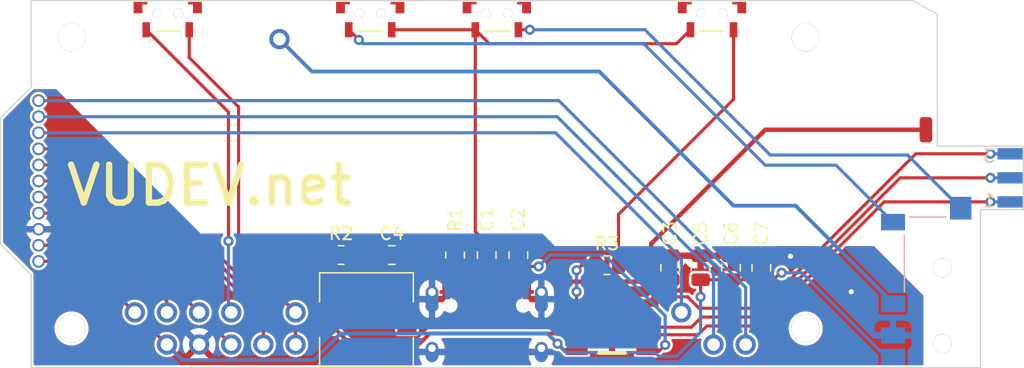
<source format=kicad_pcb>
(kicad_pcb (version 20241229) (generator "pcbnew") (generator_version "9.0")
  (layers (0 "F.Cu" signal) (2 "B.Cu" signal) (13 "F.Paste" user) (15 "B.Paste" user) (5 "F.SilkS" user "F.Silkscreen") (7 "B.SilkS" user "B.Silkscreen") (1 "F.Mask" user) (3 "B.Mask" user) (25 "Edge.Cuts" user))
  (net 0 "")
  (gr_poly (pts (xy 129.7245 91.8238) (xy 129.74877 91.8202) (xy 129.77257 91.81424) (xy 129.79567 91.80597) (xy 129.81785 91.79548) (xy 129.83889 91.78287) (xy 129.8586 91.76825) (xy 129.87678 91.75178) (xy 129.89325 91.7336) (xy 129.90787 91.71389) (xy 129.92048 91.69285) (xy 129.93097 91.67067) (xy 129.93924 91.64757) (xy 129.9452 91.62377) (xy 129.9488 91.5995) (xy 129.95 91.575) (xy 129.95 90.625) (xy 129.9488 90.6005) (xy 129.9452 90.57623) (xy 129.93924 90.55243) (xy 129.93097 90.52933) (xy 129.92048 90.50715) (xy 129.90787 90.48611) (xy 129.89325 90.4664) (xy 129.87678 90.44822) (xy 129.8586 90.43175) (xy 129.83889 90.41713) (xy 129.81785 90.40452) (xy 129.79567 90.39403) (xy 129.77257 90.38576) (xy 129.74877 90.3798) (xy 129.7245 90.3762) (xy 129.7 90.375) (xy 129.2 90.375) (xy 129.1755 90.3762) (xy 129.15123 90.3798) (xy 129.12743 90.38576) (xy 129.10433 90.39403) (xy 129.08215 90.40452) (xy 129.06111 90.41713) (xy 129.0414 90.43175) (xy 129.02322 90.44822) (xy 129.00675 90.4664) (xy 128.99213 90.48611) (xy 128.97952 90.50715) (xy 128.96903 90.52933) (xy 128.96076 90.55243) (xy 128.9548 90.57623) (xy 128.9512 90.6005) (xy 128.95 90.625) (xy 128.95 91.575) (xy 128.9512 91.5995) (xy 128.9548 91.62377) (xy 128.96076 91.64757) (xy 128.96903 91.67067) (xy 128.97952 91.69285) (xy 128.99213 91.71389) (xy 129.00675 91.7336) (xy 129.02322 91.75178) (xy 129.0414 91.76825) (xy 129.06111 91.78287) (xy 129.08215 91.79548) (xy 129.10433 91.80597) (xy 129.12743 91.81424) (xy 129.15123 91.8202) (xy 129.1755 91.8238) (xy 129.2 91.825) (xy 129.7 91.825)) (fill yes) (layer "F.Cu"))
  (gr_poly (pts (xy 158.1995 93.5488) (xy 158.22377 93.5452) (xy 158.24757 93.53924) (xy 158.27067 93.53097) (xy 158.29285 93.52048) (xy 158.31389 93.50787) (xy 158.3336 93.49325) (xy 158.35178 93.47678) (xy 158.36825 93.4586) (xy 158.38287 93.43889) (xy 158.39548 93.41785) (xy 158.40597 93.39567) (xy 158.41424 93.37257) (xy 158.4202 93.34877) (xy 158.4238 93.3245) (xy 158.425 93.3) (xy 158.425 92.8) (xy 158.4238 92.7755) (xy 158.4202 92.75123) (xy 158.41424 92.72743) (xy 158.40597 92.70433) (xy 158.39548 92.68215) (xy 158.38287 92.66111) (xy 158.36825 92.6414) (xy 158.35178 92.62322) (xy 158.3336 92.60675) (xy 158.31389 92.59213) (xy 158.29285 92.57952) (xy 158.27067 92.56903) (xy 158.24757 92.56076) (xy 158.22377 92.5548) (xy 158.1995 92.5512) (xy 158.175 92.55) (xy 157.225 92.55) (xy 157.2005 92.5512) (xy 157.17623 92.5548) (xy 157.15243 92.56076) (xy 157.12933 92.56903) (xy 157.10715 92.57952) (xy 157.08611 92.59213) (xy 157.0664 92.60675) (xy 157.04822 92.62322) (xy 157.03175 92.6414) (xy 157.01713 92.66111) (xy 157.00452 92.68215) (xy 156.99403 92.70433) (xy 156.98576 92.72743) (xy 156.9798 92.75123) (xy 156.9762 92.7755) (xy 156.975 92.8) (xy 156.975 93.3) (xy 156.9762 93.3245) (xy 156.9798 93.34877) (xy 156.98576 93.37257) (xy 156.99403 93.39567) (xy 157.00452 93.41785) (xy 157.01713 93.43889) (xy 157.03175 93.4586) (xy 157.04822 93.47678) (xy 157.0664 93.49325) (xy 157.08611 93.50787) (xy 157.10715 93.52048) (xy 157.12933 93.53097) (xy 157.15243 93.53924) (xy 157.17623 93.5452) (xy 157.2005 93.5488) (xy 157.225 93.55) (xy 158.175 93.55)) (fill yes) (layer "F.Cu"))
  (gr_poly (pts (xy 134.8 71.1) (xy 134.1 71.1) (xy 134.1 72) (xy 134.8 72)) (fill yes) (layer "F.Cu"))
  (gr_circle (center 100.6 82.71) (end 101.1 82.71) (fill yes) (layer "F.Cu"))
  (gr_poly (pts (xy 113.5 71.1) (xy 112.8 71.1) (xy 112.8 72) (xy 113.5 72)) (fill yes) (layer "F.Cu"))
  (gr_poly (pts (xy 140.36901 95.62759) (xy 140.41755 95.62039) (xy 140.46514 95.60847) (xy 140.51134 95.59194) (xy 140.5557 95.57096) (xy 140.59779 95.54573) (xy 140.6372 95.51651) (xy 140.67355 95.48355) (xy 140.70651 95.4472) (xy 140.73573 95.40779) (xy 140.76096 95.3657) (xy 140.78194 95.32134) (xy 140.79847 95.27514) (xy 140.81039 95.22755) (xy 140.81759 95.17901) (xy 140.82 95.13) (xy 140.82 94.58) (xy 140.82 94.03) (xy 140.81759 93.98099) (xy 140.81039 93.93245) (xy 140.79847 93.88486) (xy 140.78194 93.83866) (xy 140.76096 93.7943) (xy 140.73573 93.75221) (xy 140.70651 93.7128) (xy 140.67355 93.67645) (xy 140.6372 93.64349) (xy 140.59779 93.61427) (xy 140.5557 93.58904) (xy 140.51134 93.56806) (xy 140.46514 93.55153) (xy 140.41755 93.53961) (xy 140.36901 93.53241) (xy 140.32 93.53) (xy 140.27099 93.53241) (xy 140.22245 93.53961) (xy 140.17486 93.55153) (xy 140.12866 93.56806) (xy 140.0843 93.58904) (xy 140.04221 93.61427) (xy 140.0028 93.64349) (xy 139.96645 93.67645) (xy 139.93349 93.7128) (xy 139.90427 93.75221) (xy 139.87904 93.7943) (xy 139.85806 93.83866) (xy 139.84153 93.88486) (xy 139.82961 93.93245) (xy 139.82241 93.98099) (xy 139.82 94.03) (xy 139.82 95.13) (xy 139.82241 95.17901) (xy 139.82961 95.22755) (xy 139.84153 95.27514) (xy 139.85806 95.32134) (xy 139.87904 95.3657) (xy 139.90427 95.40779) (xy 139.93349 95.4472) (xy 139.96645 95.48355) (xy 140.0028 95.51651) (xy 140.04221 95.54573) (xy 140.0843 95.57096) (xy 140.12866 95.59194) (xy 140.17486 95.60847) (xy 140.22245 95.62039) (xy 140.27099 95.62759) (xy 140.32 95.63)) (fill yes) (layer "F.Cu"))
  (gr_circle (center 100.6 81.44) (end 101.1 81.44) (fill yes) (layer "F.Cu"))
  (gr_poly (pts (xy 133.9745 90.6988) (xy 133.99877 90.6952) (xy 134.02257 90.68924) (xy 134.04567 90.68097) (xy 134.06785 90.67048) (xy 134.08889 90.65787) (xy 134.1086 90.64325) (xy 134.12678 90.62678) (xy 134.14325 90.6086) (xy 134.15787 90.58889) (xy 134.17048 90.56785) (xy 134.18097 90.54567) (xy 134.18924 90.52257) (xy 134.1952 90.49877) (xy 134.1988 90.4745) (xy 134.2 90.45) (xy 134.2 89.925) (xy 134.1988 89.9005) (xy 134.1952 89.87623) (xy 134.18924 89.85243) (xy 134.18097 89.82933) (xy 134.17048 89.80715) (xy 134.15787 89.78611) (xy 134.14325 89.7664) (xy 134.12678 89.74822) (xy 134.1086 89.73175) (xy 134.08889 89.71713) (xy 134.06785 89.70452) (xy 134.04567 89.69403) (xy 134.02257 89.68576) (xy 133.99877 89.6798) (xy 133.9745 89.6762) (xy 133.95 89.675) (xy 133.05 89.675) (xy 133.0255 89.6762) (xy 133.00123 89.6798) (xy 132.97743 89.68576) (xy 132.95433 89.69403) (xy 132.93215 89.70452) (xy 132.91111 89.71713) (xy 132.8914 89.73175) (xy 132.87322 89.74822) (xy 132.85675 89.7664) (xy 132.84213 89.78611) (xy 132.82952 89.80715) (xy 132.81903 89.82933) (xy 132.81076 89.85243) (xy 132.8048 89.87623) (xy 132.8012 89.9005) (xy 132.8 89.925) (xy 132.8 90.45) (xy 132.8012 90.4745) (xy 132.8048 90.49877) (xy 132.81076 90.52257) (xy 132.81903 90.54567) (xy 132.82952 90.56785) (xy 132.84213 90.58889) (xy 132.85675 90.6086) (xy 132.87322 90.62678) (xy 132.8914 90.64325) (xy 132.91111 90.65787) (xy 132.93215 90.67048) (xy 132.95433 90.68097) (xy 132.97743 90.68924) (xy 133.00123 90.6952) (xy 133.0255 90.6988) (xy 133.05 90.7) (xy 133.95 90.7)) (fill yes) (layer "F.Cu"))
  (gr_poly (pts (xy 153.3995 93.5488) (xy 153.42377 93.5452) (xy 153.44757 93.53924) (xy 153.47067 93.53097) (xy 153.49285 93.52048) (xy 153.51389 93.50787) (xy 153.5336 93.49325) (xy 153.55178 93.47678) (xy 153.56825 93.4586) (xy 153.58287 93.43889) (xy 153.59548 93.41785) (xy 153.60597 93.39567) (xy 153.61424 93.37257) (xy 153.6202 93.34877) (xy 153.6238 93.3245) (xy 153.625 93.3) (xy 153.625 92.8) (xy 153.6238 92.7755) (xy 153.6202 92.75123) (xy 153.61424 92.72743) (xy 153.60597 92.70433) (xy 153.59548 92.68215) (xy 153.58287 92.66111) (xy 153.56825 92.6414) (xy 153.55178 92.62322) (xy 153.5336 92.60675) (xy 153.51389 92.59213) (xy 153.49285 92.57952) (xy 153.47067 92.56903) (xy 153.44757 92.56076) (xy 153.42377 92.5548) (xy 153.3995 92.5512) (xy 153.375 92.55) (xy 152.425 92.55) (xy 152.4005 92.5512) (xy 152.37623 92.5548) (xy 152.35243 92.56076) (xy 152.32933 92.56903) (xy 152.30715 92.57952) (xy 152.28611 92.59213) (xy 152.2664 92.60675) (xy 152.24822 92.62322) (xy 152.23175 92.6414) (xy 152.21713 92.66111) (xy 152.20452 92.68215) (xy 152.19403 92.70433) (xy 152.18576 92.72743) (xy 152.1798 92.75123) (xy 152.1762 92.7755) (xy 152.175 92.8) (xy 152.175 93.3) (xy 152.1762 93.3245) (xy 152.1798 93.34877) (xy 152.18576 93.37257) (xy 152.19403 93.39567) (xy 152.20452 93.41785) (xy 152.21713 93.43889) (xy 152.23175 93.4586) (xy 152.24822 93.47678) (xy 152.2664 93.49325) (xy 152.28611 93.50787) (xy 152.30715 93.52048) (xy 152.32933 93.53097) (xy 152.35243 93.53924) (xy 152.37623 93.5452) (xy 152.4005 93.5488) (xy 152.425 93.55) (xy 153.375 93.55)) (fill yes) (layer "F.Cu"))
  (gr_poly (pts (xy 109.4 72.7) (xy 108.8 72.7) (xy 108.8 73.9) (xy 109.4 73.9)) (fill yes) (layer "F.Cu"))
  (gr_circle (center 100.6 86.52) (end 101.1 86.52) (fill yes) (layer "F.Cu"))
  (gr_poly (pts (xy 127.8245 91.8238) (xy 127.84877 91.8202) (xy 127.87257 91.81424) (xy 127.89567 91.80597) (xy 127.91785 91.79548) (xy 127.93889 91.78287) (xy 127.9586 91.76825) (xy 127.97678 91.75178) (xy 127.99325 91.7336) (xy 128.00787 91.71389) (xy 128.02048 91.69285) (xy 128.03097 91.67067) (xy 128.03924 91.64757) (xy 128.0452 91.62377) (xy 128.0488 91.5995) (xy 128.05 91.575) (xy 128.05 90.625) (xy 128.0488 90.6005) (xy 128.0452 90.57623) (xy 128.03924 90.55243) (xy 128.03097 90.52933) (xy 128.02048 90.50715) (xy 128.00787 90.48611) (xy 127.99325 90.4664) (xy 127.97678 90.44822) (xy 127.9586 90.43175) (xy 127.93889 90.41713) (xy 127.91785 90.40452) (xy 127.89567 90.39403) (xy 127.87257 90.38576) (xy 127.84877 90.3798) (xy 127.8245 90.3762) (xy 127.8 90.375) (xy 127.3 90.375) (xy 127.2755 90.3762) (xy 127.25123 90.3798) (xy 127.22743 90.38576) (xy 127.20433 90.39403) (xy 127.18215 90.40452) (xy 127.16111 90.41713) (xy 127.1414 90.43175) (xy 127.12322 90.44822) (xy 127.10675 90.4664) (xy 127.09213 90.48611) (xy 127.07952 90.50715) (xy 127.06903 90.52933) (xy 127.06076 90.55243) (xy 127.0548 90.57623) (xy 127.0512 90.6005) (xy 127.05 90.625) (xy 127.05 91.575) (xy 127.0512 91.5995) (xy 127.0548 91.62377) (xy 127.06076 91.64757) (xy 127.06903 91.67067) (xy 127.07952 91.69285) (xy 127.09213 91.71389) (xy 127.10675 91.7336) (xy 127.12322 91.75178) (xy 127.1414 91.76825) (xy 127.16111 91.78287) (xy 127.18215 91.79548) (xy 127.20433 91.80597) (xy 127.22743 91.81424) (xy 127.25123 91.8202) (xy 127.2755 91.8238) (xy 127.3 91.825) (xy 127.8 91.825)) (fill yes) (layer "F.Cu"))
  (gr_poly (pts (xy 152.4 72.7) (xy 151.8 72.7) (xy 151.8 73.9) (xy 152.4 73.9)) (fill yes) (layer "F.Cu"))
  (gr_poly (pts (xy 136.4 93.44) (xy 136.1 93.44) (xy 136.1 94.59) (xy 136.4 94.59)) (fill yes) (layer "F.Cu"))
  (gr_circle (center 100.6 83.98) (end 101.1 83.98) (fill yes) (layer "F.Cu"))
  (gr_poly (pts (xy 149.575 94.595) (xy 147.825 94.595) (xy 147.825 95.195) (xy 149.575 95.195)) (fill yes) (layer "F.Cu"))
  (gr_poly (pts (xy 139.5 71.1) (xy 138.8 71.1) (xy 138.8 72) (xy 139.5 72)) (fill yes) (layer "F.Cu"))
  (gr_poly (pts (xy 132.8 93.44) (xy 132.5 93.44) (xy 132.5 94.59) (xy 132.8 94.59)) (fill yes) (layer "F.Cu"))
  (gr_poly (pts (xy 144.8745 92.5988) (xy 144.89877 92.5952) (xy 144.92257 92.58924) (xy 144.94567 92.58097) (xy 144.96785 92.57048) (xy 144.98889 92.55787) (xy 145.0086 92.54325) (xy 145.02678 92.52678) (xy 145.04325 92.5086) (xy 145.05787 92.48889) (xy 145.07048 92.46785) (xy 145.08097 92.44567) (xy 145.08924 92.42257) (xy 145.0952 92.39877) (xy 145.0988 92.3745) (xy 145.1 92.35) (xy 145.1 91.45) (xy 145.0988 91.4255) (xy 145.0952 91.40123) (xy 145.08924 91.37743) (xy 145.08097 91.35433) (xy 145.07048 91.33215) (xy 145.05787 91.31111) (xy 145.04325 91.2914) (xy 145.02678 91.27322) (xy 145.0086 91.25675) (xy 144.98889 91.24213) (xy 144.96785 91.22952) (xy 144.94567 91.21903) (xy 144.92257 91.21076) (xy 144.89877 91.2048) (xy 144.8745 91.2012) (xy 144.85 91.2) (xy 144.325 91.2) (xy 144.3005 91.2012) (xy 144.27623 91.2048) (xy 144.25243 91.21076) (xy 144.22933 91.21903) (xy 144.20715 91.22952) (xy 144.18611 91.24213) (xy 144.1664 91.25675) (xy 144.14822 91.27322) (xy 144.13175 91.2914) (xy 144.11713 91.31111) (xy 144.10452 91.33215) (xy 144.09403 91.35433) (xy 144.08576 91.37743) (xy 144.0798 91.40123) (xy 144.0762 91.4255) (xy 144.075 91.45) (xy 144.075 92.35) (xy 144.0762 92.3745) (xy 144.0798 92.39877) (xy 144.08576 92.42257) (xy 144.09403 92.44567) (xy 144.10452 92.46785) (xy 144.11713 92.48889) (xy 144.13175 92.5086) (xy 144.14822 92.52678) (xy 144.1664 92.54325) (xy 144.18611 92.55787) (xy 144.20715 92.57048) (xy 144.22933 92.58097) (xy 144.25243 92.58924) (xy 144.27623 92.5952) (xy 144.3005 92.5988) (xy 144.325 92.6) (xy 144.85 92.6)) (fill yes) (layer "F.Cu"))
  (gr_circle (center 100.6 87.79) (end 101.1 87.79) (fill yes) (layer "F.Cu"))
  (gr_poly (pts (xy 158.1995 91.6488) (xy 158.22377 91.6452) (xy 158.24757 91.63924) (xy 158.27067 91.63097) (xy 158.29285 91.62048) (xy 158.31389 91.60787) (xy 158.3336 91.59325) (xy 158.35178 91.57678) (xy 158.36825 91.5586) (xy 158.38287 91.53889) (xy 158.39548 91.51785) (xy 158.40597 91.49567) (xy 158.41424 91.47257) (xy 158.4202 91.44877) (xy 158.4238 91.4245) (xy 158.425 91.4) (xy 158.425 90.9) (xy 158.4238 90.8755) (xy 158.4202 90.85123) (xy 158.41424 90.82743) (xy 158.40597 90.80433) (xy 158.39548 90.78215) (xy 158.38287 90.76111) (xy 158.36825 90.7414) (xy 158.35178 90.72322) (xy 158.3336 90.70675) (xy 158.31389 90.69213) (xy 158.29285 90.67952) (xy 158.27067 90.66903) (xy 158.24757 90.66076) (xy 158.22377 90.6548) (xy 158.1995 90.6512) (xy 158.175 90.65) (xy 157.225 90.65) (xy 157.2005 90.6512) (xy 157.17623 90.6548) (xy 157.15243 90.66076) (xy 157.12933 90.66903) (xy 157.10715 90.67952) (xy 157.08611 90.69213) (xy 157.0664 90.70675) (xy 157.04822 90.72322) (xy 157.03175 90.7414) (xy 157.01713 90.76111) (xy 157.00452 90.78215) (xy 156.99403 90.80433) (xy 156.98576 90.82743) (xy 156.9798 90.85123) (xy 156.9762 90.8755) (xy 156.975 90.9) (xy 156.975 91.4) (xy 156.9762 91.4245) (xy 156.9798 91.44877) (xy 156.98576 91.47257) (xy 156.99403 91.49567) (xy 157.00452 91.51785) (xy 157.01713 91.53889) (xy 157.03175 91.5586) (xy 157.04822 91.57678) (xy 157.0664 91.59325) (xy 157.08611 91.60787) (xy 157.10715 91.62048) (xy 157.12933 91.63097) (xy 157.15243 91.63924) (xy 157.17623 91.6452) (xy 157.2005 91.6488) (xy 157.225 91.65) (xy 158.175 91.65)) (fill yes) (layer "F.Cu"))
  (gr_poly (pts (xy 130.45 95.1) (xy 128.95 95.1) (xy 128.95 97.3) (xy 130.45 97.3)) (fill yes) (layer "F.Cu"))
  (gr_poly (pts (xy 135.4 93.44) (xy 135.1 93.44) (xy 135.1 94.59) (xy 135.4 94.59)) (fill yes) (layer "F.Cu"))
  (gr_poly (pts (xy 138.7 93.44) (xy 138.4 93.44) (xy 138.4 94.59) (xy 138.7 94.59)) (fill yes) (layer "F.Cu"))
  (gr_poly (pts (xy 149.575 95.865) (xy 147.825 95.865) (xy 147.825 96.465) (xy 149.575 96.465)) (fill yes) (layer "F.Cu"))
  (gr_poly (pts (xy 102.01718 78.01891) (xy 102.029 78.029) (xy 106.2155 82.2155) (xy 106.24327 82.27001) (xy 106.2337 82.33045) (xy 106.19044 82.37371) (xy 106.14549 82.3845) (xy 101.27841 82.3845) (xy 101.22022 82.36559) (xy 101.19682 82.34158) (xy 101.12931 82.24335) (xy 101.02255 82.14823) (xy 100.99168 82.0954) (xy 100.99776 82.03452) (xy 101.02412 81.99903) (xy 101.11488 81.92151) (xy 101.11489 81.92151) (xy 101.11942 81.91763) (xy 101.1229 81.91279) (xy 101.21488 81.7848) (xy 101.21488 81.78479) (xy 101.21836 81.77995) (xy 101.2816 81.62263) (xy 101.30549 81.45478) (xy 101.30565 81.44) (xy 101.28528 81.27168) (xy 101.22535 81.11308) (xy 101.12931 80.97335) (xy 101.02255 80.87823) (xy 100.99168 80.8254) (xy 100.99776 80.76452) (xy 101.02412 80.72903) (xy 101.11488 80.65151) (xy 101.11489 80.65151) (xy 101.11942 80.64763) (xy 101.1229 80.64279) (xy 101.21488 80.5148) (xy 101.21488 80.51479) (xy 101.21836 80.50995) (xy 101.26967 80.38232) (xy 101.27938 80.35817) (xy 101.2816 80.35263) (xy 101.28551 80.3252) (xy 101.30503 80.18799) (xy 101.30503 80.18798) (xy 101.30549 80.18478) (xy 101.30565 80.17) (xy 101.28528 80.00168) (xy 101.22535 79.84308) (xy 101.12931 79.70335) (xy 101.02255 79.60823) (xy 100.99168 79.5554) (xy 100.99776 79.49452) (xy 101.02412 79.45903) (xy 101.11488 79.38151) (xy 101.11489 79.38151) (xy 101.11942 79.37763) (xy 101.1229 79.37279) (xy 101.21488 79.2448) (xy 101.21488 79.24479) (xy 101.21836 79.23995) (xy 101.22439 79.22495) (xy 101.27938 79.08817) (xy 101.2816 79.08263) (xy 101.29691 78.97505) (xy 101.30503 78.91799) (xy 101.30503 78.91798) (xy 101.30549 78.91478) (xy 101.30565 78.9) (xy 101.28528 78.73168) (xy 101.22535 78.57308) (xy 101.12931 78.43335) (xy 101.00272 78.32056) (xy 100.85288 78.24122) (xy 100.77066 78.22057) (xy 100.69423 78.20137) (xy 100.68844 78.19992) (xy 100.60284 78.19947) (xy 100.52486 78.19906) (xy 100.5189 78.19903) (xy 100.5131 78.20042) (xy 100.4057 78.22621) (xy 100.35403 78.23861) (xy 100.2787 78.27749) (xy 100.20868 78.31364) (xy 100.20867 78.31364) (xy 100.20337 78.31638) (xy 100.0756 78.42783) (xy 99.97811 78.56655) (xy 99.91652 78.72451) (xy 99.89439 78.89261) (xy 99.89505 78.89854) (xy 99.89505 78.89855) (xy 99.91069 79.04021) (xy 99.913 79.06114) (xy 99.97127 79.22036) (xy 99.97459 79.22531) (xy 99.98769 79.2448) (xy 100.06583 79.36108) (xy 100.17737 79.46258) (xy 100.20769 79.51573) (xy 100.20097 79.57654) (xy 100.17582 79.6104) (xy 100.0756 79.69783) (xy 99.97811 79.83655) (xy 99.91652 79.99451) (xy 99.89439 80.16261) (xy 99.89505 80.16854) (xy 99.89505 80.16855) (xy 99.9078 80.28402) (xy 99.913 80.33114) (xy 99.97127 80.49036) (xy 99.97459 80.49531) (xy 99.98769 80.5148) (xy 100.06583 80.63108) (xy 100.17737 80.73258) (xy 100.20769 80.78573) (xy 100.20097 80.84654) (xy 100.17582 80.8804) (xy 100.0756 80.96783) (xy 99.97811 81.10655) (xy 99.91652 81.26451) (xy 99.89439 81.43261) (xy 99.89505 81.43854) (xy 99.89505 81.43855) (xy 99.89557 81.44323) (xy 99.913 81.60114) (xy 99.97127 81.76036) (xy 99.97459 81.76531) (xy 99.98769 81.7848) (xy 100.06583 81.90108) (xy 100.17737 82.00258) (xy 100.20769 82.05573) (xy 100.20097 82.11654) (xy 100.17582 82.1504) (xy 100.0756 82.23783) (xy 100.07217 82.24271) (xy 99.98154 82.37167) (xy 99.97811 82.37655) (xy 99.91652 82.53451) (xy 99.89439 82.70261) (xy 99.89505 82.70854) (xy 99.89505 82.70855) (xy 99.9052 82.80045) (xy 99.913 82.87114) (xy 99.97127 83.03036) (xy 99.97459 83.03531) (xy 99.98743 83.05441) (xy 100.06583 83.17108) (xy 100.17737 83.27258) (xy 100.20769 83.32573) (xy 100.20097 83.38654) (xy 100.17582 83.4204) (xy 100.0756 83.50783) (xy 100.07217 83.51271) (xy 99.98154 83.64167) (xy 99.97811 83.64655) (xy 99.91652 83.80451) (xy 99.89439 83.97261) (xy 99.913 84.14114) (xy 99.97127 84.30036) (xy 99.97459 84.30531) (xy 99.98743 84.32441) (xy 100.06583 84.44108) (xy 100.17737 84.54258) (xy 100.20769 84.59573) (xy 100.20097 84.65654) (xy 100.17582 84.6904) (xy 100.0756 84.77783) (xy 100.07217 84.78271) (xy 99.98154 84.91167) (xy 99.97811 84.91655) (xy 99.91652 85.07451) (xy 99.89439 85.24261) (xy 99.89505 85.24854) (xy 99.89505 85.24855) (xy 99.90355 85.3255) (xy 99.913 85.41114) (xy 99.97127 85.57036) (xy 99.97459 85.57531) (xy 99.98743 85.59441) (xy 100.06583 85.71108) (xy 100.17737 85.81258) (xy 100.20769 85.86573) (xy 100.20097 85.92654) (xy 100.17582 85.9604) (xy 100.0756 86.04783) (xy 100.07217 86.05271) (xy 99.98154 86.18167) (xy 99.97811 86.18655) (xy 99.91652 86.34451) (xy 99.89439 86.51261) (xy 99.89505 86.51854) (xy 99.89505 86.51855) (xy 99.90921 86.64681) (xy 99.913 86.68114) (xy 99.97127 86.84036) (xy 99.97459 86.84531) (xy 99.98743 86.86441) (xy 100.06583 86.98108) (xy 100.17737 87.08258) (xy 100.20769 87.13573) (xy 100.20097 87.19654) (xy 100.17582 87.2304) (xy 100.0756 87.31783) (xy 100.07217 87.32271) (xy 99.98154 87.45167) (xy 99.97811 87.45655) (xy 99.91652 87.61451) (xy 99.89439 87.78261) (xy 99.89505 87.78854) (xy 99.89505 87.78855) (xy 99.90279 87.85869) (xy 99.913 87.95114) (xy 99.97127 88.11036) (xy 99.97459 88.11531) (xy 99.9956 88.14657) (xy 100.01237 88.20542) (xy 99.99134 88.26288) (xy 99.97547 88.27894) (xy 99.90072 88.33904) (xy 99.89384 88.34578) (xy 99.77401 88.48858) (xy 99.76856 88.49655) (xy 99.67875 88.65991) (xy 99.67495 88.66877) (xy 99.63489 88.79505) (xy 99.63497 88.80657) (xy 99.64566 88.81) (xy 101.55347 88.81) (xy 101.56466 88.80637) (xy 101.56477 88.7955) (xy 101.53042 88.68172) (xy 101.52675 88.67281) (xy 101.43922 88.5082) (xy 101.43389 88.50018) (xy 101.31606 88.35571) (xy 101.30928 88.34887) (xy 101.23906 88.29078) (xy 101.20627 88.23912) (xy 101.21011 88.17806) (xy 101.24911 88.13091) (xy 101.30216 88.1155) (xy 103.61417 88.1155) (xy 103.67236 88.13441) (xy 103.68417 88.1445) (xy 110.1885 94.64883) (xy 110.21628 94.70335) (xy 110.20671 94.76378) (xy 110.18053 94.79599) (xy 110.04037 94.90868) (xy 110.0366 94.91171) (xy 110.0335 94.91541) (xy 110.03349 94.91542) (xy 109.95201 95.01252) (xy 109.90012 95.04495) (xy 109.83908 95.04068) (xy 109.79221 95.00135) (xy 109.77867 94.96608) (xy 109.77782 94.96121) (xy 109.77781 94.96121) (xy 109.77631 94.95268) (xy 109.77198 94.94518) (xy 109.76998 94.93968) (xy 109.76752 94.9344) (xy 109.76528 94.92604) (xy 109.7593 94.9175) (xy 109.74566 94.89803) (xy 109.74298 94.8942) (xy 109.73836 94.88694) (xy 109.71892 94.85327) (xy 109.68916 94.8283) (xy 109.68279 94.82246) (xy 104.97327 90.11294) (xy 104.96743 90.10658) (xy 104.94246 90.07681) (xy 104.90879 90.05737) (xy 104.90151 90.05273) (xy 104.89906 90.05101) (xy 104.86968 90.03045) (xy 104.86132 90.0282) (xy 104.85603 90.02574) (xy 104.85054 90.02374) (xy 104.84305 90.01941) (xy 104.83452 90.01791) (xy 104.80478 90.01267) (xy 104.79635 90.0108) (xy 104.76717 90.00298) (xy 104.75881 90.00074) (xy 104.75018 90.00149) (xy 104.7201 90.00412) (xy 104.71147 90.0045) (xy 101.30295 90.0045) (xy 101.24476 89.98559) (xy 101.2088 89.93609) (xy 101.2088 89.87491) (xy 101.242 89.82749) (xy 101.28915 89.79065) (xy 101.29612 89.78402) (xy 101.41793 89.64289) (xy 101.42349 89.63501) (xy 101.51558 89.47291) (xy 101.51949 89.46412) (xy 101.56581 89.32488) (xy 101.56589 89.31361) (xy 101.5549 89.31) (xy 99.64702 89.31) (xy 99.6356 89.31371) (xy 99.63542 89.32422) (xy 99.66439 89.42525) (xy 99.66794 89.43422) (xy 99.75315 89.60002) (xy 99.75837 89.60813) (xy 99.87418 89.75423) (xy 99.88086 89.76115) (xy 99.97651 89.84256) (xy 100.00857 89.89467) (xy 100.00388 89.95568) (xy 99.99334 89.97488) (xy 99.98154 89.99166) (xy 99.98154 89.99167) (xy 99.97811 89.99655) (xy 99.91652 90.15451) (xy 99.89439 90.32261) (xy 99.89505 90.32854) (xy 99.89505 90.32855) (xy 99.91234 90.4852) (xy 99.913 90.49114) (xy 99.97127 90.65036) (xy 99.97459 90.65531) (xy 99.98503 90.67084) (xy 100.06583 90.79108) (xy 100.17737 90.89258) (xy 100.20769 90.94573) (xy 100.20097 91.00654) (xy 100.17582 91.0404) (xy 100.08941 91.11579) (xy 100.0756 91.12783) (xy 100.07217 91.13271) (xy 99.98578 91.25564) (xy 99.97811 91.26655) (xy 99.95655 91.32186) (xy 99.92491 91.403) (xy 99.91652 91.42451) (xy 99.89439 91.59261) (xy 99.89505 91.59854) (xy 99.89505 91.59855) (xy 99.9089 91.72402) (xy 99.913 91.76114) (xy 99.97127 91.92036) (xy 99.97459 91.92531) (xy 99.98743 91.94441) (xy 100.06583 92.06108) (xy 100.19123 92.17519) (xy 100.19648 92.17804) (xy 100.20722 92.18387) (xy 100.34024 92.25609) (xy 100.37519 92.26526) (xy 100.49846 92.2976) (xy 100.49847 92.2976) (xy 100.50423 92.29912) (xy 100.51019 92.29921) (xy 100.5102 92.29921) (xy 100.58897 92.30045) (xy 100.67376 92.30178) (xy 100.67958 92.30045) (xy 100.83321 92.26526) (xy 100.83903 92.26393) (xy 100.84561 92.26062) (xy 100.92497 92.22071) (xy 100.9905 92.18775) (xy 100.99504 92.18387) (xy 101.11489 92.08151) (xy 101.11942 92.07763) (xy 101.12464 92.07037) (xy 101.19912 91.96673) (xy 101.24843 91.93051) (xy 101.27951 91.9255) (xy 103.97417 91.9255) (xy 104.03236 91.94441) (xy 104.04417 91.9545) (xy 107.24487 95.1552) (xy 107.27265 95.20972) (xy 107.26924 95.25514) (xy 107.21663 95.42098) (xy 107.21609 95.42579) (xy 107.1966 95.59955) (xy 107.19476 95.61596) (xy 107.19936 95.67074) (xy 107.2091 95.78677) (xy 107.21118 95.81148) (xy 107.21251 95.81613) (xy 107.2566 95.96989) (xy 107.26526 96.00009) (xy 107.26747 96.0044) (xy 107.35273 96.1703) (xy 107.35494 96.1746) (xy 107.47682 96.32837) (xy 107.48051 96.33151) (xy 107.62255 96.4524) (xy 107.62256 96.4524) (xy 107.62624 96.45554) (xy 107.63046 96.4579) (xy 107.63047 96.4579) (xy 107.73328 96.51536) (xy 107.79751 96.55126) (xy 107.85183 96.56891) (xy 107.97951 96.61039) (xy 107.97952 96.61039) (xy 107.98412 96.61189) (xy 108.17895 96.63512) (xy 108.18377 96.63475) (xy 108.36975 96.62044) (xy 108.37458 96.62007) (xy 108.56356 96.5673) (xy 108.56787 96.56512) (xy 108.56788 96.56512) (xy 108.73437 96.48102) (xy 108.73869 96.47884) (xy 108.74424 96.4745) (xy 108.88949 96.36102) (xy 108.8933 96.35804) (xy 108.91044 96.33818) (xy 108.96628 96.2735) (xy 109.01862 96.2418) (xy 109.07959 96.24692) (xy 109.1259 96.2869) (xy 109.14022 96.33818) (xy 109.14022 96.87719) (xy 109.13985 96.88582) (xy 109.13646 96.92453) (xy 109.1387 96.9329) (xy 109.14652 96.96207) (xy 109.14839 96.97051) (xy 109.15351 96.99955) (xy 109.15513 97.00877) (xy 109.15946 97.01627) (xy 109.16146 97.02175) (xy 109.16393 97.02704) (xy 109.16617 97.03541) (xy 109.18552 97.06305) (xy 109.18845 97.06723) (xy 109.19309 97.07451) (xy 109.21253 97.10818) (xy 109.2423 97.13316) (xy 109.24866 97.13899) (xy 109.78969 97.68002) (xy 109.81747 97.73453) (xy 109.81405 97.77996) (xy 109.80321 97.81414) (xy 109.75663 97.96098) (xy 109.75609 97.96579) (xy 109.73694 98.13652) (xy 109.73476 98.15596) (xy 109.73883 98.2045) (xy 109.75014 98.33915) (xy 109.75118 98.35148) (xy 109.75251 98.35613) (xy 109.8037 98.53464) (xy 109.80526 98.54009) (xy 109.80747 98.5444) (xy 109.89273 98.7103) (xy 109.89494 98.7146) (xy 110.01682 98.86837) (xy 110.02051 98.87151) (xy 110.16255 98.9924) (xy 110.16256 98.9924) (xy 110.16624 98.99554) (xy 110.17046 98.9979) (xy 110.17047 98.9979) (xy 110.22844 99.0303) (xy 110.33751 99.09126) (xy 110.40524 99.11326) (xy 110.51951 99.15039) (xy 110.51952 99.15039) (xy 110.52412 99.15189) (xy 110.71895 99.17512) (xy 110.72377 99.17475) (xy 110.90975 99.16044) (xy 110.91458 99.16007) (xy 111.10356 99.1073) (xy 111.10787 99.10512) (xy 111.10788 99.10512) (xy 111.27437 99.02102) (xy 111.27869 99.01884) (xy 111.28472 99.01412) (xy 111.42949 98.90102) (xy 111.4333 98.89804) (xy 111.43967 98.89067) (xy 111.55835 98.75318) (xy 111.56151 98.74951) (xy 111.57407 98.72741) (xy 111.65604 98.58312) (xy 111.65604 98.58311) (xy 111.65843 98.57891) (xy 111.66991 98.5444) (xy 111.71883 98.39732) (xy 111.72036 98.39273) (xy 111.72313 98.3708) (xy 111.74155 98.22502) (xy 111.74495 98.19807) (xy 111.74528 98.17431) (xy 111.97541 98.17431) (xy 111.99448 98.39229) (xy 111.99598 98.40078) (xy 112.05262 98.61215) (xy 112.05556 98.62025) (xy 112.14804 98.81856) (xy 112.15235 98.82603) (xy 112.19198 98.88263) (xy 112.20263 98.89066) (xy 112.20326 98.89067) (xy 112.20957 98.88688) (xy 112.91536 98.18109) (xy 112.92142 98.1692) (xy 112.92062 98.16417) (xy 112.21206 97.45561) (xy 112.20018 97.44956) (xy 112.19956 97.44966) (xy 112.194 97.45449) (xy 112.15235 97.51397) (xy 112.14804 97.52144) (xy 112.05556 97.71976) (xy 112.05262 97.72785) (xy 111.99598 97.93922) (xy 111.99448 97.94771) (xy 111.97541 98.16569) (xy 111.97541 98.17431) (xy 111.74528 98.17431) (xy 111.74534 98.17) (xy 111.74492 98.16569) (xy 111.73332 98.04742) (xy 111.72619 97.97473) (xy 111.66948 97.78689) (xy 111.601 97.6581) (xy 111.57964 97.61793) (xy 111.57964 97.61792) (xy 111.57737 97.61365) (xy 111.53303 97.55929) (xy 111.45642 97.46536) (xy 111.45642 97.46535) (xy 111.45336 97.4616) (xy 111.37293 97.39506) (xy 111.30591 97.33962) (xy 111.30218 97.33654) (xy 111.18014 97.27055) (xy 111.13384 97.24551) (xy 111.12959 97.24321) (xy 110.94215 97.18519) (xy 110.93734 97.18469) (xy 110.75184 97.16519) (xy 110.75183 97.16519) (xy 110.74702 97.16468) (xy 110.68289 97.17052) (xy 110.55644 97.18203) (xy 110.55162 97.18247) (xy 110.54698 97.18383) (xy 110.54697 97.18383) (xy 110.48296 97.20267) (xy 110.36339 97.23786) (xy 110.3591 97.24011) (xy 110.35671 97.24108) (xy 110.29567 97.24535) (xy 110.24962 97.21929) (xy 109.82022 96.78989) (xy 109.79244 96.73538) (xy 109.79122 96.71989) (xy 109.79122 96.32803) (xy 109.81013 96.26984) (xy 109.85963 96.23387) (xy 109.92082 96.23387) (xy 109.96781 96.26653) (xy 110.01682 96.32837) (xy 110.02051 96.33151) (xy 110.16255 96.4524) (xy 110.16256 96.4524) (xy 110.16624 96.45554) (xy 110.17046 96.4579) (xy 110.17047 96.4579) (xy 110.27328 96.51536) (xy 110.33751 96.55126) (xy 110.39183 96.56891) (xy 110.51951 96.61039) (xy 110.51952 96.61039) (xy 110.52412 96.61189) (xy 110.71895 96.63512) (xy 110.72377 96.63475) (xy 110.90975 96.62044) (xy 110.91458 96.62007) (xy 111.10356 96.5673) (xy 111.10787 96.56512) (xy 111.10788 96.56512) (xy 111.27437 96.48102) (xy 111.27869 96.47884) (xy 111.28424 96.4745) (xy 111.42949 96.36102) (xy 111.4333 96.35804) (xy 111.45044 96.33818) (xy 111.55835 96.21318) (xy 111.56151 96.20951) (xy 111.5639 96.2053) (xy 111.65604 96.04312) (xy 111.65604 96.04311) (xy 111.65843 96.03891) (xy 111.66248 96.02672) (xy 111.71883 95.85732) (xy 111.72036 95.85273) (xy 111.72138 95.84466) (xy 111.74155 95.68502) (xy 111.74495 95.65807) (xy 111.74534 95.63) (xy 111.74496 95.6261) (xy 111.73479 95.52236) (xy 111.72619 95.43473) (xy 111.66948 95.24689) (xy 111.57737 95.07365) (xy 111.54741 95.03692) (xy 111.45642 94.92536) (xy 111.45642 94.92535) (xy 111.45336 94.9216) (xy 111.34762 94.83412) (xy 111.30591 94.79962) (xy 111.30218 94.79654) (xy 111.18014 94.73055) (xy 111.13384 94.70551) (xy 111.12959 94.70321) (xy 111.12497 94.70178) (xy 111.12496 94.70178) (xy 111.11698 94.69931) (xy 111.06698 94.66404) (xy 111.05323 94.6386) (xy 111.05209 94.63549) (xy 111.05059 94.62696) (xy 111.04626 94.61945) (xy 111.04426 94.61396) (xy 111.0418 94.60868) (xy 111.03955 94.60032) (xy 111.01726 94.56848) (xy 111.01264 94.56122) (xy 110.99319 94.52755) (xy 110.96344 94.50258) (xy 110.95707 94.49674) (xy 104.03327 87.57294) (xy 104.02743 87.56658) (xy 104.00246 87.53681) (xy 103.96879 87.51737) (xy 103.96151 87.51273) (xy 103.95906 87.51101) (xy 103.92968 87.49045) (xy 103.92132 87.4882) (xy 103.91603 87.48574) (xy 103.91054 87.48374) (xy 103.90305 87.47941) (xy 103.89452 87.47791) (xy 103.86478 87.47267) (xy 103.85635 87.4708) (xy 103.82717 87.46298) (xy 103.81881 87.46074) (xy 103.81018 87.46149) (xy 103.7801 87.46412) (xy 103.77147 87.4645) (xy 101.27841 87.4645) (xy 101.22022 87.44559) (xy 101.19682 87.42158) (xy 101.12931 87.32335) (xy 101.02255 87.22823) (xy 100.99168 87.1754) (xy 100.99776 87.11452) (xy 101.02412 87.07903) (xy 101.11488 87.00151) (xy 101.11489 87.00151) (xy 101.11942 86.99763) (xy 101.12291 86.99279) (xy 101.19912 86.88673) (xy 101.24843 86.85051) (xy 101.27951 86.8455) (xy 103.99417 86.8455) (xy 104.05236 86.86441) (xy 104.06417 86.8745) (xy 112.32969 95.14002) (xy 112.35747 95.19453) (xy 112.35405 95.23996) (xy 112.31273 95.37023) (xy 112.29663 95.42098) (xy 112.29609 95.42579) (xy 112.2766 95.59955) (xy 112.27476 95.61596) (xy 112.27936 95.67074) (xy 112.2891 95.78677) (xy 112.29118 95.81148) (xy 112.29251 95.81613) (xy 112.3366 95.96989) (xy 112.34526 96.00009) (xy 112.34747 96.0044) (xy 112.43273 96.1703) (xy 112.43494 96.1746) (xy 112.55682 96.32837) (xy 112.56051 96.33151) (xy 112.70255 96.4524) (xy 112.70256 96.4524) (xy 112.70624 96.45554) (xy 112.71046 96.4579) (xy 112.71047 96.4579) (xy 112.81328 96.51536) (xy 112.87751 96.55126) (xy 112.93183 96.56891) (xy 113.05951 96.61039) (xy 113.05952 96.61039) (xy 113.06412 96.61189) (xy 113.25895 96.63512) (xy 113.26377 96.63475) (xy 113.44975 96.62044) (xy 113.45458 96.62007) (xy 113.64356 96.5673) (xy 113.64787 96.56512) (xy 113.64788 96.56512) (xy 113.81437 96.48102) (xy 113.81869 96.47884) (xy 113.82424 96.4745) (xy 113.96949 96.36102) (xy 113.9733 96.35804) (xy 113.99044 96.33818) (xy 114.10056 96.21061) (xy 114.15289 96.17892) (xy 114.21386 96.18404) (xy 114.26018 96.22402) (xy 114.2745 96.2753) (xy 114.2745 96.93147) (xy 114.27412 96.9401) (xy 114.27074 96.97881) (xy 114.27298 96.98717) (xy 114.2808 97.01635) (xy 114.28267 97.02478) (xy 114.28275 97.02523) (xy 114.28784 97.05412) (xy 114.28941 97.06305) (xy 114.29374 97.07055) (xy 114.29671 97.07869) (xy 114.29619 97.07887) (xy 114.30005 97.08821) (xy 114.30044 97.08967) (xy 114.2973 97.09051) (xy 114.3029 97.13611) (xy 114.27324 97.18963) (xy 114.21779 97.21549) (xy 114.15773 97.20382) (xy 114.13571 97.18724) (xy 114.12187 97.17339) (xy 114.11528 97.16786) (xy 113.93603 97.04235) (xy 113.92856 97.03804) (xy 113.73025 96.94556) (xy 113.72215 96.94262) (xy 113.51078 96.88598) (xy 113.50229 96.88448) (xy 113.28431 96.86541) (xy 113.27569 96.86541) (xy 113.05771 96.88448) (xy 113.04922 96.88598) (xy 112.83785 96.94262) (xy 112.82976 96.94556) (xy 112.63144 97.03804) (xy 112.62397 97.04235) (xy 112.56737 97.08198) (xy 112.55935 97.09263) (xy 112.55933 97.09326) (xy 112.56312 97.09957) (xy 113.28 97.81645) (xy 114.34794 98.88439) (xy 114.35982 98.89044) (xy 114.36045 98.89034) (xy 114.366 98.88552) (xy 114.40765 98.82603) (xy 114.41196 98.81856) (xy 114.50444 98.62025) (xy 114.50739 98.61215) (xy 114.56402 98.40078) (xy 114.56552 98.39229) (xy 114.58459 98.17431) (xy 114.58459 98.16569) (xy 114.56552 97.94771) (xy 114.56402 97.93922) (xy 114.50739 97.72785) (xy 114.50444 97.71976) (xy 114.41196 97.52144) (xy 114.40765 97.51397) (xy 114.36536 97.45358) (xy 114.34747 97.39506) (xy 114.36739 97.33721) (xy 114.41751 97.30212) (xy 114.47869 97.30319) (xy 114.51646 97.32679) (xy 114.86969 97.68002) (xy 114.89747 97.73453) (xy 114.89405 97.77996) (xy 114.88321 97.81414) (xy 114.83663 97.96098) (xy 114.83609 97.96579) (xy 114.81694 98.13652) (xy 114.81476 98.15596) (xy 114.81883 98.2045) (xy 114.83014 98.33915) (xy 114.83118 98.35148) (xy 114.83251 98.35613) (xy 114.8837 98.53464) (xy 114.88526 98.54009) (xy 114.88747 98.5444) (xy 114.97273 98.7103) (xy 114.97494 98.7146) (xy 115.09682 98.86837) (xy 115.10051 98.87151) (xy 115.24255 98.9924) (xy 115.24256 98.9924) (xy 115.24624 98.99554) (xy 115.25046 98.9979) (xy 115.25047 98.9979) (xy 115.30844 99.0303) (xy 115.41751 99.09126) (xy 115.48524 99.11326) (xy 115.59951 99.15039) (xy 115.59952 99.15039) (xy 115.60412 99.15189) (xy 115.79895 99.17512) (xy 115.80377 99.17475) (xy 115.98975 99.16044) (xy 115.99458 99.16007) (xy 116.18356 99.1073) (xy 116.18787 99.10512) (xy 116.18788 99.10512) (xy 116.35437 99.02102) (xy 116.35869 99.01884) (xy 116.36472 99.01412) (xy 116.50949 98.90102) (xy 116.5133 98.89804) (xy 116.51967 98.89067) (xy 116.63835 98.75318) (xy 116.64151 98.74951) (xy 116.65407 98.72741) (xy 116.73604 98.58312) (xy 116.73604 98.58311) (xy 116.73843 98.57891) (xy 116.74991 98.5444) (xy 116.79883 98.39732) (xy 116.80036 98.39273) (xy 116.80313 98.3708) (xy 116.82155 98.22502) (xy 116.82495 98.19807) (xy 116.82534 98.17) (xy 116.82492 98.16569) (xy 116.81332 98.04742) (xy 116.80619 97.97473) (xy 116.74948 97.78689) (xy 116.681 97.6581) (xy 116.65964 97.61793) (xy 116.65964 97.61792) (xy 116.65737 97.61365) (xy 116.61303 97.55929) (xy 116.53642 97.46536) (xy 116.53642 97.46535) (xy 116.53336 97.4616) (xy 116.45293 97.39506) (xy 116.38591 97.33962) (xy 116.38218 97.33654) (xy 116.26014 97.27055) (xy 116.21384 97.24551) (xy 116.20959 97.24321) (xy 116.02215 97.18519) (xy 116.01734 97.18469) (xy 115.83184 97.16519) (xy 115.83183 97.16519) (xy 115.82702 97.16468) (xy 115.76289 97.17052) (xy 115.63644 97.18203) (xy 115.63162 97.18247) (xy 115.62698 97.18383) (xy 115.62697 97.18383) (xy 115.56296 97.20267) (xy 115.44339 97.23786) (xy 115.4391 97.24011) (xy 115.43671 97.24108) (xy 115.37567 97.24535) (xy 115.32962 97.21929) (xy 114.9545 96.84417) (xy 114.92672 96.78965) (xy 114.9255 96.77417) (xy 114.9255 96.39532) (xy 114.94441 96.33713) (xy 114.99391 96.30116) (xy 115.05509 96.30116) (xy 115.09504 96.32612) (xy 115.09682 96.32837) (xy 115.13519 96.36102) (xy 115.24255 96.4524) (xy 115.24256 96.4524) (xy 115.24624 96.45554) (xy 115.25046 96.4579) (xy 115.25047 96.4579) (xy 115.35328 96.51536) (xy 115.41751 96.55126) (xy 115.47183 96.56891) (xy 115.59951 96.61039) (xy 115.59952 96.61039) (xy 115.60412 96.61189) (xy 115.79895 96.63512) (xy 115.80377 96.63475) (xy 115.98975 96.62044) (xy 115.99458 96.62007) (xy 116.18356 96.5673) (xy 116.18787 96.56512) (xy 116.18788 96.56512) (xy 116.35437 96.48102) (xy 116.35869 96.47884) (xy 116.36424 96.4745) (xy 116.50949 96.36102) (xy 116.5133 96.35804) (xy 116.53044 96.33818) (xy 116.63835 96.21318) (xy 116.64151 96.20951) (xy 116.6439 96.2053) (xy 116.73604 96.04312) (xy 116.73604 96.04311) (xy 116.73843 96.03891) (xy 116.74248 96.02672) (xy 116.79883 95.85732) (xy 116.80036 95.85273) (xy 116.80138 95.84466) (xy 116.82155 95.68502) (xy 116.82495 95.65807) (xy 116.82534 95.63) (xy 116.82496 95.6261) (xy 116.81479 95.52236) (xy 116.80619 95.43473) (xy 116.74948 95.24689) (xy 116.65737 95.07365) (xy 116.62741 95.03692) (xy 116.53642 94.92536) (xy 116.53642 94.92535) (xy 116.53336 94.9216) (xy 116.42762 94.83412) (xy 116.38591 94.79962) (xy 116.38218 94.79654) (xy 116.26014 94.73055) (xy 116.21384 94.70551) (xy 116.20959 94.70321) (xy 116.02215 94.64519) (xy 116.01734 94.64469) (xy 115.83184 94.62519) (xy 115.83183 94.62519) (xy 115.82702 94.62468) (xy 115.76289 94.63052) (xy 115.63644 94.64203) (xy 115.63162 94.64247) (xy 115.62698 94.64383) (xy 115.62697 94.64383) (xy 115.44804 94.6965) (xy 115.44339 94.69786) (xy 115.26951 94.78877) (xy 115.26574 94.7918) (xy 115.25602 94.79962) (xy 115.1166 94.91171) (xy 115.11349 94.91541) (xy 115.08644 94.94766) (xy 115.03455 94.98008) (xy 114.97351 94.97581) (xy 114.92664 94.93648) (xy 114.9131 94.90121) (xy 114.91209 94.89549) (xy 114.91209 94.89548) (xy 114.91059 94.88696) (xy 114.90626 94.87945) (xy 114.90426 94.87396) (xy 114.9018 94.86868) (xy 114.89955 94.86032) (xy 114.87726 94.82848) (xy 114.87264 94.82122) (xy 114.85319 94.78755) (xy 114.82344 94.76258) (xy 114.81707 94.75674) (xy 105.09327 85.03294) (xy 105.08743 85.02658) (xy 105.06246 84.99681) (xy 105.02879 84.97737) (xy 105.02151 84.97273) (xy 105.01906 84.97101) (xy 104.98968 84.95045) (xy 104.98132 84.9482) (xy 104.97603 84.94574) (xy 104.97054 84.94374) (xy 104.96305 84.93941) (xy 104.95452 84.93791) (xy 104.92478 84.93267) (xy 104.91635 84.9308) (xy 104.88717 84.92298) (xy 104.87881 84.92074) (xy 104.87018 84.92149) (xy 104.8401 84.92412) (xy 104.83147 84.9245) (xy 101.27841 84.9245) (xy 101.22022 84.90559) (xy 101.19682 84.88158) (xy 101.16463 84.83474) (xy 101.12931 84.78335) (xy 101.02255 84.68823) (xy 100.99168 84.6354) (xy 100.99776 84.57452) (xy 101.02412 84.53903) (xy 101.11488 84.46151) (xy 101.11489 84.46151) (xy 101.11942 84.45763) (xy 101.12291 84.45279) (xy 101.19912 84.34673) (xy 101.24843 84.31051) (xy 101.27951 84.3055) (xy 106.20417 84.3055) (xy 106.26236 84.32441) (xy 106.27417 84.3345) (xy 118.0055 96.06583) (xy 118.03328 96.12035) (xy 118.0345 96.13584) (xy 118.0345 97.15119) (xy 118.01559 97.20938) (xy 117.98137 97.23892) (xy 117.80951 97.32877) (xy 117.80574 97.3318) (xy 117.79602 97.33962) (xy 117.6566 97.45171) (xy 117.64214 97.46894) (xy 117.53359 97.59831) (xy 117.53048 97.60202) (xy 117.43596 97.77395) (xy 117.43449 97.77857) (xy 117.38165 97.94514) (xy 117.37663 97.96098) (xy 117.37609 97.96579) (xy 117.35694 98.13652) (xy 117.35476 98.15596) (xy 117.35883 98.2045) (xy 117.37014 98.33915) (xy 117.37118 98.35148) (xy 117.37251 98.35613) (xy 117.4237 98.53464) (xy 117.42526 98.54009) (xy 117.42747 98.5444) (xy 117.51273 98.7103) (xy 117.51494 98.7146) (xy 117.63682 98.86837) (xy 117.64051 98.87151) (xy 117.78255 98.9924) (xy 117.78256 98.9924) (xy 117.78624 98.99554) (xy 117.79046 98.9979) (xy 117.79047 98.9979) (xy 117.84844 99.0303) (xy 117.95751 99.09126) (xy 118.02524 99.11326) (xy 118.13951 99.15039) (xy 118.13952 99.15039) (xy 118.14412 99.15189) (xy 118.33895 99.17512) (xy 118.34377 99.17475) (xy 118.52975 99.16044) (xy 118.53458 99.16007) (xy 118.72356 99.1073) (xy 118.72787 99.10512) (xy 118.72788 99.10512) (xy 118.89437 99.02102) (xy 118.89869 99.01884) (xy 118.90472 99.01412) (xy 119.04949 98.90102) (xy 119.0533 98.89804) (xy 119.05967 98.89067) (xy 119.17835 98.75318) (xy 119.18151 98.74951) (xy 119.19407 98.72741) (xy 119.27604 98.58312) (xy 119.27604 98.58311) (xy 119.27843 98.57891) (xy 119.28991 98.5444) (xy 119.33883 98.39732) (xy 119.34036 98.39273) (xy 119.34313 98.3708) (xy 119.36155 98.22502) (xy 119.36495 98.19807) (xy 119.36534 98.17) (xy 119.36492 98.16569) (xy 119.35332 98.04742) (xy 119.34619 97.97473) (xy 119.28948 97.78689) (xy 119.221 97.6581) (xy 119.19964 97.61793) (xy 119.19964 97.61792) (xy 119.19737 97.61365) (xy 119.15303 97.55929) (xy 119.07642 97.46536) (xy 119.07642 97.46535) (xy 119.07336 97.4616) (xy 118.99293 97.39506) (xy 118.92591 97.33962) (xy 118.92218 97.33654) (xy 118.80014 97.27055) (xy 118.75384 97.24551) (xy 118.74959 97.24321) (xy 118.7459 97.24207) (xy 118.69982 97.20229) (xy 118.6855 97.15101) (xy 118.6855 95.97852) (xy 118.68588 95.96989) (xy 118.68851 95.93982) (xy 118.68926 95.93119) (xy 118.67921 95.89366) (xy 118.67734 95.88523) (xy 118.67242 95.85732) (xy 118.67059 95.84696) (xy 118.66626 95.83945) (xy 118.66426 95.83397) (xy 118.6618 95.82868) (xy 118.65955 95.82032) (xy 118.63726 95.78848) (xy 118.63263 95.78121) (xy 118.61752 95.75504) (xy 118.61319 95.74755) (xy 118.58344 95.72258) (xy 118.57707 95.71674) (xy 106.62327 83.76294) (xy 106.61743 83.75658) (xy 106.59246 83.72681) (xy 106.55879 83.70737) (xy 106.55151 83.70273) (xy 106.54906 83.70101) (xy 106.51968 83.68045) (xy 106.51132 83.6782) (xy 106.50603 83.67574) (xy 106.50054 83.67374) (xy 106.49305 83.66941) (xy 106.48452 83.66791) (xy 106.45478 83.66267) (xy 106.44635 83.6608) (xy 106.41717 83.65298) (xy 106.40881 83.65074) (xy 106.40018 83.65149) (xy 106.3701 83.65412) (xy 106.36147 83.6545) (xy 101.27841 83.6545) (xy 101.22022 83.63559) (xy 101.19682 83.61158) (xy 101.12931 83.51335) (xy 101.02255 83.41823) (xy 100.99168 83.3654) (xy 100.99776 83.30452) (xy 101.02412 83.26903) (xy 101.11488 83.19151) (xy 101.11489 83.19151) (xy 101.11942 83.18763) (xy 101.12291 83.18279) (xy 101.19912 83.07673) (xy 101.24843 83.04051) (xy 101.27951 83.0355) (xy 106.23417 83.0355) (xy 106.29236 83.05441) (xy 106.30417 83.0645) (xy 112.90829 89.66861) (xy 119.46956 96.22988) (xy 119.48065 96.2431) (xy 119.49428 96.26257) (xy 119.49773 96.2675) (xy 119.50237 96.27478) (xy 119.52181 96.30845) (xy 119.54555 96.32837) (xy 119.55157 96.33342) (xy 119.55794 96.33926) (xy 120.19075 96.97207) (xy 120.19657 96.97842) (xy 120.22155 97.00819) (xy 120.22905 97.01252) (xy 120.25522 97.02763) (xy 120.26248 97.03226) (xy 120.28691 97.04936) (xy 120.30012 97.06045) (xy 120.39798 97.15831) (xy 120.42576 97.21283) (xy 120.41619 97.27326) (xy 120.37384 97.31605) (xy 120.35381 97.32652) (xy 120.3538 97.32652) (xy 120.34951 97.32877) (xy 120.1966 97.45171) (xy 120.18214 97.46894) (xy 120.07359 97.59831) (xy 120.07048 97.60202) (xy 119.97596 97.77395) (xy 119.97449 97.77857) (xy 119.92165 97.94514) (xy 119.91663 97.96098) (xy 119.91609 97.96579) (xy 119.89694 98.13652) (xy 119.89476 98.15596) (xy 119.89883 98.2045) (xy 119.91014 98.33915) (xy 119.91118 98.35148) (xy 119.91251 98.35613) (xy 119.9637 98.53464) (xy 119.96526 98.54009) (xy 119.96747 98.5444) (xy 120.05273 98.7103) (xy 120.05494 98.7146) (xy 120.17682 98.86837) (xy 120.18051 98.87151) (xy 120.32255 98.9924) (xy 120.32256 98.9924) (xy 120.32624 98.99554) (xy 120.33046 98.9979) (xy 120.33047 98.9979) (xy 120.38844 99.0303) (xy 120.49751 99.09126) (xy 120.56524 99.11326) (xy 120.67951 99.15039) (xy 120.67952 99.15039) (xy 120.68412 99.15189) (xy 120.87895 99.17512) (xy 120.88377 99.17475) (xy 121.06975 99.16044) (xy 121.07458 99.16007) (xy 121.26356 99.1073) (xy 121.26787 99.10512) (xy 121.26788 99.10512) (xy 121.43437 99.02102) (xy 121.43869 99.01884) (xy 121.44472 99.01412) (xy 121.58949 98.90102) (xy 121.5933 98.89804) (xy 121.59967 98.89067) (xy 121.71835 98.75318) (xy 121.72151 98.74951) (xy 121.73407 98.72741) (xy 121.81604 98.58312) (xy 121.81604 98.58311) (xy 121.81843 98.57891) (xy 121.82991 98.5444) (xy 121.87883 98.39732) (xy 121.88036 98.39273) (xy 121.88313 98.3708) (xy 121.90155 98.22502) (xy 121.90495 98.19807) (xy 121.90534 98.17) (xy 121.90492 98.16569) (xy 121.89332 98.04742) (xy 121.88619 97.97473) (xy 121.82948 97.78689) (xy 121.761 97.6581) (xy 121.73964 97.61793) (xy 121.73964 97.61792) (xy 121.73737 97.61365) (xy 121.69303 97.55929) (xy 121.61642 97.46536) (xy 121.61642 97.46535) (xy 121.61336 97.4616) (xy 121.53293 97.39506) (xy 121.46591 97.33962) (xy 121.46218 97.33654) (xy 121.43113 97.31975) (xy 122.3495 97.31975) (xy 122.35472 97.346) (xy 122.35902 97.36758) (xy 122.36113 97.37823) (xy 122.40545 97.44455) (xy 122.47177 97.48887) (xy 122.48133 97.49077) (xy 122.501 97.49468) (xy 122.53025 97.5005) (xy 124.06381 97.5005) (xy 124.122 97.51941) (xy 124.13381 97.5295) (xy 124.91826 98.31394) (xy 124.93142 98.33024) (xy 124.93273 98.33227) (xy 124.93274 98.33228) (xy 124.93718 98.33915) (xy 124.96233 98.35899) (xy 124.96674 98.3629) (xy 124.96987 98.36555) (xy 124.97275 98.36843) (xy 124.97606 98.3708) (xy 124.97607 98.3708) (xy 124.9876 98.37904) (xy 124.99132 98.38184) (xy 125.00514 98.39273) (xy 125.02881 98.41139) (xy 125.03611 98.41396) (xy 125.03737 98.41461) (xy 125.04367 98.41911) (xy 125.07546 98.42862) (xy 125.08942 98.43279) (xy 125.09385 98.43423) (xy 125.13303 98.44799) (xy 125.13304 98.44799) (xy 125.13891 98.45006) (xy 125.14404 98.4505) (xy 125.14618 98.4505) (xy 125.1479 98.45057) (xy 125.14926 98.45069) (xy 125.15546 98.45254) (xy 125.16364 98.45222) (xy 125.20555 98.45058) (xy 125.20944 98.4505) (xy 130.59383 98.4505) (xy 130.65203 98.46941) (xy 130.674 98.49965) (xy 130.68824 98.51) (xy 132.66432 98.51) (xy 132.67701 98.50588) (xy 132.68 98.50176) (xy 132.68 98.41173) (xy 132.67975 98.40674) (xy 132.66513 98.26287) (xy 132.66313 98.2531) (xy 132.60537 98.06881) (xy 132.60145 98.05964) (xy 132.50781 97.89072) (xy 132.50213 97.88254) (xy 132.44332 97.81393) (xy 132.4198 97.75744) (xy 132.43398 97.69792) (xy 132.48044 97.6581) (xy 132.51848 97.6505) (xy 139.47585 97.6505) (xy 139.53404 97.66941) (xy 139.57001 97.71891) (xy 139.57001 97.78009) (xy 139.55695 97.80628) (xy 139.44545 97.96552) (xy 139.44059 97.97422) (xy 139.36389 98.15147) (xy 139.36087 98.16098) (xy 139.32113 98.35121) (xy 139.32015 98.35874) (xy 139.32007 98.36028) (xy 139.32 98.3629) (xy 139.32 98.49432) (xy 139.32412 98.50701) (xy 139.32824 98.51) (xy 141.11429 98.51) (xy 141.17455 98.53046) (xy 141.29716 98.62454) (xy 141.44324 98.68504) (xy 141.6 98.70568) (xy 141.60643 98.70484) (xy 141.60644 98.70484) (xy 141.6488 98.69926) (xy 141.70896 98.71041) (xy 141.73173 98.72741) (xy 141.92326 98.91894) (xy 141.93642 98.93524) (xy 141.93773 98.93727) (xy 141.93774 98.93728) (xy 141.94218 98.94415) (xy 141.96733 98.96399) (xy 141.97174 98.9679) (xy 141.97487 98.97055) (xy 141.97775 98.97343) (xy 141.98106 98.9758) (xy 141.98107 98.9758) (xy 141.98846 98.98108) (xy 142.02481 99.0303) (xy 142.02799 99.04231) (xy 142.03613 99.08323) (xy 142.08045 99.14955) (xy 142.14677 99.19387) (xy 142.15633 99.19577) (xy 142.17901 99.20028) (xy 142.20525 99.2055) (xy 143.99475 99.2055) (xy 144.021 99.20028) (xy 144.04367 99.19577) (xy 144.05323 99.19387) (xy 144.11955 99.14955) (xy 144.16387 99.08323) (xy 144.16577 99.07367) (xy 144.17201 99.04231) (xy 144.1755 99.02475) (xy 144.1755 98.88247) (xy 144.19441 98.82428) (xy 144.24391 98.78832) (xy 144.30509 98.78832) (xy 144.33721 98.808) (xy 144.33781 98.80719) (xy 144.44678 98.88886) (xy 144.45902 98.89556) (xy 144.58071 98.94118) (xy 144.5927 98.94403) (xy 144.64501 98.94971) (xy 144.65034 98.95) (xy 145.63432 98.95) (xy 145.64701 98.94588) (xy 145.65 98.94176) (xy 145.65 97.06568) (xy 145.64588 97.053) (xy 145.64176 97.05) (xy 144.21226 97.05) (xy 144.15407 97.03109) (xy 144.12995 97.006) (xy 144.12497 96.99856) (xy 144.11955 96.99045) (xy 144.05323 96.94613) (xy 144.04367 96.94423) (xy 144.021 96.93972) (xy 143.99475 96.9345) (xy 142.20525 96.9345) (xy 142.14677 96.94613) (xy 142.14654 96.945) (xy 142.12392 96.9495) (xy 131.54795 96.9495) (xy 131.52711 96.94728) (xy 131.52583 96.94701) (xy 131.51674 96.94505) (xy 131.48493 96.94881) (xy 131.47904 96.94916) (xy 131.47497 96.9495) (xy 131.47089 96.9495) (xy 131.46686 96.95017) (xy 131.46685 96.95017) (xy 131.45288 96.9525) (xy 131.44827 96.95315) (xy 131.42531 96.95587) (xy 131.40899 96.9578) (xy 131.40086 96.95876) (xy 131.39388 96.96212) (xy 131.39255 96.96254) (xy 131.3849 96.96381) (xy 131.34284 96.98651) (xy 131.33872 96.98861) (xy 131.30128 97.00658) (xy 131.29567 97.00927) (xy 131.29173 97.01259) (xy 131.29022 97.0141) (xy 131.28893 97.01528) (xy 131.2879 97.01615) (xy 131.28221 97.01922) (xy 131.27666 97.02523) (xy 131.27665 97.02523) (xy 131.24819 97.05602) (xy 131.2455 97.05882) (xy 130.77126 97.53306) (xy 130.71674 97.56084) (xy 130.70697 97.55929) (xy 130.70594 97.58552) (xy 130.68306 97.62126) (xy 130.58381 97.7205) (xy 130.5293 97.74828) (xy 130.51381 97.7495) (xy 125.38619 97.7495) (xy 125.328 97.73059) (xy 125.31619 97.7205) (xy 124.2795 96.68381) (xy 124.25172 96.6293) (xy 124.2505 96.61381) (xy 124.2505 95.08025) (xy 124.24528 95.05401) (xy 124.24077 95.03133) (xy 124.23887 95.02177) (xy 124.19455 94.95545) (xy 124.12823 94.91113) (xy 124.11867 94.90923) (xy 124.096 94.90472) (xy 124.06975 94.8995) (xy 122.53025 94.8995) (xy 122.50401 94.90472) (xy 122.48133 94.90923) (xy 122.47177 94.91113) (xy 122.40545 94.95545) (xy 122.36113 95.02177) (xy 122.35923 95.03133) (xy 122.35472 95.05401) (xy 122.3495 95.08025) (xy 122.3495 97.31975) (xy 121.43113 97.31975) (xy 121.28959 97.24321) (xy 121.28662 97.24229) (xy 121.24072 97.20267) (xy 121.23034 97.17091) (xy 121.22926 97.17119) (xy 121.2192 97.13365) (xy 121.21733 97.12522) (xy 121.21731 97.12505) (xy 121.21059 97.08696) (xy 121.20626 97.07946) (xy 121.20426 97.07397) (xy 121.2018 97.06868) (xy 121.19955 97.06032) (xy 121.17887 97.03078) (xy 121.17727 97.02849) (xy 121.17263 97.02121) (xy 121.17224 97.02054) (xy 121.15319 96.98755) (xy 121.12343 96.96257) (xy 121.11706 96.95674) (xy 120.95361 96.79329) (xy 120.92584 96.73877) (xy 120.93541 96.67834) (xy 120.97867 96.63507) (xy 121.01602 96.62457) (xy 121.03762 96.62291) (xy 121.07458 96.62007) (xy 121.26356 96.5673) (xy 121.26787 96.56512) (xy 121.26788 96.56512) (xy 121.43437 96.48102) (xy 121.43869 96.47884) (xy 121.44424 96.4745) (xy 121.58949 96.36102) (xy 121.5933 96.35804) (xy 121.61044 96.33818) (xy 121.71835 96.21318) (xy 121.72151 96.20951) (xy 121.7239 96.2053) (xy 121.81604 96.04312) (xy 121.81604 96.04311) (xy 121.81843 96.03891) (xy 121.82248 96.02672) (xy 121.87883 95.85732) (xy 121.88036 95.85273) (xy 121.88138 95.84466) (xy 121.90155 95.68502) (xy 121.90495 95.65807) (xy 121.90534 95.63) (xy 121.90496 95.6261) (xy 121.89479 95.52236) (xy 121.88619 95.43473) (xy 121.82948 95.24689) (xy 121.73737 95.07365) (xy 121.70741 95.03692) (xy 121.61642 94.92536) (xy 121.61642 94.92535) (xy 121.61336 94.9216) (xy 121.50762 94.83412) (xy 121.46591 94.79962) (xy 121.46218 94.79654) (xy 121.34014 94.73055) (xy 121.29384 94.70551) (xy 121.28959 94.70321) (xy 121.10215 94.64519) (xy 121.09734 94.64469) (xy 120.91184 94.62519) (xy 120.91183 94.62519) (xy 120.90702 94.62468) (xy 120.84289 94.63052) (xy 120.71644 94.64203) (xy 120.71162 94.64247) (xy 120.70698 94.64383) (xy 120.70697 94.64383) (xy 120.6196 94.66955) (xy 120.52339 94.69786) (xy 120.5191 94.70011) (xy 120.51671 94.70108) (xy 120.45567 94.70535) (xy 120.40962 94.67929) (xy 116.7545 91.02417) (xy 116.72672 90.96965) (xy 116.7255 90.95417) (xy 116.7255 89.499) (xy 116.74441 89.44081) (xy 116.79391 89.40485) (xy 116.8245 89.4) (xy 132.70182 89.4) (xy 132.76001 89.41891) (xy 132.79597 89.46841) (xy 132.79597 89.52959) (xy 132.76064 89.57863) (xy 132.72785 89.60285) (xy 132.72345 89.60881) (xy 132.70636 89.63195) (xy 132.64737 89.71182) (xy 132.60248 89.83963) (xy 132.60191 89.84564) (xy 132.60076 89.85783) (xy 132.5995 89.87117) (xy 132.5995 90.50383) (xy 132.59972 90.50614) (xy 132.59972 90.50615) (xy 132.60146 90.52454) (xy 132.60248 90.53537) (xy 132.64737 90.66318) (xy 132.65176 90.66914) (xy 132.70443 90.74045) (xy 132.72785 90.77215) (xy 132.73381 90.77655) (xy 132.82209 90.84176) (xy 132.83682 90.85263) (xy 132.96463 90.89752) (xy 132.97064 90.89809) (xy 132.99386 90.90028) (xy 132.99387 90.90028) (xy 132.99617 90.9005) (xy 133.99917 90.9005) (xy 134.05736 90.91941) (xy 134.06917 90.9295) (xy 135.0455 91.90583) (xy 135.07328 91.96035) (xy 135.0745 91.97583) (xy 135.0745 92.35383) (xy 135.07472 92.35614) (xy 135.07472 92.35615) (xy 135.07548 92.36423) (xy 135.07748 92.38537) (xy 135.12237 92.51318) (xy 135.12676 92.51914) (xy 135.13023 92.52568) (xy 135.12829 92.5267) (xy 135.14431 92.57472) (xy 135.12587 92.63306) (xy 135.07665 92.66941) (xy 135.04532 92.6745) (xy 134.41122 92.6745) (xy 134.35303 92.65559) (xy 134.31706 92.60609) (xy 134.31706 92.54491) (xy 134.33159 92.51668) (xy 134.34824 92.49414) (xy 134.35263 92.48818) (xy 134.39752 92.36037) (xy 134.39853 92.34967) (xy 134.40028 92.33115) (xy 134.40028 92.33114) (xy 134.4005 92.32883) (xy 134.4005 91.69617) (xy 134.40011 91.69201) (xy 134.39809 91.67064) (xy 134.39752 91.66463) (xy 134.35263 91.53682) (xy 134.30732 91.47546) (xy 134.27655 91.43381) (xy 134.27215 91.42785) (xy 134.25355 91.41411) (xy 134.16914 91.35176) (xy 134.16318 91.34737) (xy 134.03537 91.30248) (xy 134.02936 91.30191) (xy 134.00615 91.29972) (xy 134.00614 91.29972) (xy 134.00383 91.2995) (xy 132.99617 91.2995) (xy 132.99387 91.29972) (xy 132.99386 91.29972) (xy 132.97064 91.30191) (xy 132.96463 91.30248) (xy 132.83682 91.34737) (xy 132.83087 91.35176) (xy 132.83086 91.35176) (xy 132.74645 91.41411) (xy 132.72785 91.42785) (xy 132.72345 91.43381) (xy 132.69268 91.47546) (xy 132.64737 91.53682) (xy 132.60248 91.66463) (xy 132.60191 91.67064) (xy 132.59989 91.69201) (xy 132.5995 91.69617) (xy 132.5995 92.32883) (xy 132.59972 92.33114) (xy 132.59972 92.33115) (xy 132.60147 92.34967) (xy 132.60248 92.36037) (xy 132.64737 92.48818) (xy 132.65176 92.49414) (xy 132.69761 92.5562) (xy 132.72785 92.59715) (xy 132.73381 92.60155) (xy 132.81064 92.6583) (xy 132.83682 92.67763) (xy 132.96463 92.72252) (xy 132.97064 92.72309) (xy 132.99386 92.72528) (xy 132.99387 92.72528) (xy 132.99617 92.7255) (xy 133.0755 92.7255) (xy 133.13369 92.74441) (xy 133.16966 92.79391) (xy 133.1745 92.8245) (xy 133.1745 92.84896) (xy 133.15559 92.90715) (xy 133.10609 92.94311) (xy 133.103 92.94412) (xy 133.1 92.94824) (xy 133.1 93.41518) (xy 133.09983 93.41858) (xy 133.0995 93.42025) (xy 133.0995 94.066) (xy 133.08059 94.12419) (xy 133.03109 94.16016) (xy 133.0005 94.165) (xy 132.359 94.165) (xy 132.30081 94.14609) (xy 132.26485 94.09659) (xy 132.26 94.066) (xy 132.26 93.964) (xy 132.27891 93.90581) (xy 132.32841 93.86985) (xy 132.359 93.865) (xy 132.48432 93.865) (xy 132.49701 93.86088) (xy 132.5 93.85676) (xy 132.5 92.95568) (xy 132.49588 92.943) (xy 132.49176 92.94) (xy 132.45534 92.94) (xy 132.45001 92.94029) (xy 132.3977 92.94597) (xy 132.38571 92.94882) (xy 132.26402 92.99444) (xy 132.25178 93.00114) (xy 132.14281 93.08281) (xy 132.14076 93.08008) (xy 132.09888 93.10142) (xy 132.03969 93.09247) (xy 132.03487 93.0901) (xy 132.02552 93.08662) (xy 131.94518 93.06569) (xy 131.93278 93.06643) (xy 131.93 93.07592) (xy 131.93 94.31432) (xy 131.93412 94.32701) (xy 131.93824 94.33) (xy 132.621 94.33) (xy 132.67919 94.34891) (xy 132.71516 94.39841) (xy 132.72 94.429) (xy 132.72 94.60929) (xy 132.69954 94.66956) (xy 132.62557 94.76596) (xy 132.6073 94.78977) (xy 132.60517 94.78813) (xy 132.56814 94.82145) (xy 132.52789 94.83) (xy 130.69568 94.83) (xy 130.683 94.83412) (xy 130.67991 94.83837) (xy 130.67909 94.84351) (xy 130.65132 94.89803) (xy 130.5968 94.9258) (xy 130.54343 94.91949) (xy 130.53634 94.91655) (xy 130.52823 94.91113) (xy 130.46975 94.8995) (xy 128.93025 94.8995) (xy 128.90401 94.90472) (xy 128.88133 94.90923) (xy 128.87177 94.91113) (xy 128.80545 94.95545) (xy 128.76113 95.02177) (xy 128.75923 95.03133) (xy 128.75472 95.05401) (xy 128.7495 95.08025) (xy 128.7495 95.7505) (xy 128.73059 95.80869) (xy 128.68109 95.84466) (xy 128.6505 95.8495) (xy 127.88619 95.8495) (xy 127.828 95.83059) (xy 127.81619 95.8205) (xy 126.31 94.31432) (xy 130.68 94.31432) (xy 130.68412 94.32701) (xy 130.68824 94.33) (xy 131.41432 94.33) (xy 131.42701 94.32588) (xy 131.43 94.32176) (xy 131.43 93.07211) (xy 131.4267 93.06195) (xy 131.41437 93.06218) (xy 131.24407 93.12484) (xy 131.23511 93.12921) (xy 131.07097 93.23098) (xy 131.06306 93.23707) (xy 130.92274 93.36977) (xy 130.91622 93.37732) (xy 130.80545 93.53552) (xy 130.80059 93.54422) (xy 130.72389 93.72147) (xy 130.72087 93.73098) (xy 130.68113 93.92121) (xy 130.68015 93.92874) (xy 130.68007 93.93028) (xy 130.68 93.9329) (xy 130.68 94.31432) (xy 126.31 94.31432) (xy 124.07843 92.08275) (xy 124.05065 92.02823) (xy 124.06022 91.9678) (xy 124.08962 91.93311) (xy 124.16619 91.87655) (xy 124.17215 91.87215) (xy 124.21077 91.81987) (xy 124.24824 91.76914) (xy 124.25263 91.76318) (xy 124.29752 91.63537) (xy 124.3005 91.60383) (xy 124.6995 91.60383) (xy 124.70248 91.63537) (xy 124.74737 91.76318) (xy 124.75176 91.76914) (xy 124.78924 91.81987) (xy 124.82785 91.87215) (xy 124.83381 91.87655) (xy 124.92568 91.94441) (xy 124.93682 91.95263) (xy 125.06463 91.99752) (xy 125.07064 91.99809) (xy 125.09386 92.00028) (xy 125.09387 92.00028) (xy 125.09617 92.0005) (xy 125.72883 92.0005) (xy 125.73114 92.00028) (xy 125.73115 92.00028) (xy 125.75436 91.99809) (xy 125.76037 91.99752) (xy 125.88818 91.95263) (xy 125.89932 91.94441) (xy 125.99119 91.87655) (xy 125.99715 91.87215) (xy 126.03577 91.81987) (xy 126.07324 91.76914) (xy 126.07763 91.76318) (xy 126.12252 91.63537) (xy 126.1255 91.60383) (xy 126.1255 91.5245) (xy 126.14441 91.46631) (xy 126.19391 91.43035) (xy 126.2245 91.4255) (xy 126.7505 91.4255) (xy 126.80869 91.44441) (xy 126.84466 91.49391) (xy 126.8495 91.5245) (xy 126.8495 91.62883) (xy 126.84972 91.63114) (xy 126.84972 91.63115) (xy 126.8512 91.64681) (xy 126.85248 91.66037) (xy 126.89737 91.78818) (xy 126.90176 91.79414) (xy 126.96287 91.87687) (xy 126.97785 91.89715) (xy 126.98381 91.90155) (xy 127.0735 91.9678) (xy 127.08682 91.97763) (xy 127.21463 92.02252) (xy 127.22064 92.02309) (xy 127.24386 92.02528) (xy 127.24387 92.02528) (xy 127.24617 92.0255) (xy 127.85383 92.0255) (xy 127.85614 92.02528) (xy 127.85615 92.02528) (xy 127.87936 92.02309) (xy 127.88537 92.02252) (xy 128.01318 91.97763) (xy 128.0265 91.9678) (xy 128.11619 91.90155) (xy 128.12215 91.89715) (xy 128.13713 91.87687) (xy 128.19824 91.79414) (xy 128.20263 91.78818) (xy 128.24752 91.66037) (xy 128.2488 91.64681) (xy 128.25028 91.63115) (xy 128.25028 91.63114) (xy 128.2505 91.62883) (xy 128.2505 91.62226) (xy 128.45 91.62226) (xy 128.45027 91.6274) (xy 128.46029 91.72403) (xy 128.46257 91.73455) (xy 128.51438 91.88987) (xy 128.51922 91.9002) (xy 128.6052 92.03914) (xy 128.6123 92.04809) (xy 128.72793 92.16353) (xy 128.7369 92.17061) (xy 128.87598 92.25634) (xy 128.88634 92.26117) (xy 129.04174 92.31272) (xy 129.05226 92.31497) (xy 129.14764 92.32474) (xy 129.1527 92.325) (xy 129.18432 92.325) (xy 129.19701 92.32088) (xy 129.2 92.31676) (xy 129.2 92.30932) (xy 129.7 92.30932) (xy 129.70412 92.322) (xy 129.70824 92.325) (xy 129.74726 92.325) (xy 129.7524 92.32473) (xy 129.84903 92.31471) (xy 129.85955 92.31244) (xy 130.01487 92.26062) (xy 130.0252 92.25578) (xy 130.16414 92.1698) (xy 130.17309 92.1627) (xy 130.28853 92.04707) (xy 130.29561 92.03811) (xy 130.38134 91.89902) (xy 130.38617 91.88866) (xy 130.43772 91.73326) (xy 130.43997 91.72275) (xy 130.44974 91.62736) (xy 130.45 91.6223) (xy 130.45 91.36568) (xy 130.44588 91.353) (xy 130.44176 91.35) (xy 129.71568 91.35) (xy 129.703 91.35412) (xy 129.7 91.35824) (xy 129.7 92.30932) (xy 129.2 92.30932) (xy 129.2 91.36568) (xy 129.19588 91.353) (xy 129.19176 91.35) (xy 128.46568 91.35) (xy 128.453 91.35412) (xy 128.45 91.35824) (xy 128.45 91.62226) (xy 128.2505 91.62226) (xy 128.2505 90.83432) (xy 128.45 90.83432) (xy 128.45412 90.84701) (xy 128.45824 90.85) (xy 129.18432 90.85) (xy 129.19701 90.84588) (xy 129.2 90.84176) (xy 129.2 90.83432) (xy 129.7 90.83432) (xy 129.70412 90.84701) (xy 129.70824 90.85) (xy 130.43432 90.85) (xy 130.447 90.84588) (xy 130.45 90.84176) (xy 130.45 90.57774) (xy 130.44973 90.5726) (xy 130.43971 90.47597) (xy 130.43744 90.46545) (xy 130.38562 90.31014) (xy 130.38078 90.2998) (xy 130.2948 90.16086) (xy 130.2877 90.15191) (xy 130.17207 90.03647) (xy 130.16311 90.02939) (xy 130.02402 89.94366) (xy 130.01366 89.93883) (xy 129.85826 89.88729) (xy 129.84775 89.88503) (xy 129.75236 89.87526) (xy 129.7473 89.875) (xy 129.71568 89.875) (xy 129.703 89.87912) (xy 129.7 89.88324) (xy 129.7 90.83432) (xy 129.2 90.83432) (xy 129.2 89.89068) (xy 129.19588 89.878) (xy 129.19176 89.875) (xy 129.15274 89.875) (xy 129.1476 89.87527) (xy 129.05097 89.88529) (xy 129.04045 89.88757) (xy 128.88514 89.93938) (xy 128.8748 89.94422) (xy 128.73586 90.0302) (xy 128.72691 90.0373) (xy 128.61147 90.15293) (xy 128.60439 90.1619) (xy 128.51866 90.30098) (xy 128.51383 90.31134) (xy 128.46229 90.46674) (xy 128.46003 90.47726) (xy 128.45026 90.57264) (xy 128.45 90.5777) (xy 128.45 90.83432) (xy 128.2505 90.83432) (xy 128.2505 90.57117) (xy 128.24988 90.56463) (xy 128.24809 90.54564) (xy 128.24752 90.53963) (xy 128.20263 90.41182) (xy 128.18191 90.38375) (xy 128.12655 90.30881) (xy 128.12215 90.30285) (xy 128.01318 90.22237) (xy 127.88537 90.17748) (xy 127.87936 90.17691) (xy 127.85615 90.17472) (xy 127.85614 90.17472) (xy 127.85383 90.1745) (xy 127.24617 90.1745) (xy 127.24387 90.17472) (xy 127.24386 90.17472) (xy 127.22064 90.17691) (xy 127.21463 90.17748) (xy 127.08682 90.22237) (xy 126.97785 90.30285) (xy 126.97345 90.30881) (xy 126.9181 90.38375) (xy 126.89737 90.41182) (xy 126.85248 90.53963) (xy 126.85191 90.54564) (xy 126.85012 90.56463) (xy 126.8495 90.57117) (xy 126.8495 90.6755) (xy 126.83059 90.73369) (xy 126.78109 90.76966) (xy 126.7505 90.7745) (xy 126.2245 90.7745) (xy 126.16631 90.75559) (xy 126.13035 90.70609) (xy 126.1255 90.6755) (xy 126.1255 90.59617) (xy 126.12446 90.58514) (xy 126.12309 90.57064) (xy 126.12252 90.56463) (xy 126.07763 90.43682) (xy 126.05477 90.40586) (xy 126.00155 90.33381) (xy 125.99715 90.32785) (xy 125.88818 90.24737) (xy 125.76037 90.20248) (xy 125.75436 90.20191) (xy 125.73115 90.19972) (xy 125.73114 90.19972) (xy 125.72883 90.1995) (xy 125.09617 90.1995) (xy 125.09387 90.19972) (xy 125.09386 90.19972) (xy 125.07064 90.20191) (xy 125.06463 90.20248) (xy 124.93682 90.24737) (xy 124.82785 90.32785) (xy 124.82345 90.33381) (xy 124.77023 90.40586) (xy 124.74737 90.43682) (xy 124.70248 90.56463) (xy 124.70191 90.57064) (xy 124.70054 90.58514) (xy 124.6995 90.59617) (xy 124.6995 91.60383) (xy 124.3005 91.60383) (xy 124.3005 90.59617) (xy 124.29946 90.58514) (xy 124.29809 90.57064) (xy 124.29752 90.56463) (xy 124.25263 90.43682) (xy 124.22977 90.40586) (xy 124.17655 90.33381) (xy 124.17215 90.32785) (xy 124.06318 90.24737) (xy 123.93537 90.20248) (xy 123.92936 90.20191) (xy 123.90615 90.19972) (xy 123.90614 90.19972) (xy 123.90383 90.1995) (xy 123.27117 90.1995) (xy 123.26887 90.19972) (xy 123.26886 90.19972) (xy 123.24564 90.20191) (xy 123.23963 90.20248) (xy 123.11182 90.24737) (xy 123.00285 90.32785) (xy 122.99845 90.33381) (xy 122.94523 90.40586) (xy 122.92237 90.43682) (xy 122.87748 90.56463) (xy 122.87691 90.57064) (xy 122.87554 90.58514) (xy 122.8745 90.59617) (xy 122.8745 91.60383) (xy 122.87748 91.63537) (xy 122.92237 91.76318) (xy 122.92676 91.76914) (xy 122.96424 91.81987) (xy 123.00285 91.87215) (xy 123.00881 91.87655) (xy 123.10068 91.94441) (xy 123.11182 91.95263) (xy 123.16783 91.9723) (xy 123.21646 92.00942) (xy 123.23318 92.06782) (xy 123.23255 92.07076) (xy 123.23382 92.08151) (xy 123.23631 92.10257) (xy 123.23666 92.10846) (xy 123.237 92.11253) (xy 123.237 92.11662) (xy 123.23767 92.12064) (xy 123.23767 92.12065) (xy 123.24 92.13462) (xy 123.24065 92.13923) (xy 123.24626 92.18664) (xy 123.24962 92.19362) (xy 123.25004 92.19495) (xy 123.25131 92.2026) (xy 123.27401 92.24466) (xy 123.27611 92.24878) (xy 123.29408 92.28622) (xy 123.29677 92.29183) (xy 123.30009 92.29577) (xy 123.3016 92.29728) (xy 123.30278 92.29857) (xy 123.30365 92.2996) (xy 123.30672 92.30529) (xy 123.31273 92.31085) (xy 123.34352 92.33931) (xy 123.34632 92.342) (xy 127.41826 96.41394) (xy 127.43142 96.43024) (xy 127.43273 96.43227) (xy 127.43274 96.43228) (xy 127.43718 96.43915) (xy 127.46233 96.45899) (xy 127.46674 96.4629) (xy 127.46987 96.46555) (xy 127.47275 96.46843) (xy 127.4876 96.47904) (xy 127.49131 96.48183) (xy 127.52881 96.51139) (xy 127.53612 96.51396) (xy 127.53736 96.51461) (xy 127.54367 96.51911) (xy 127.5894 96.53279) (xy 127.59384 96.53423) (xy 127.63303 96.54799) (xy 127.63304 96.54799) (xy 127.63891 96.55006) (xy 127.64404 96.5505) (xy 127.64618 96.5505) (xy 127.64792 96.55058) (xy 127.64926 96.55069) (xy 127.65546 96.55254) (xy 127.66364 96.55222) (xy 127.70554 96.55058) (xy 127.70942 96.5505) (xy 128.6505 96.5505) (xy 128.70869 96.56941) (xy 128.74466 96.61891) (xy 128.7495 96.6495) (xy 128.7495 97.31975) (xy 128.75472 97.346) (xy 128.75902 97.36758) (xy 128.76113 97.37823) (xy 128.80545 97.44455) (xy 128.87177 97.48887) (xy 128.88133 97.49077) (xy 128.901 97.49468) (xy 128.93025 97.5005) (xy 130.46975 97.5005) (xy 130.499 97.49468) (xy 130.51867 97.49077) (xy 130.52823 97.48887) (xy 130.55805 97.46894) (xy 130.60477 97.45576) (xy 130.60348 97.44757) (xy 130.61894 97.40805) (xy 130.63345 97.38634) (xy 130.63887 97.37823) (xy 130.64099 97.36758) (xy 130.64528 97.346) (xy 130.6505 97.31975) (xy 130.6505 96.6495) (xy 130.66941 96.59131) (xy 130.71891 96.55535) (xy 130.7495 96.5505) (xy 141.98807 96.5505) (xy 142.04627 96.56941) (xy 142.07039 96.5945) (xy 142.08045 96.60955) (xy 142.14677 96.65387) (xy 142.15633 96.65577) (xy 142.17901 96.66028) (xy 142.20525 96.6655) (xy 143.99475 96.6655) (xy 144.021 96.66028) (xy 144.04367 96.65577) (xy 144.05323 96.65387) (xy 144.11955 96.60955) (xy 144.12995 96.594) (xy 144.178 96.55612) (xy 144.21226 96.55) (xy 145.63432 96.55) (xy 145.64701 96.54588) (xy 145.65 96.54176) (xy 145.65 94.66568) (xy 145.64588 94.653) (xy 145.64176 94.65) (xy 144.65034 94.65) (xy 144.64501 94.65029) (xy 144.5927 94.65597) (xy 144.58071 94.65882) (xy 144.45902 94.70444) (xy 144.44678 94.71114) (xy 144.33781 94.79281) (xy 144.3368 94.79146) (xy 144.28999 94.81531) (xy 144.22956 94.80574) (xy 144.18629 94.76247) (xy 144.1755 94.71753) (xy 144.1755 94.57525) (xy 144.1675 94.53505) (xy 144.16577 94.52633) (xy 144.16387 94.51677) (xy 144.11955 94.45045) (xy 144.05323 94.40613) (xy 144.04367 94.40423) (xy 144.021 94.39972) (xy 143.99475 94.3945) (xy 143.73473 94.3945) (xy 143.67654 94.37559) (xy 143.64058 94.32609) (xy 143.64058 94.26491) (xy 143.64327 94.25762) (xy 143.68256 94.16276) (xy 143.68504 94.15676) (xy 143.70568 94) (xy 143.68504 93.84324) (xy 143.63084 93.71239) (xy 143.62604 93.65139) (xy 143.65801 93.59922) (xy 143.71454 93.57581) (xy 143.72231 93.5755) (xy 149.61844 93.5755) (xy 149.67663 93.59441) (xy 149.69808 93.61569) (xy 149.70285 93.62215) (xy 149.81182 93.70263) (xy 149.93963 93.74752) (xy 149.94564 93.74809) (xy 149.96886 93.75028) (xy 149.96887 93.75028) (xy 149.97117 93.7505) (xy 151.02883 93.7505) (xy 151.03114 93.75028) (xy 151.03115 93.75028) (xy 151.05436 93.74809) (xy 151.06037 93.74752) (xy 151.18818 93.70263) (xy 151.29715 93.62215) (xy 151.30193 93.61569) (xy 151.37324 93.51914) (xy 151.37763 93.51318) (xy 151.42252 93.38537) (xy 151.42422 93.36733) (xy 151.42528 93.35615) (xy 151.42528 93.35614) (xy 151.4255 93.35383) (xy 151.4255 92.74617) (xy 151.42381 92.72828) (xy 151.42309 92.72064) (xy 151.42252 92.71463) (xy 151.37763 92.58682) (xy 151.34966 92.54894) (xy 151.30155 92.48381) (xy 151.29715 92.47785) (xy 151.21797 92.41937) (xy 151.19414 92.40176) (xy 151.18818 92.39737) (xy 151.06037 92.35248) (xy 151.05436 92.35191) (xy 151.03115 92.34972) (xy 151.03114 92.34972) (xy 151.02883 92.3495) (xy 150.37155 92.3495) (xy 150.31335 92.33059) (xy 150.30154 92.3205) (xy 150.25626 92.27522) (xy 150.22848 92.22071) (xy 150.23805 92.16027) (xy 150.24617 92.14703) (xy 150.25 92.14176) (xy 150.25 92.13432) (xy 150.75 92.13432) (xy 150.75412 92.147) (xy 150.75824 92.15) (xy 151.02226 92.15) (xy 151.0274 92.14973) (xy 151.12403 92.13971) (xy 151.13455 92.13744) (xy 151.28987 92.08562) (xy 151.3002 92.08078) (xy 151.43914 91.9948) (xy 151.44809 91.9877) (xy 151.56353 91.87207) (xy 151.57061 91.86311) (xy 151.61572 91.78992) (xy 151.66235 91.7503) (xy 151.72336 91.74566) (xy 151.77544 91.77777) (xy 151.78418 91.78977) (xy 151.8302 91.86414) (xy 151.8373 91.87309) (xy 151.95293 91.98853) (xy 151.9619 91.99561) (xy 152.10098 92.08134) (xy 152.11134 92.08617) (xy 152.26674 92.13772) (xy 152.27726 92.13997) (xy 152.37264 92.14974) (xy 152.3777 92.15) (xy 152.63432 92.15) (xy 152.64701 92.14588) (xy 152.65 92.14176) (xy 152.65 92.13432) (xy 153.15 92.13432) (xy 153.15412 92.147) (xy 153.15824 92.15) (xy 153.42226 92.15) (xy 153.4274 92.14973) (xy 153.52403 92.13971) (xy 153.53455 92.13744) (xy 153.68987 92.08562) (xy 153.7002 92.08078) (xy 153.83914 91.9948) (xy 153.84809 91.9877) (xy 153.96353 91.87207) (xy 153.97061 91.86311) (xy 154.01572 91.78992) (xy 154.06235 91.7503) (xy 154.12336 91.74566) (xy 154.17544 91.77777) (xy 154.18418 91.78977) (xy 154.2302 91.86414) (xy 154.2373 91.87309) (xy 154.35293 91.98853) (xy 154.3619 91.99561) (xy 154.50098 92.08134) (xy 154.51134 92.08617) (xy 154.66674 92.13772) (xy 154.67726 92.13997) (xy 154.77264 92.14974) (xy 154.7777 92.15) (xy 155.03432 92.15) (xy 155.04701 92.14588) (xy 155.05 92.14176) (xy 155.05 92.13432) (xy 155.55 92.13432) (xy 155.55412 92.147) (xy 155.55824 92.15) (xy 155.82226 92.15) (xy 155.8274 92.14973) (xy 155.92403 92.13971) (xy 155.93455 92.13744) (xy 156.08987 92.08562) (xy 156.1002 92.08078) (xy 156.23914 91.9948) (xy 156.24809 91.9877) (xy 156.36353 91.87207) (xy 156.37061 91.86311) (xy 156.41572 91.78992) (xy 156.46235 91.7503) (xy 156.52336 91.74566) (xy 156.57544 91.77777) (xy 156.58418 91.78977) (xy 156.6302 91.86414) (xy 156.6373 91.87309) (xy 156.75293 91.98853) (xy 156.7619 91.99561) (xy 156.90098 92.08134) (xy 156.91134 92.08617) (xy 157.06674 92.13772) (xy 157.07726 92.13997) (xy 157.17264 92.14974) (xy 157.1777 92.15) (xy 157.43432 92.15) (xy 157.44701 92.14588) (xy 157.45 92.14176) (xy 157.45 92.13432) (xy 157.95 92.13432) (xy 157.95412 92.147) (xy 157.95824 92.15) (xy 158.22226 92.15) (xy 158.2274 92.14973) (xy 158.32403 92.13971) (xy 158.33455 92.13744) (xy 158.48987 92.08562) (xy 158.5002 92.08078) (xy 158.63914 91.9948) (xy 158.64809 91.9877) (xy 158.76353 91.87207) (xy 158.77061 91.86311) (xy 158.85634 91.72402) (xy 158.86117 91.71366) (xy 158.91272 91.55826) (xy 158.91497 91.54775) (xy 158.92474 91.45236) (xy 158.925 91.4473) (xy 158.925 91.41568) (xy 158.92088 91.403) (xy 158.91676 91.4) (xy 157.96568 91.4) (xy 157.953 91.40412) (xy 157.95 91.40824) (xy 157.95 92.13432) (xy 157.45 92.13432) (xy 157.45 91.41568) (xy 157.44588 91.403) (xy 157.44176 91.4) (xy 155.56568 91.4) (xy 155.553 91.40412) (xy 155.55 91.40824) (xy 155.55 92.13432) (xy 155.05 92.13432) (xy 155.05 91.41568) (xy 155.04588 91.403) (xy 155.04176 91.4) (xy 153.16568 91.4) (xy 153.153 91.40412) (xy 153.15 91.40824) (xy 153.15 92.13432) (xy 152.65 92.13432) (xy 152.65 91.41568) (xy 152.64588 91.403) (xy 152.64176 91.4) (xy 150.76568 91.4) (xy 150.753 91.40412) (xy 150.75 91.40824) (xy 150.75 92.13432) (xy 150.25 92.13432) (xy 150.25 90.999) (xy 150.26891 90.94081) (xy 150.31841 90.90485) (xy 150.349 90.9) (xy 158.90932 90.9) (xy 158.922 90.89588) (xy 158.925 90.89176) (xy 158.925 90.85274) (xy 158.92473 90.8476) (xy 158.91471 90.75097) (xy 158.91244 90.74045) (xy 158.86062 90.58514) (xy 158.85577 90.57479) (xy 158.84111 90.55109) (xy 158.82657 90.49166) (xy 158.84974 90.43503) (xy 158.90176 90.40284) (xy 158.92529 90.4) (xy 161.90067 90.4) (xy 161.95886 90.41891) (xy 161.99482 90.46841) (xy 161.99482 90.52959) (xy 161.97067 90.569) (xy 160.06322 92.47645) (xy 160.00871 92.50423) (xy 159.94828 92.49466) (xy 159.90501 92.45139) (xy 159.89507 92.41937) (xy 159.88947 92.37689) (xy 159.88504 92.34324) (xy 159.82454 92.19716) (xy 159.72828 92.07172) (xy 159.60284 91.97546) (xy 159.45676 91.91496) (xy 159.3 91.89432) (xy 159.14324 91.91496) (xy 158.99716 91.97546) (xy 158.87172 92.07172) (xy 158.77546 92.19716) (xy 158.71496 92.34324) (xy 158.70667 92.40615) (xy 158.69899 92.46452) (xy 158.67265 92.51974) (xy 158.61888 92.54894) (xy 158.55822 92.54095) (xy 158.5212 92.51042) (xy 158.50155 92.48381) (xy 158.49715 92.47785) (xy 158.41797 92.41937) (xy 158.39414 92.40176) (xy 158.38818 92.39737) (xy 158.26037 92.35248) (xy 158.25436 92.35191) (xy 158.23115 92.34972) (xy 158.23114 92.34972) (xy 158.22883 92.3495) (xy 157.17117 92.3495) (xy 157.16887 92.34972) (xy 157.16886 92.34972) (xy 157.14564 92.35191) (xy 157.13963 92.35248) (xy 157.01182 92.39737) (xy 157.00587 92.40176) (xy 157.00586 92.40176) (xy 156.98203 92.41937) (xy 156.90285 92.47785) (xy 156.89845 92.48381) (xy 156.85034 92.54894) (xy 156.82237 92.58682) (xy 156.81205 92.61619) (xy 156.79726 92.6583) (xy 156.76014 92.70694) (xy 156.70385 92.7245) (xy 156.29615 92.7245) (xy 156.23796 92.70559) (xy 156.20274 92.6583) (xy 156.18795 92.61619) (xy 156.17763 92.58682) (xy 156.14966 92.54894) (xy 156.10155 92.48381) (xy 156.09715 92.47785) (xy 156.01797 92.41937) (xy 155.99414 92.40176) (xy 155.98818 92.39737) (xy 155.86037 92.35248) (xy 155.85436 92.35191) (xy 155.83115 92.34972) (xy 155.83114 92.34972) (xy 155.82883 92.3495) (xy 154.77117 92.3495) (xy 154.76887 92.34972) (xy 154.76886 92.34972) (xy 154.74564 92.35191) (xy 154.73963 92.35248) (xy 154.61182 92.39737) (xy 154.60587 92.40176) (xy 154.60586 92.40176) (xy 154.58203 92.41937) (xy 154.50285 92.47785) (xy 154.49845 92.48381) (xy 154.45034 92.54894) (xy 154.42237 92.58682) (xy 154.41205 92.61619) (xy 154.39726 92.6583) (xy 154.36014 92.70694) (xy 154.30385 92.7245) (xy 153.89615 92.7245) (xy 153.83796 92.70559) (xy 153.80274 92.6583) (xy 153.78795 92.61619) (xy 153.77763 92.58682) (xy 153.74966 92.54894) (xy 153.70155 92.48381) (xy 153.69715 92.47785) (xy 153.61797 92.41937) (xy 153.59414 92.40176) (xy 153.58818 92.39737) (xy 153.46037 92.35248) (xy 153.45436 92.35191) (xy 153.43115 92.34972) (xy 153.43114 92.34972) (xy 153.42883 92.3495) (xy 152.37117 92.3495) (xy 152.36887 92.34972) (xy 152.36886 92.34972) (xy 152.34564 92.35191) (xy 152.33963 92.35248) (xy 152.21182 92.39737) (xy 152.20587 92.40176) (xy 152.20586 92.40176) (xy 152.18203 92.41937) (xy 152.10285 92.47785) (xy 152.09845 92.48381) (xy 152.05034 92.54894) (xy 152.02237 92.58682) (xy 151.97748 92.71463) (xy 151.97691 92.72064) (xy 151.97619 92.72828) (xy 151.9745 92.74617) (xy 151.9745 93.35383) (xy 151.97472 93.35614) (xy 151.97472 93.35615) (xy 151.97578 93.36733) (xy 151.97748 93.38537) (xy 152.02237 93.51318) (xy 152.02676 93.51914) (xy 152.09808 93.61569) (xy 152.10285 93.62215) (xy 152.21182 93.70263) (xy 152.33963 93.74752) (xy 152.34564 93.74809) (xy 152.36886 93.75028) (xy 152.36887 93.75028) (xy 152.37117 93.7505) (xy 152.46837 93.7505) (xy 152.52656 93.76941) (xy 152.56253 93.81891) (xy 152.56253 93.88009) (xy 152.52864 93.92804) (xy 152.47172 93.97172) (xy 152.37546 94.09716) (xy 152.3552 94.14609) (xy 152.33162 94.20301) (xy 152.29188 94.24954) (xy 152.23239 94.26382) (xy 152.17586 94.24041) (xy 152.17016 94.23514) (xy 152.11797 94.18295) (xy 152.11213 94.17658) (xy 152.09272 94.15344) (xy 152.08715 94.14681) (xy 152.05349 94.12737) (xy 152.04621 94.12273) (xy 152.04375 94.12101) (xy 152.01438 94.10045) (xy 152.00601 94.0982) (xy 152.00072 94.09574) (xy 151.99524 94.09374) (xy 151.98774 94.08941) (xy 151.97921 94.08791) (xy 151.94948 94.08267) (xy 151.94104 94.0808) (xy 151.91187 94.07298) (xy 151.9035 94.07074) (xy 151.89487 94.07149) (xy 151.86479 94.07412) (xy 151.85616 94.0745) (xy 149.21353 94.0745) (xy 149.20491 94.07412) (xy 149.17482 94.07149) (xy 149.16619 94.07074) (xy 149.15783 94.07298) (xy 149.12865 94.0808) (xy 149.12022 94.08267) (xy 149.09048 94.08791) (xy 149.08196 94.08941) (xy 149.07446 94.09374) (xy 149.06897 94.09574) (xy 149.06368 94.0982) (xy 149.05532 94.10045) (xy 149.02594 94.12101) (xy 149.02349 94.12273) (xy 149.01621 94.12737) (xy 148.98255 94.14681) (xy 148.95757 94.17657) (xy 148.95174 94.18294) (xy 148.76917 94.3655) (xy 148.71465 94.39328) (xy 148.69917 94.3945) (xy 147.80525 94.3945) (xy 147.77901 94.39972) (xy 147.75633 94.40423) (xy 147.74677 94.40613) (xy 147.68045 94.45045) (xy 147.63613 94.51677) (xy 147.63423 94.52633) (xy 147.6325 94.53505) (xy 147.6245 94.57525) (xy 147.6245 94.71753) (xy 147.60559 94.77572) (xy 147.55609 94.81168) (xy 147.49491 94.81168) (xy 147.46279 94.792) (xy 147.46219 94.79281) (xy 147.35322 94.71114) (xy 147.34098 94.70444) (xy 147.21929 94.65882) (xy 147.2073 94.65597) (xy 147.15499 94.65029) (xy 147.14966 94.65) (xy 146.16568 94.65) (xy 146.153 94.65412) (xy 146.15 94.65824) (xy 146.15 96.53432) (xy 146.15412 96.54701) (xy 146.15824 96.55) (xy 147.58774 96.55) (xy 147.64593 96.56891) (xy 147.67006 96.594) (xy 147.68045 96.60955) (xy 147.74677 96.65387) (xy 147.75633 96.65577) (xy 147.77901 96.66028) (xy 147.80525 96.6655) (xy 148.69917 96.6655) (xy 148.75736 96.68441) (xy 148.76917 96.6945) (xy 148.84017 96.7655) (xy 148.86795 96.82001) (xy 148.85838 96.88045) (xy 148.81511 96.92371) (xy 148.77017 96.9345) (xy 147.80525 96.9345) (xy 147.77901 96.93972) (xy 147.75633 96.94423) (xy 147.74677 96.94613) (xy 147.68045 96.99045) (xy 147.67503 96.99856) (xy 147.67006 97.006) (xy 147.62201 97.04388) (xy 147.58774 97.05) (xy 146.16568 97.05) (xy 146.153 97.05412) (xy 146.15 97.05824) (xy 146.15 98.93432) (xy 146.15412 98.94701) (xy 146.15824 98.95) (xy 147.14966 98.95) (xy 147.15499 98.94971) (xy 147.2073 98.94403) (xy 147.21929 98.94118) (xy 147.34098 98.89556) (xy 147.35322 98.88886) (xy 147.46219 98.80719) (xy 147.4632 98.80854) (xy 147.51001 98.78469) (xy 147.57045 98.79426) (xy 147.61371 98.83753) (xy 147.6245 98.88247) (xy 147.6245 99.02475) (xy 147.62799 99.04231) (xy 147.63423 99.07367) (xy 147.63613 99.08323) (xy 147.68045 99.14955) (xy 147.74677 99.19387) (xy 147.75633 99.19577) (xy 147.77901 99.20028) (xy 147.80525 99.2055) (xy 149.59475 99.2055) (xy 149.621 99.20028) (xy 149.64367 99.19577) (xy 149.65323 99.19387) (xy 149.71955 99.14955) (xy 149.76387 99.08323) (xy 149.76577 99.07367) (xy 149.77455 99.02952) (xy 149.77455 99.02951) (xy 149.7755 99.02475) (xy 149.7755 99.0199) (xy 149.80002 98.96385) (xy 149.80347 98.9605) (xy 149.80746 98.95819) (xy 149.83243 98.92843) (xy 149.83827 98.92206) (xy 149.93703 98.82329) (xy 149.99155 98.79552) (xy 150.01996 98.79514) (xy 150.1 98.80568) (xy 150.25676 98.78504) (xy 150.40284 98.72454) (xy 150.52828 98.62828) (xy 150.62454 98.50284) (xy 150.68504 98.35676) (xy 150.70568 98.2) (xy 150.68504 98.04324) (xy 150.62454 97.89716) (xy 150.61503 97.88477) (xy 150.5946 97.82709) (xy 150.61198 97.76843) (xy 150.66052 97.73118) (xy 150.69357 97.7255) (xy 152.68147 97.7255) (xy 152.6901 97.72588) (xy 152.72881 97.72926) (xy 152.76635 97.7192) (xy 152.77478 97.71733) (xy 152.80452 97.71209) (xy 152.81305 97.71059) (xy 152.82055 97.70626) (xy 152.82603 97.70426) (xy 152.83131 97.7018) (xy 152.83968 97.69955) (xy 152.84678 97.69459) (xy 152.847 97.69448) (xy 152.90773 97.68703) (xy 152.96125 97.71669) (xy 152.9871 97.77214) (xy 152.98321 97.81414) (xy 152.93663 97.96098) (xy 152.93609 97.96579) (xy 152.91694 98.13652) (xy 152.91476 98.15596) (xy 152.91883 98.2045) (xy 152.93014 98.33915) (xy 152.93118 98.35148) (xy 152.93251 98.35613) (xy 152.9837 98.53464) (xy 152.98526 98.54009) (xy 152.98747 98.5444) (xy 153.07273 98.7103) (xy 153.07494 98.7146) (xy 153.19682 98.86837) (xy 153.20051 98.87151) (xy 153.34255 98.9924) (xy 153.34256 98.9924) (xy 153.34624 98.99554) (xy 153.35046 98.9979) (xy 153.35047 98.9979) (xy 153.40844 99.0303) (xy 153.51751 99.09126) (xy 153.58524 99.11326) (xy 153.69951 99.15039) (xy 153.69952 99.15039) (xy 153.70412 99.15189) (xy 153.89895 99.17512) (xy 153.90377 99.17475) (xy 154.08975 99.16044) (xy 154.09458 99.16007) (xy 154.28356 99.1073) (xy 154.28787 99.10512) (xy 154.28788 99.10512) (xy 154.45437 99.02102) (xy 154.45869 99.01884) (xy 154.46472 99.01412) (xy 154.60949 98.90102) (xy 154.6133 98.89804) (xy 154.61967 98.89067) (xy 154.73835 98.75318) (xy 154.74151 98.74951) (xy 154.75407 98.72741) (xy 154.83604 98.58312) (xy 154.83604 98.58311) (xy 154.83843 98.57891) (xy 154.84991 98.5444) (xy 154.89883 98.39732) (xy 154.90036 98.39273) (xy 154.90313 98.3708) (xy 154.92155 98.22502) (xy 154.92495 98.19807) (xy 154.92534 98.17) (xy 154.92492 98.16569) (xy 154.91332 98.04742) (xy 154.90619 97.97473) (xy 154.84948 97.78689) (xy 154.781 97.6581) (xy 154.75964 97.61793) (xy 154.75964 97.61792) (xy 154.75737 97.61365) (xy 154.71303 97.55929) (xy 154.63642 97.46536) (xy 154.63642 97.46535) (xy 154.63336 97.4616) (xy 154.55293 97.39506) (xy 154.48591 97.33962) (xy 154.48218 97.33654) (xy 154.36014 97.27055) (xy 154.31384 97.24551) (xy 154.30959 97.24321) (xy 154.2316 97.21907) (xy 154.1816 97.1838) (xy 154.16189 97.12588) (xy 154.17998 97.06743) (xy 154.22897 97.03078) (xy 154.26088 97.0255) (xy 156.11793 97.0255) (xy 156.17612 97.04441) (xy 156.21209 97.09391) (xy 156.21209 97.15509) (xy 156.17612 97.20459) (xy 156.14588 97.21947) (xy 156.08804 97.2365) (xy 156.08339 97.23786) (xy 155.90951 97.32877) (xy 155.90574 97.3318) (xy 155.89602 97.33962) (xy 155.7566 97.45171) (xy 155.74214 97.46894) (xy 155.63359 97.59831) (xy 155.63048 97.60202) (xy 155.53596 97.77395) (xy 155.53449 97.77857) (xy 155.48165 97.94514) (xy 155.47663 97.96098) (xy 155.47609 97.96579) (xy 155.45694 98.13652) (xy 155.45476 98.15596) (xy 155.45883 98.2045) (xy 155.47014 98.33915) (xy 155.47118 98.35148) (xy 155.47251 98.35613) (xy 155.5237 98.53464) (xy 155.52526 98.54009) (xy 155.52747 98.5444) (xy 155.61273 98.7103) (xy 155.61494 98.7146) (xy 155.73682 98.86837) (xy 155.74051 98.87151) (xy 155.88255 98.9924) (xy 155.88256 98.9924) (xy 155.88624 98.99554) (xy 155.89046 98.9979) (xy 155.89047 98.9979) (xy 155.94844 99.0303) (xy 156.05751 99.09126) (xy 156.12524 99.11326) (xy 156.23951 99.15039) (xy 156.23952 99.15039) (xy 156.24412 99.15189) (xy 156.43895 99.17512) (xy 156.44377 99.17475) (xy 156.62975 99.16044) (xy 156.63458 99.16007) (xy 156.82356 99.1073) (xy 156.82787 99.10512) (xy 156.82788 99.10512) (xy 156.99437 99.02102) (xy 156.99869 99.01884) (xy 157.00472 99.01412) (xy 157.14949 98.90102) (xy 157.1533 98.89804) (xy 157.15967 98.89067) (xy 157.27835 98.75318) (xy 157.28151 98.74951) (xy 157.29407 98.72741) (xy 157.37604 98.58312) (xy 157.37604 98.58311) (xy 157.37843 98.57891) (xy 157.38991 98.5444) (xy 157.43883 98.39732) (xy 157.44036 98.39273) (xy 157.44313 98.3708) (xy 157.46155 98.22502) (xy 157.46495 98.19807) (xy 157.46534 98.17) (xy 157.46492 98.16569) (xy 157.45332 98.04742) (xy 157.44619 97.97473) (xy 157.38948 97.78689) (xy 157.321 97.6581) (xy 157.29964 97.61793) (xy 157.29964 97.61792) (xy 157.29737 97.61365) (xy 157.25303 97.55929) (xy 157.17642 97.46536) (xy 157.17642 97.46535) (xy 157.17336 97.4616) (xy 157.09293 97.39506) (xy 157.02591 97.33962) (xy 157.02218 97.33654) (xy 156.90014 97.27055) (xy 156.85384 97.24551) (xy 156.84959 97.24321) (xy 156.7716 97.21907) (xy 156.7216 97.1838) (xy 156.70189 97.12588) (xy 156.71998 97.06743) (xy 156.76897 97.03078) (xy 156.80088 97.0255) (xy 157.58147 97.0255) (xy 157.5901 97.02588) (xy 157.62881 97.02926) (xy 157.64386 97.02523) (xy 157.66635 97.0192) (xy 157.67478 97.01733) (xy 157.70452 97.01209) (xy 157.71305 97.01059) (xy 157.72054 97.00626) (xy 157.72603 97.00426) (xy 157.73132 97.0018) (xy 157.73968 96.99955) (xy 157.77151 96.97727) (xy 157.7788 96.97263) (xy 157.81246 96.95319) (xy 157.83743 96.92343) (xy 157.84327 96.91706) (xy 157.86033 96.9) (xy 159.84434 96.9) (xy 159.86494 97.13541) (xy 159.9261 97.36366) (xy 160.02597 97.57783) (xy 160.02845 97.58137) (xy 160.07372 97.64603) (xy 160.16151 97.7714) (xy 160.3286 97.9385) (xy 160.4325 98.01125) (xy 160.48416 98.04742) (xy 160.52217 98.07404) (xy 160.73634 98.1739) (xy 160.96459 98.23506) (xy 161.04943 98.24249) (xy 161.13887 98.25031) (xy 161.13888 98.25031) (xy 161.14103 98.2505) (xy 161.25897 98.2505) (xy 161.26112 98.25031) (xy 161.26113 98.25031) (xy 161.35057 98.24249) (xy 161.43541 98.23506) (xy 161.66366 98.1739) (xy 161.87783 98.07404) (xy 161.91584 98.04742) (xy 161.9675 98.01125) (xy 162.0714 97.9385) (xy 162.2385 97.7714) (xy 162.34363 97.62126) (xy 162.37155 97.58138) (xy 162.37155 97.58137) (xy 162.37404 97.57783) (xy 162.4739 97.36366) (xy 162.53506 97.13541) (xy 162.55566 96.9) (xy 162.53506 96.66459) (xy 162.4739 96.43634) (xy 162.37404 96.22217) (xy 162.36774 96.21318) (xy 162.24388 96.03629) (xy 162.2385 96.0286) (xy 162.0714 95.86151) (xy 161.94244 95.7712) (xy 161.88137 95.72845) (xy 161.87783 95.72597) (xy 161.66366 95.6261) (xy 161.43541 95.56494) (xy 161.35007 95.55747) (xy 161.26113 95.54969) (xy 161.26112 95.54969) (xy 161.25897 95.5495) (xy 161.14103 95.5495) (xy 161.13888 95.54969) (xy 161.13887 95.54969) (xy 161.04993 95.55747) (xy 160.96459 95.56494) (xy 160.73634 95.6261) (xy 160.52217 95.72597) (xy 160.51863 95.72845) (xy 160.45756 95.7712) (xy 160.3286 95.86151) (xy 160.16151 96.0286) (xy 160.07448 96.15289) (xy 160.02845 96.21863) (xy 160.02597 96.22217) (xy 159.9261 96.43634) (xy 159.86494 96.66459) (xy 159.84434 96.9) (xy 157.86033 96.9) (xy 164.33133 90.429) (xy 164.38585 90.40122) (xy 164.40133 90.4) (xy 166.55899 90.4) (xy 166.61718 90.41891) (xy 166.629 90.429) (xy 170.471 94.271) (xy 170.49878 94.32552) (xy 170.5 94.34101) (xy 170.5 99.7005) (xy 170.48109 99.75869) (xy 170.43159 99.79466) (xy 170.401 99.7995) (xy 141.21316 99.7995) (xy 141.15497 99.78059) (xy 141.11901 99.73109) (xy 141.11901 99.66991) (xy 141.13207 99.64372) (xy 141.19455 99.55448) (xy 141.19942 99.54578) (xy 141.27611 99.36853) (xy 141.27913 99.35902) (xy 141.31887 99.16879) (xy 141.31985 99.16127) (xy 141.31993 99.15972) (xy 141.32 99.15711) (xy 141.32 99.02568) (xy 141.31588 99.013) (xy 141.31176 99.01) (xy 139.33568 99.01) (xy 139.323 99.01412) (xy 139.32 99.01824) (xy 139.32 99.10827) (xy 139.32025 99.11326) (xy 139.33487 99.25713) (xy 139.33687 99.2669) (xy 139.39463 99.45119) (xy 139.39856 99.46036) (xy 139.49219 99.62928) (xy 139.50074 99.64158) (xy 139.49937 99.64253) (xy 139.5202 99.69256) (xy 139.50602 99.75208) (xy 139.45957 99.7919) (xy 139.42152 99.7995) (xy 132.57316 99.7995) (xy 132.51497 99.78059) (xy 132.47901 99.73109) (xy 132.47901 99.66991) (xy 132.49207 99.64372) (xy 132.55455 99.55448) (xy 132.55942 99.54578) (xy 132.63611 99.36853) (xy 132.63913 99.35902) (xy 132.67887 99.16879) (xy 132.67985 99.16127) (xy 132.67993 99.15972) (xy 132.68 99.15711) (xy 132.68 99.02568) (xy 132.67588 99.013) (xy 132.67176 99.01) (xy 130.69568 99.01) (xy 130.683 99.01412) (xy 130.68 99.01824) (xy 130.68 99.10827) (xy 130.68025 99.11326) (xy 130.69487 99.25713) (xy 130.69687 99.2669) (xy 130.75463 99.45119) (xy 130.75856 99.46036) (xy 130.85219 99.62928) (xy 130.86074 99.64158) (xy 130.85937 99.64253) (xy 130.8802 99.69256) (xy 130.86602 99.75208) (xy 130.81957 99.7919) (xy 130.78152 99.7995) (xy 100.2995 99.7995) (xy 100.24131 99.78059) (xy 100.20535 99.73109) (xy 100.2005 99.7005) (xy 100.2005 99.24982) (xy 112.55956 99.24982) (xy 112.55966 99.25045) (xy 112.56449 99.256) (xy 112.62397 99.29765) (xy 112.63144 99.30196) (xy 112.82976 99.39444) (xy 112.83785 99.39739) (xy 113.04922 99.45402) (xy 113.05771 99.45552) (xy 113.27569 99.47459) (xy 113.28431 99.47459) (xy 113.50229 99.45552) (xy 113.51078 99.45402) (xy 113.72215 99.39739) (xy 113.73025 99.39444) (xy 113.92856 99.30196) (xy 113.93603 99.29765) (xy 113.99263 99.25802) (xy 114.00066 99.24737) (xy 114.00067 99.24674) (xy 113.99688 99.24043) (xy 113.29109 98.53464) (xy 113.2792 98.52859) (xy 113.27417 98.52938) (xy 112.56561 99.23794) (xy 112.55956 99.24982) (xy 100.2005 99.24982) (xy 100.2005 96.9) (xy 101.84434 96.9) (xy 101.86494 97.13541) (xy 101.9261 97.36366) (xy 102.02597 97.57783) (xy 102.02845 97.58137) (xy 102.07372 97.64603) (xy 102.16151 97.7714) (xy 102.3286 97.9385) (xy 102.4325 98.01125) (xy 102.48416 98.04742) (xy 102.52217 98.07404) (xy 102.73634 98.1739) (xy 102.96459 98.23506) (xy 103.04943 98.24249) (xy 103.13887 98.25031) (xy 103.13888 98.25031) (xy 103.14103 98.2505) (xy 103.25897 98.2505) (xy 103.26112 98.25031) (xy 103.26113 98.25031) (xy 103.35057 98.24249) (xy 103.43541 98.23506) (xy 103.66366 98.1739) (xy 103.87783 98.07404) (xy 103.91584 98.04742) (xy 103.9675 98.01125) (xy 104.0714 97.9385) (xy 104.2385 97.7714) (xy 104.34363 97.62126) (xy 104.37155 97.58138) (xy 104.37155 97.58137) (xy 104.37404 97.57783) (xy 104.4739 97.36366) (xy 104.53506 97.13541) (xy 104.55566 96.9) (xy 104.53506 96.66459) (xy 104.4739 96.43634) (xy 104.37404 96.22217) (xy 104.36774 96.21318) (xy 104.24388 96.03629) (xy 104.2385 96.0286) (xy 104.0714 95.86151) (xy 103.94244 95.7712) (xy 103.88137 95.72845) (xy 103.87783 95.72597) (xy 103.66366 95.6261) (xy 103.43541 95.56494) (xy 103.35007 95.55747) (xy 103.26113 95.54969) (xy 103.26112 95.54969) (xy 103.25897 95.5495) (xy 103.14103 95.5495) (xy 103.13888 95.54969) (xy 103.13887 95.54969) (xy 103.04993 95.55747) (xy 102.96459 95.56494) (xy 102.73634 95.6261) (xy 102.52217 95.72597) (xy 102.51863 95.72845) (xy 102.45756 95.7712) (xy 102.3286 95.86151) (xy 102.16151 96.0286) (xy 102.07448 96.15289) (xy 102.02845 96.21863) (xy 102.02597 96.22217) (xy 101.9261 96.43634) (xy 101.86494 96.66459) (xy 101.84434 96.9) (xy 100.2005 96.9) (xy 100.2005 92.69065) (xy 100.20094 92.68296) (xy 100.20433 92.67328) (xy 100.20111 92.64428) (xy 100.2005 92.63333) (xy 100.2005 92.6274) (xy 100.20017 92.62594) (xy 100.2 92.62296) (xy 100.2 92.5) (xy 97.8295 90.1295) (xy 97.80172 90.07498) (xy 97.8005 90.05949) (xy 97.8005 80.44051) (xy 97.81941 80.38232) (xy 97.8295 80.3705) (xy 100.171 78.029) (xy 100.22552 78.00122) (xy 100.24101 78) (xy 101.95899 78)) (fill yes) (layer "F.Cu"))
  (gr_poly (pts (xy 153.3995 91.6488) (xy 153.42377 91.6452) (xy 153.44757 91.63924) (xy 153.47067 91.63097) (xy 153.49285 91.62048) (xy 153.51389 91.60787) (xy 153.5336 91.59325) (xy 153.55178 91.57678) (xy 153.56825 91.5586) (xy 153.58287 91.53889) (xy 153.59548 91.51785) (xy 153.60597 91.49567) (xy 153.61424 91.47257) (xy 153.6202 91.44877) (xy 153.6238 91.4245) (xy 153.625 91.4) (xy 153.625 90.9) (xy 153.6238 90.8755) (xy 153.6202 90.85123) (xy 153.61424 90.82743) (xy 153.60597 90.80433) (xy 153.59548 90.78215) (xy 153.58287 90.76111) (xy 153.56825 90.7414) (xy 153.55178 90.72322) (xy 153.5336 90.70675) (xy 153.51389 90.69213) (xy 153.49285 90.67952) (xy 153.47067 90.66903) (xy 153.44757 90.66076) (xy 153.42377 90.6548) (xy 153.3995 90.6512) (xy 153.375 90.65) (xy 152.425 90.65) (xy 152.4005 90.6512) (xy 152.37623 90.6548) (xy 152.35243 90.66076) (xy 152.32933 90.66903) (xy 152.30715 90.67952) (xy 152.28611 90.69213) (xy 152.2664 90.70675) (xy 152.24822 90.72322) (xy 152.23175 90.7414) (xy 152.21713 90.76111) (xy 152.20452 90.78215) (xy 152.19403 90.80433) (xy 152.18576 90.82743) (xy 152.1798 90.85123) (xy 152.1762 90.8755) (xy 152.175 90.9) (xy 152.175 91.4) (xy 152.1762 91.4245) (xy 152.1798 91.44877) (xy 152.18576 91.47257) (xy 152.19403 91.49567) (xy 152.20452 91.51785) (xy 152.21713 91.53889) (xy 152.23175 91.5586) (xy 152.24822 91.57678) (xy 152.2664 91.59325) (xy 152.28611 91.60787) (xy 152.30715 91.62048) (xy 152.32933 91.63097) (xy 152.35243 91.63924) (xy 152.37623 91.6452) (xy 152.4005 91.6488) (xy 152.425 91.65) (xy 153.375 91.65)) (fill yes) (layer "F.Cu"))
  (gr_poly (pts (xy 139.2 93.44) (xy 138.9 93.44) (xy 138.9 94.59) (xy 139.2 94.59)) (fill yes) (layer "F.Cu"))
  (gr_poly (pts (xy 125.2 71.1) (xy 124.8 71.1) (xy 124.8 71.3) (xy 125.2 71.3)) (fill yes) (layer "F.Cu"))
  (gr_poly (pts (xy 139.5 93.44) (xy 139.2 93.44) (xy 139.2 94.59) (xy 139.5 94.59)) (fill yes) (layer "F.Cu"))
  (gr_poly (pts (xy 135.4 72.7) (xy 134.8 72.7) (xy 134.8 73.9) (xy 135.4 73.9)) (fill yes) (layer "F.Cu"))
  (gr_poly (pts (xy 138.8 71.1) (xy 138.4 71.1) (xy 138.4 71.3) (xy 138.8 71.3)) (fill yes) (layer "F.Cu"))
  (gr_poly (pts (xy 170.9745 82.1988) (xy 170.99877 82.1952) (xy 171.02257 82.18924) (xy 171.04567 82.18097) (xy 171.06785 82.17048) (xy 171.08889 82.15787) (xy 171.1086 82.14325) (xy 171.12678 82.12678) (xy 171.14325 82.1086) (xy 171.15787 82.08889) (xy 171.17048 82.06785) (xy 171.18097 82.04567) (xy 171.18924 82.02257) (xy 171.1952 81.99877) (xy 171.1988 81.9745) (xy 171.2 81.95) (xy 171.2 80.45) (xy 171.1988 80.4255) (xy 171.1952 80.40123) (xy 171.18924 80.37743) (xy 171.18097 80.35433) (xy 171.17048 80.33215) (xy 171.15787 80.31111) (xy 171.14325 80.2914) (xy 171.12678 80.27322) (xy 171.1086 80.25675) (xy 171.08889 80.24213) (xy 171.06785 80.22952) (xy 171.04567 80.21903) (xy 171.02257 80.21076) (xy 170.99877 80.2048) (xy 170.9745 80.2012) (xy 170.95 80.2) (xy 170.45 80.2) (xy 170.4255 80.2012) (xy 170.40123 80.2048) (xy 170.37743 80.21076) (xy 170.35433 80.21903) (xy 170.33215 80.22952) (xy 170.31111 80.24213) (xy 170.2914 80.25675) (xy 170.27322 80.27322) (xy 170.25675 80.2914) (xy 170.24213 80.31111) (xy 170.22952 80.33215) (xy 170.21903 80.35433) (xy 170.21076 80.37743) (xy 170.2048 80.40123) (xy 170.2012 80.4255) (xy 170.2 80.45) (xy 170.2 81.95) (xy 170.2012 81.9745) (xy 170.2048 81.99877) (xy 170.21076 82.02257) (xy 170.21903 82.04567) (xy 170.22952 82.06785) (xy 170.24213 82.08889) (xy 170.25675 82.1086) (xy 170.27322 82.12678) (xy 170.2914 82.14325) (xy 170.31111 82.15787) (xy 170.33215 82.17048) (xy 170.35433 82.18097) (xy 170.37743 82.18924) (xy 170.40123 82.1952) (xy 170.4255 82.1988) (xy 170.45 82.2) (xy 170.95 82.2)) (fill yes) (layer "F.Cu"))
  (gr_poly (pts (xy 146.6995 92.5988) (xy 146.72377 92.5952) (xy 146.74757 92.58924) (xy 146.77067 92.58097) (xy 146.79285 92.57048) (xy 146.81389 92.55787) (xy 146.8336 92.54325) (xy 146.85178 92.52678) (xy 146.86825 92.5086) (xy 146.88287 92.48889) (xy 146.89548 92.46785) (xy 146.90597 92.44567) (xy 146.91424 92.42257) (xy 146.9202 92.39877) (xy 146.9238 92.3745) (xy 146.925 92.35) (xy 146.925 91.45) (xy 146.9238 91.4255) (xy 146.9202 91.40123) (xy 146.91424 91.37743) (xy 146.90597 91.35433) (xy 146.89548 91.33215) (xy 146.88287 91.31111) (xy 146.86825 91.2914) (xy 146.85178 91.27322) (xy 146.8336 91.25675) (xy 146.81389 91.24213) (xy 146.79285 91.22952) (xy 146.77067 91.21903) (xy 146.74757 91.21076) (xy 146.72377 91.2048) (xy 146.6995 91.2012) (xy 146.675 91.2) (xy 146.15 91.2) (xy 146.1255 91.2012) (xy 146.10123 91.2048) (xy 146.07743 91.21076) (xy 146.05433 91.21903) (xy 146.03215 91.22952) (xy 146.01111 91.24213) (xy 145.9914 91.25675) (xy 145.97322 91.27322) (xy 145.95675 91.2914) (xy 145.94213 91.31111) (xy 145.92952 91.33215) (xy 145.91903 91.35433) (xy 145.91076 91.37743) (xy 145.9048 91.40123) (xy 145.9012 91.4255) (xy 145.9 91.45) (xy 145.9 92.35) (xy 145.9012 92.3745) (xy 145.9048 92.39877) (xy 145.91076 92.42257) (xy 145.91903 92.44567) (xy 145.92952 92.46785) (xy 145.94213 92.48889) (xy 145.95675 92.5086) (xy 145.97322 92.52678) (xy 145.9914 92.54325) (xy 146.01111 92.55787) (xy 146.03215 92.57048) (xy 146.05433 92.58097) (xy 146.07743 92.58924) (xy 146.10123 92.5952) (xy 146.1255 92.5988) (xy 146.15 92.6) (xy 146.675 92.6)) (fill yes) (layer "F.Cu"))
  (gr_circle (center 100.6 90.33) (end 101.1 90.33) (fill yes) (layer "F.Cu"))
  (gr_circle (center 100.6 89.06) (end 101.1 89.06) (fill yes) (layer "F.Cu"))
  (gr_poly (pts (xy 129.5 71.1) (xy 128.8 71.1) (xy 128.8 72) (xy 129.5 72)) (fill yes) (layer "F.Cu"))
  (gr_poly (pts (xy 140.36901 99.55759) (xy 140.41755 99.55039) (xy 140.46514 99.53847) (xy 140.51134 99.52194) (xy 140.5557 99.50096) (xy 140.59779 99.47573) (xy 140.6372 99.44651) (xy 140.67355 99.41355) (xy 140.70651 99.3772) (xy 140.73573 99.33779) (xy 140.76096 99.2957) (xy 140.78194 99.25134) (xy 140.79847 99.20514) (xy 140.81039 99.15755) (xy 140.81759 99.10901) (xy 140.82 99.06) (xy 140.82 98.76) (xy 140.82 98.46) (xy 140.81759 98.41099) (xy 140.81039 98.36245) (xy 140.79847 98.31486) (xy 140.78194 98.26866) (xy 140.76096 98.2243) (xy 140.73573 98.18221) (xy 140.70651 98.1428) (xy 140.67355 98.10645) (xy 140.6372 98.07349) (xy 140.59779 98.04427) (xy 140.5557 98.01904) (xy 140.51134 97.99806) (xy 140.46514 97.98153) (xy 140.41755 97.96961) (xy 140.36901 97.96241) (xy 140.32 97.96) (xy 140.27099 97.96241) (xy 140.22245 97.96961) (xy 140.17486 97.98153) (xy 140.12866 97.99806) (xy 140.0843 98.01904) (xy 140.04221 98.04427) (xy 140.0028 98.07349) (xy 139.96645 98.10645) (xy 139.93349 98.1428) (xy 139.90427 98.18221) (xy 139.87904 98.2243) (xy 139.85806 98.26866) (xy 139.84153 98.31486) (xy 139.82961 98.36245) (xy 139.82241 98.41099) (xy 139.82 98.46) (xy 139.82 99.06) (xy 139.82241 99.10901) (xy 139.82961 99.15755) (xy 139.84153 99.20514) (xy 139.85806 99.25134) (xy 139.87904 99.2957) (xy 139.90427 99.33779) (xy 139.93349 99.3772) (xy 139.96645 99.41355) (xy 140.0028 99.44651) (xy 140.04221 99.47573) (xy 140.0843 99.50096) (xy 140.12866 99.52194) (xy 140.17486 99.53847) (xy 140.22245 99.55039) (xy 140.27099 99.55759) (xy 140.32 99.56)) (fill yes) (layer "F.Cu"))
  (gr_poly (pts (xy 149.575 97.135) (xy 147.825 97.135) (xy 147.825 97.735) (xy 149.575 97.735)) (fill yes) (layer "F.Cu"))
  (gr_poly (pts (xy 143.975 94.595) (xy 142.225 94.595) (xy 142.225 95.195) (xy 143.975 95.195)) (fill yes) (layer "F.Cu"))
  (gr_poly (pts (xy 136.4995 90.6488) (xy 136.52377 90.6452) (xy 136.54757 90.63924) (xy 136.57067 90.63097) (xy 136.59285 90.62048) (xy 136.61389 90.60787) (xy 136.6336 90.59325) (xy 136.65178 90.57678) (xy 136.66825 90.5586) (xy 136.68287 90.53889) (xy 136.69548 90.51785) (xy 136.70597 90.49567) (xy 136.71424 90.47257) (xy 136.7202 90.44877) (xy 136.7238 90.4245) (xy 136.725 90.4) (xy 136.725 89.9) (xy 136.7238 89.8755) (xy 136.7202 89.85123) (xy 136.71424 89.82743) (xy 136.70597 89.80433) (xy 136.69548 89.78215) (xy 136.68287 89.76111) (xy 136.66825 89.7414) (xy 136.65178 89.72322) (xy 136.6336 89.70675) (xy 136.61389 89.69213) (xy 136.59285 89.67952) (xy 136.57067 89.66903) (xy 136.54757 89.66076) (xy 136.52377 89.6548) (xy 136.4995 89.6512) (xy 136.475 89.65) (xy 135.525 89.65) (xy 135.5005 89.6512) (xy 135.47623 89.6548) (xy 135.45243 89.66076) (xy 135.42933 89.66903) (xy 135.40715 89.67952) (xy 135.38611 89.69213) (xy 135.3664 89.70675) (xy 135.34822 89.72322) (xy 135.33175 89.7414) (xy 135.31713 89.76111) (xy 135.30452 89.78215) (xy 135.29403 89.80433) (xy 135.28576 89.82743) (xy 135.2798 89.85123) (xy 135.2762 89.8755) (xy 135.275 89.9) (xy 135.275 90.4) (xy 135.2762 90.4245) (xy 135.2798 90.44877) (xy 135.28576 90.47257) (xy 135.29403 90.49567) (xy 135.30452 90.51785) (xy 135.31713 90.53889) (xy 135.33175 90.5586) (xy 135.34822 90.57678) (xy 135.3664 90.59325) (xy 135.38611 90.60787) (xy 135.40715 90.62048) (xy 135.42933 90.63097) (xy 135.45243 90.63924) (xy 135.47623 90.6452) (xy 135.5005 90.6488) (xy 135.525 90.65) (xy 136.475 90.65)) (fill yes) (layer "F.Cu"))
  (gr_poly (pts (xy 155.7995 91.6488) (xy 155.82377 91.6452) (xy 155.84757 91.63924) (xy 155.87067 91.63097) (xy 155.89285 91.62048) (xy 155.91389 91.60787) (xy 155.9336 91.59325) (xy 155.95178 91.57678) (xy 155.96825 91.5586) (xy 155.98287 91.53889) (xy 155.99548 91.51785) (xy 156.00597 91.49567) (xy 156.01424 91.47257) (xy 156.0202 91.44877) (xy 156.0238 91.4245) (xy 156.025 91.4) (xy 156.025 90.9) (xy 156.0238 90.8755) (xy 156.0202 90.85123) (xy 156.01424 90.82743) (xy 156.00597 90.80433) (xy 155.99548 90.78215) (xy 155.98287 90.76111) (xy 155.96825 90.7414) (xy 155.95178 90.72322) (xy 155.9336 90.70675) (xy 155.91389 90.69213) (xy 155.89285 90.67952) (xy 155.87067 90.66903) (xy 155.84757 90.66076) (xy 155.82377 90.6548) (xy 155.7995 90.6512) (xy 155.775 90.65) (xy 154.825 90.65) (xy 154.8005 90.6512) (xy 154.77623 90.6548) (xy 154.75243 90.66076) (xy 154.72933 90.66903) (xy 154.70715 90.67952) (xy 154.68611 90.69213) (xy 154.6664 90.70675) (xy 154.64822 90.72322) (xy 154.63175 90.7414) (xy 154.61713 90.76111) (xy 154.60452 90.78215) (xy 154.59403 90.80433) (xy 154.58576 90.82743) (xy 154.5798 90.85123) (xy 154.5762 90.8755) (xy 154.575 90.9) (xy 154.575 91.4) (xy 154.5762 91.4245) (xy 154.5798 91.44877) (xy 154.58576 91.47257) (xy 154.59403 91.49567) (xy 154.60452 91.51785) (xy 154.61713 91.53889) (xy 154.63175 91.5586) (xy 154.64822 91.57678) (xy 154.6664 91.59325) (xy 154.68611 91.60787) (xy 154.70715 91.62048) (xy 154.72933 91.63097) (xy 154.75243 91.63924) (xy 154.77623 91.6452) (xy 154.8005 91.6488) (xy 154.825 91.65) (xy 155.775 91.65)) (fill yes) (layer "F.Cu"))
  (gr_poly (pts (xy 150.9995 93.5488) (xy 151.02377 93.5452) (xy 151.04757 93.53924) (xy 151.07067 93.53097) (xy 151.09285 93.52048) (xy 151.11389 93.50787) (xy 151.1336 93.49325) (xy 151.15178 93.47678) (xy 151.16825 93.4586) (xy 151.18287 93.43889) (xy 151.19548 93.41785) (xy 151.20597 93.39567) (xy 151.21424 93.37257) (xy 151.2202 93.34877) (xy 151.2238 93.3245) (xy 151.225 93.3) (xy 151.225 92.8) (xy 151.2238 92.7755) (xy 151.2202 92.75123) (xy 151.21424 92.72743) (xy 151.20597 92.70433) (xy 151.19548 92.68215) (xy 151.18287 92.66111) (xy 151.16825 92.6414) (xy 151.15178 92.62322) (xy 151.1336 92.60675) (xy 151.11389 92.59213) (xy 151.09285 92.57952) (xy 151.07067 92.56903) (xy 151.04757 92.56076) (xy 151.02377 92.5548) (xy 150.9995 92.5512) (xy 150.975 92.55) (xy 150.025 92.55) (xy 150.0005 92.5512) (xy 149.97623 92.5548) (xy 149.95243 92.56076) (xy 149.92933 92.56903) (xy 149.90715 92.57952) (xy 149.88611 92.59213) (xy 149.8664 92.60675) (xy 149.84822 92.62322) (xy 149.83175 92.6414) (xy 149.81713 92.66111) (xy 149.80452 92.68215) (xy 149.79403 92.70433) (xy 149.78576 92.72743) (xy 149.7798 92.75123) (xy 149.7762 92.7755) (xy 149.775 92.8) (xy 149.775 93.3) (xy 149.7762 93.3245) (xy 149.7798 93.34877) (xy 149.78576 93.37257) (xy 149.79403 93.39567) (xy 149.80452 93.41785) (xy 149.81713 93.43889) (xy 149.83175 93.4586) (xy 149.84822 93.47678) (xy 149.8664 93.49325) (xy 149.88611 93.50787) (xy 149.90715 93.52048) (xy 149.92933 93.53097) (xy 149.95243 93.53924) (xy 149.97623 93.5452) (xy 150.0005 93.5488) (xy 150.025 93.55) (xy 150.975 93.55)) (fill yes) (layer "F.Cu"))
  (gr_poly (pts (xy 138.4 93.44) (xy 138.1 93.44) (xy 138.1 94.59) (xy 138.4 94.59)) (fill yes) (layer "F.Cu"))
  (gr_poly (pts (xy 155.8 72.7) (xy 155.2 72.7) (xy 155.2 73.9) (xy 155.8 73.9)) (fill yes) (layer "F.Cu"))
  (gr_poly (pts (xy 137.9 93.44) (xy 137.6 93.44) (xy 137.6 94.59) (xy 137.9 94.59)) (fill yes) (layer "F.Cu"))
  (gr_poly (pts (xy 138.8 72.7) (xy 138.2 72.7) (xy 138.2 73.9) (xy 138.8 73.9)) (fill yes) (layer "F.Cu"))
  (gr_poly (pts (xy 155.7995 93.5488) (xy 155.82377 93.5452) (xy 155.84757 93.53924) (xy 155.87067 93.53097) (xy 155.89285 93.52048) (xy 155.91389 93.50787) (xy 155.9336 93.49325) (xy 155.95178 93.47678) (xy 155.96825 93.4586) (xy 155.98287 93.43889) (xy 155.99548 93.41785) (xy 156.00597 93.39567) (xy 156.01424 93.37257) (xy 156.0202 93.34877) (xy 156.0238 93.3245) (xy 156.025 93.3) (xy 156.025 92.8) (xy 156.0238 92.7755) (xy 156.0202 92.75123) (xy 156.01424 92.72743) (xy 156.00597 92.70433) (xy 155.99548 92.68215) (xy 155.98287 92.66111) (xy 155.96825 92.6414) (xy 155.95178 92.62322) (xy 155.9336 92.60675) (xy 155.91389 92.59213) (xy 155.89285 92.57952) (xy 155.87067 92.56903) (xy 155.84757 92.56076) (xy 155.82377 92.5548) (xy 155.7995 92.5512) (xy 155.775 92.55) (xy 154.825 92.55) (xy 154.8005 92.5512) (xy 154.77623 92.5548) (xy 154.75243 92.56076) (xy 154.72933 92.56903) (xy 154.70715 92.57952) (xy 154.68611 92.59213) (xy 154.6664 92.60675) (xy 154.64822 92.62322) (xy 154.63175 92.6414) (xy 154.61713 92.66111) (xy 154.60452 92.68215) (xy 154.59403 92.70433) (xy 154.58576 92.72743) (xy 154.5798 92.75123) (xy 154.5762 92.7755) (xy 154.575 92.8) (xy 154.575 93.3) (xy 154.5762 93.3245) (xy 154.5798 93.34877) (xy 154.58576 93.37257) (xy 154.59403 93.39567) (xy 154.60452 93.41785) (xy 154.61713 93.43889) (xy 154.63175 93.4586) (xy 154.64822 93.47678) (xy 154.6664 93.49325) (xy 154.68611 93.50787) (xy 154.70715 93.52048) (xy 154.72933 93.53097) (xy 154.75243 93.53924) (xy 154.77623 93.5452) (xy 154.8005 93.5488) (xy 154.825 93.55) (xy 155.775 93.55)) (fill yes) (layer "F.Cu"))
  (gr_poly (pts (xy 133.9745 92.5238) (xy 133.99877 92.5202) (xy 134.02257 92.51424) (xy 134.04567 92.50597) (xy 134.06785 92.49548) (xy 134.08889 92.48287) (xy 134.1086 92.46825) (xy 134.12678 92.45178) (xy 134.14325 92.4336) (xy 134.15787 92.41389) (xy 134.17048 92.39285) (xy 134.18097 92.37067) (xy 134.18924 92.34757) (xy 134.1952 92.32377) (xy 134.1988 92.2995) (xy 134.2 92.275) (xy 134.2 91.75) (xy 134.1988 91.7255) (xy 134.1952 91.70123) (xy 134.18924 91.67743) (xy 134.18097 91.65433) (xy 134.17048 91.63215) (xy 134.15787 91.61111) (xy 134.14325 91.5914) (xy 134.12678 91.57322) (xy 134.1086 91.55675) (xy 134.08889 91.54213) (xy 134.06785 91.52952) (xy 134.04567 91.51903) (xy 134.02257 91.51076) (xy 133.99877 91.5048) (xy 133.9745 91.5012) (xy 133.95 91.5) (xy 133.05 91.5) (xy 133.0255 91.5012) (xy 133.00123 91.5048) (xy 132.97743 91.51076) (xy 132.95433 91.51903) (xy 132.93215 91.52952) (xy 132.91111 91.54213) (xy 132.8914 91.55675) (xy 132.87322 91.57322) (xy 132.85675 91.5914) (xy 132.84213 91.61111) (xy 132.82952 91.63215) (xy 132.81903 91.65433) (xy 132.81076 91.67743) (xy 132.8048 91.70123) (xy 132.8012 91.7255) (xy 132.8 91.75) (xy 132.8 92.275) (xy 132.8012 92.2995) (xy 132.8048 92.32377) (xy 132.81076 92.34757) (xy 132.81903 92.37067) (xy 132.82952 92.39285) (xy 132.84213 92.41389) (xy 132.85675 92.4336) (xy 132.87322 92.45178) (xy 132.8914 92.46825) (xy 132.91111 92.48287) (xy 132.93215 92.49548) (xy 132.95433 92.50597) (xy 132.97743 92.51424) (xy 133.00123 92.5202) (xy 133.0255 92.5238) (xy 133.05 92.525) (xy 133.95 92.525)) (fill yes) (layer "F.Cu"))
  (gr_circle (center 100.6 91.6) (end 101.1 91.6) (fill yes) (layer "F.Cu"))
  (gr_poly (pts (xy 134.4 93.44) (xy 134.1 93.44) (xy 134.1 94.59) (xy 134.4 94.59)) (fill yes) (layer "F.Cu"))
  (gr_poly (pts (xy 143.975 95.865) (xy 142.225 95.865) (xy 142.225 96.465) (xy 143.975 96.465)) (fill yes) (layer "F.Cu"))
  (gr_poly (pts (xy 125.4 72.7) (xy 124.8 72.7) (xy 124.8 73.9) (xy 125.4 73.9)) (fill yes) (layer "F.Cu"))
  (gr_circle (center 100.6 78.9) (end 101.1 78.9) (fill yes) (layer "F.Cu"))
  (gr_poly (pts (xy 128.8 72.7) (xy 128.2 72.7) (xy 128.2 73.9) (xy 128.8 73.9)) (fill yes) (layer "F.Cu"))
  (gr_poly (pts (xy 134.9 93.44) (xy 134.6 93.44) (xy 134.6 94.59) (xy 134.9 94.59)) (fill yes) (layer "F.Cu"))
  (gr_poly (pts (xy 131.72901 95.62759) (xy 131.77755 95.62039) (xy 131.82514 95.60847) (xy 131.87134 95.59194) (xy 131.9157 95.57096) (xy 131.95779 95.54573) (xy 131.9972 95.51651) (xy 132.03355 95.48355) (xy 132.06651 95.4472) (xy 132.09573 95.40779) (xy 132.12096 95.3657) (xy 132.14194 95.32134) (xy 132.15847 95.27514) (xy 132.17039 95.22755) (xy 132.17759 95.17901) (xy 132.18 95.13) (xy 132.18 94.58) (xy 132.18 94.03) (xy 132.17759 93.98099) (xy 132.17039 93.93245) (xy 132.15847 93.88486) (xy 132.14194 93.83866) (xy 132.12096 93.7943) (xy 132.09573 93.75221) (xy 132.06651 93.7128) (xy 132.03355 93.67645) (xy 131.9972 93.64349) (xy 131.95779 93.61427) (xy 131.9157 93.58904) (xy 131.87134 93.56806) (xy 131.82514 93.55153) (xy 131.77755 93.53961) (xy 131.72901 93.53241) (xy 131.68 93.53) (xy 131.63099 93.53241) (xy 131.58245 93.53961) (xy 131.53486 93.55153) (xy 131.48866 93.56806) (xy 131.4443 93.58904) (xy 131.40221 93.61427) (xy 131.3628 93.64349) (xy 131.32645 93.67645) (xy 131.29349 93.7128) (xy 131.26427 93.75221) (xy 131.23904 93.7943) (xy 131.21806 93.83866) (xy 131.20153 93.88486) (xy 131.18961 93.93245) (xy 131.18241 93.98099) (xy 131.18 94.03) (xy 131.18 95.13) (xy 131.18241 95.17901) (xy 131.18961 95.22755) (xy 131.20153 95.27514) (xy 131.21806 95.32134) (xy 131.23904 95.3657) (xy 131.26427 95.40779) (xy 131.29349 95.4472) (xy 131.32645 95.48355) (xy 131.3628 95.51651) (xy 131.40221 95.54573) (xy 131.4443 95.57096) (xy 131.48866 95.59194) (xy 131.53486 95.60847) (xy 131.58245 95.62039) (xy 131.63099 95.62759) (xy 131.68 95.63)) (fill yes) (layer "F.Cu"))
  (gr_poly (pts (xy 133.1 93.44) (xy 132.8 93.44) (xy 132.8 94.59) (xy 133.1 94.59)) (fill yes) (layer "F.Cu"))
  (gr_poly (pts (xy 131.72901 99.55759) (xy 131.77755 99.55039) (xy 131.82514 99.53847) (xy 131.87134 99.52194) (xy 131.9157 99.50096) (xy 131.95779 99.47573) (xy 131.9972 99.44651) (xy 132.03355 99.41355) (xy 132.06651 99.3772) (xy 132.09573 99.33779) (xy 132.12096 99.2957) (xy 132.14194 99.25134) (xy 132.15847 99.20514) (xy 132.17039 99.15755) (xy 132.17759 99.10901) (xy 132.18 99.06) (xy 132.18 98.76) (xy 132.18 98.46) (xy 132.17759 98.41099) (xy 132.17039 98.36245) (xy 132.15847 98.31486) (xy 132.14194 98.26866) (xy 132.12096 98.2243) (xy 132.09573 98.18221) (xy 132.06651 98.1428) (xy 132.03355 98.10645) (xy 131.9972 98.07349) (xy 131.95779 98.04427) (xy 131.9157 98.01904) (xy 131.87134 97.99806) (xy 131.82514 97.98153) (xy 131.77755 97.96961) (xy 131.72901 97.96241) (xy 131.68 97.96) (xy 131.63099 97.96241) (xy 131.58245 97.96961) (xy 131.53486 97.98153) (xy 131.48866 97.99806) (xy 131.4443 98.01904) (xy 131.40221 98.04427) (xy 131.3628 98.07349) (xy 131.32645 98.10645) (xy 131.29349 98.1428) (xy 131.26427 98.18221) (xy 131.23904 98.2243) (xy 131.21806 98.26866) (xy 131.20153 98.31486) (xy 131.18961 98.36245) (xy 131.18241 98.41099) (xy 131.18 98.46) (xy 131.18 99.06) (xy 131.18241 99.10901) (xy 131.18961 99.15755) (xy 131.20153 99.20514) (xy 131.21806 99.25134) (xy 131.23904 99.2957) (xy 131.26427 99.33779) (xy 131.29349 99.3772) (xy 131.32645 99.41355) (xy 131.3628 99.44651) (xy 131.40221 99.47573) (xy 131.4443 99.50096) (xy 131.48866 99.52194) (xy 131.53486 99.53847) (xy 131.58245 99.55039) (xy 131.63099 99.55759) (xy 131.68 99.56)) (fill yes) (layer "F.Cu"))
  (gr_poly (pts (xy 150.9995 91.6488) (xy 151.02377 91.6452) (xy 151.04757 91.63924) (xy 151.07067 91.63097) (xy 151.09285 91.62048) (xy 151.11389 91.60787) (xy 151.1336 91.59325) (xy 151.15178 91.57678) (xy 151.16825 91.5586) (xy 151.18287 91.53889) (xy 151.19548 91.51785) (xy 151.20597 91.49567) (xy 151.21424 91.47257) (xy 151.2202 91.44877) (xy 151.2238 91.4245) (xy 151.225 91.4) (xy 151.225 90.9) (xy 151.2238 90.8755) (xy 151.2202 90.85123) (xy 151.21424 90.82743) (xy 151.20597 90.80433) (xy 151.19548 90.78215) (xy 151.18287 90.76111) (xy 151.16825 90.7414) (xy 151.15178 90.72322) (xy 151.1336 90.70675) (xy 151.11389 90.69213) (xy 151.09285 90.67952) (xy 151.07067 90.66903) (xy 151.04757 90.66076) (xy 151.02377 90.6548) (xy 150.9995 90.6512) (xy 150.975 90.65) (xy 150.025 90.65) (xy 150.0005 90.6512) (xy 149.97623 90.6548) (xy 149.95243 90.66076) (xy 149.92933 90.66903) (xy 149.90715 90.67952) (xy 149.88611 90.69213) (xy 149.8664 90.70675) (xy 149.84822 90.72322) (xy 149.83175 90.7414) (xy 149.81713 90.76111) (xy 149.80452 90.78215) (xy 149.79403 90.80433) (xy 149.78576 90.82743) (xy 149.7798 90.85123) (xy 149.7762 90.8755) (xy 149.775 90.9) (xy 149.775 91.4) (xy 149.7762 91.4245) (xy 149.7798 91.44877) (xy 149.78576 91.47257) (xy 149.79403 91.49567) (xy 149.80452 91.51785) (xy 149.81713 91.53889) (xy 149.83175 91.5586) (xy 149.84822 91.57678) (xy 149.8664 91.59325) (xy 149.88611 91.60787) (xy 149.90715 91.62048) (xy 149.92933 91.63097) (xy 149.95243 91.63924) (xy 149.97623 91.6452) (xy 150.0005 91.6488) (xy 150.025 91.65) (xy 150.975 91.65)) (fill yes) (layer "F.Cu"))
  (gr_poly (pts (xy 156.5 71.1) (xy 155.8 71.1) (xy 155.8 72) (xy 156.5 72)) (fill yes) (layer "F.Cu"))
  (gr_poly (pts (xy 125.6995 91.7988) (xy 125.72377 91.7952) (xy 125.74757 91.78924) (xy 125.77067 91.78097) (xy 125.79285 91.77048) (xy 125.81389 91.75787) (xy 125.8336 91.74325) (xy 125.85178 91.72678) (xy 125.86825 91.7086) (xy 125.88287 91.68889) (xy 125.89548 91.66785) (xy 125.90597 91.64567) (xy 125.91424 91.62257) (xy 125.9202 91.59877) (xy 125.9238 91.5745) (xy 125.925 91.55) (xy 125.925 90.65) (xy 125.9238 90.6255) (xy 125.9202 90.60123) (xy 125.91424 90.57743) (xy 125.90597 90.55433) (xy 125.89548 90.53215) (xy 125.88287 90.51111) (xy 125.86825 90.4914) (xy 125.85178 90.47322) (xy 125.8336 90.45675) (xy 125.81389 90.44213) (xy 125.79285 90.42952) (xy 125.77067 90.41903) (xy 125.74757 90.41076) (xy 125.72377 90.4048) (xy 125.6995 90.4012) (xy 125.675 90.4) (xy 125.15 90.4) (xy 125.1255 90.4012) (xy 125.10123 90.4048) (xy 125.07743 90.41076) (xy 125.05433 90.41903) (xy 125.03215 90.42952) (xy 125.01111 90.44213) (xy 124.9914 90.45675) (xy 124.97322 90.47322) (xy 124.95675 90.4914) (xy 124.94213 90.51111) (xy 124.92952 90.53215) (xy 124.91903 90.55433) (xy 124.91076 90.57743) (xy 124.9048 90.60123) (xy 124.9012 90.6255) (xy 124.9 90.65) (xy 124.9 91.55) (xy 124.9012 91.5745) (xy 124.9048 91.59877) (xy 124.91076 91.62257) (xy 124.91903 91.64567) (xy 124.92952 91.66785) (xy 124.94213 91.68889) (xy 124.95675 91.7086) (xy 124.97322 91.72678) (xy 124.9914 91.74325) (xy 125.01111 91.75787) (xy 125.03215 91.77048) (xy 125.05433 91.78097) (xy 125.07743 91.78924) (xy 125.10123 91.7952) (xy 125.1255 91.7988) (xy 125.15 91.8) (xy 125.675 91.8)) (fill yes) (layer "F.Cu"))
  (gr_poly (pts (xy 152.2 71.1) (xy 151.8 71.1) (xy 151.8 71.3) (xy 152.2 71.3)) (fill yes) (layer "F.Cu"))
  (gr_poly (pts (xy 155.8 71.1) (xy 155.4 71.1) (xy 155.4 71.3) (xy 155.8 71.3)) (fill yes) (layer "F.Cu"))
  (gr_poly (pts (xy 109.2 71.1) (xy 108.8 71.1) (xy 108.8 71.3) (xy 109.2 71.3)) (fill yes) (layer "F.Cu"))
  (gr_poly (pts (xy 143.975 98.405) (xy 142.225 98.405) (xy 142.225 99.005) (xy 143.975 99.005)) (fill yes) (layer "F.Cu"))
  (gr_poly (pts (xy 151.8 71.1) (xy 151.1 71.1) (xy 151.1 72) (xy 151.8 72)) (fill yes) (layer "F.Cu"))
  (gr_circle (center 100.6 85.25) (end 101.1 85.25) (fill yes) (layer "F.Cu"))
  (gr_poly (pts (xy 143.975 97.135) (xy 142.225 97.135) (xy 142.225 97.735) (xy 143.975 97.735)) (fill yes) (layer "F.Cu"))
  (gr_poly (pts (xy 133.6 93.44) (xy 133.3 93.44) (xy 133.3 94.59) (xy 133.6 94.59)) (fill yes) (layer "F.Cu"))
  (gr_poly (pts (xy 112.8 71.1) (xy 112.4 71.1) (xy 112.4 71.3) (xy 112.8 71.3)) (fill yes) (layer "F.Cu"))
  (gr_poly (pts (xy 123.8745 91.7988) (xy 123.89877 91.7952) (xy 123.92257 91.78924) (xy 123.94567 91.78097) (xy 123.96785 91.77048) (xy 123.98889 91.75787) (xy 124.0086 91.74325) (xy 124.02678 91.72678) (xy 124.04325 91.7086) (xy 124.05787 91.68889) (xy 124.07048 91.66785) (xy 124.08097 91.64567) (xy 124.08924 91.62257) (xy 124.0952 91.59877) (xy 124.0988 91.5745) (xy 124.1 91.55) (xy 124.1 90.65) (xy 124.0988 90.6255) (xy 124.0952 90.60123) (xy 124.08924 90.57743) (xy 124.08097 90.55433) (xy 124.07048 90.53215) (xy 124.05787 90.51111) (xy 124.04325 90.4914) (xy 124.02678 90.47322) (xy 124.0086 90.45675) (xy 123.98889 90.44213) (xy 123.96785 90.42952) (xy 123.94567 90.41903) (xy 123.92257 90.41076) (xy 123.89877 90.4048) (xy 123.8745 90.4012) (xy 123.85 90.4) (xy 123.325 90.4) (xy 123.3005 90.4012) (xy 123.27623 90.4048) (xy 123.25243 90.41076) (xy 123.22933 90.41903) (xy 123.20715 90.42952) (xy 123.18611 90.44213) (xy 123.1664 90.45675) (xy 123.14822 90.47322) (xy 123.13175 90.4914) (xy 123.11713 90.51111) (xy 123.10452 90.53215) (xy 123.09403 90.55433) (xy 123.08576 90.57743) (xy 123.0798 90.60123) (xy 123.0762 90.6255) (xy 123.075 90.65) (xy 123.075 91.55) (xy 123.0762 91.5745) (xy 123.0798 91.59877) (xy 123.08576 91.62257) (xy 123.09403 91.64567) (xy 123.10452 91.66785) (xy 123.11713 91.68889) (xy 123.13175 91.7086) (xy 123.14822 91.72678) (xy 123.1664 91.74325) (xy 123.18611 91.75787) (xy 123.20715 91.77048) (xy 123.22933 91.78097) (xy 123.25243 91.78924) (xy 123.27623 91.7952) (xy 123.3005 91.7988) (xy 123.325 91.8) (xy 123.85 91.8)) (fill yes) (layer "F.Cu"))
  (gr_poly (pts (xy 136.4995 92.5488) (xy 136.52377 92.5452) (xy 136.54757 92.53924) (xy 136.57067 92.53097) (xy 136.59285 92.52048) (xy 136.61389 92.50787) (xy 136.6336 92.49325) (xy 136.65178 92.47678) (xy 136.66825 92.4586) (xy 136.68287 92.43889) (xy 136.69548 92.41785) (xy 136.70597 92.39567) (xy 136.71424 92.37257) (xy 136.7202 92.34877) (xy 136.7238 92.3245) (xy 136.725 92.3) (xy 136.725 91.8) (xy 136.7238 91.7755) (xy 136.7202 91.75123) (xy 136.71424 91.72743) (xy 136.70597 91.70433) (xy 136.69548 91.68215) (xy 136.68287 91.66111) (xy 136.66825 91.6414) (xy 136.65178 91.62322) (xy 136.6336 91.60675) (xy 136.61389 91.59213) (xy 136.59285 91.57952) (xy 136.57067 91.56903) (xy 136.54757 91.56076) (xy 136.52377 91.5548) (xy 136.4995 91.5512) (xy 136.475 91.55) (xy 135.525 91.55) (xy 135.5005 91.5512) (xy 135.47623 91.5548) (xy 135.45243 91.56076) (xy 135.42933 91.56903) (xy 135.40715 91.57952) (xy 135.38611 91.59213) (xy 135.3664 91.60675) (xy 135.34822 91.62322) (xy 135.33175 91.6414) (xy 135.31713 91.66111) (xy 135.30452 91.68215) (xy 135.29403 91.70433) (xy 135.28576 91.72743) (xy 135.2798 91.75123) (xy 135.2762 91.7755) (xy 135.275 91.8) (xy 135.275 92.3) (xy 135.2762 92.3245) (xy 135.2798 92.34877) (xy 135.28576 92.37257) (xy 135.29403 92.39567) (xy 135.30452 92.41785) (xy 135.31713 92.43889) (xy 135.33175 92.4586) (xy 135.34822 92.47678) (xy 135.3664 92.49325) (xy 135.38611 92.50787) (xy 135.40715 92.52048) (xy 135.42933 92.53097) (xy 135.45243 92.53924) (xy 135.47623 92.5452) (xy 135.5005 92.5488) (xy 135.525 92.55) (xy 136.475 92.55)) (fill yes) (layer "F.Cu"))
  (gr_poly (pts (xy 136.9 93.44) (xy 136.6 93.44) (xy 136.6 94.59) (xy 136.9 94.59)) (fill yes) (layer "F.Cu"))
  (gr_poly (pts (xy 138.9995 92.5488) (xy 139.02377 92.5452) (xy 139.04757 92.53924) (xy 139.07067 92.53097) (xy 139.09285 92.52048) (xy 139.11389 92.50787) (xy 139.1336 92.49325) (xy 139.15178 92.47678) (xy 139.16825 92.4586) (xy 139.18287 92.43889) (xy 139.19548 92.41785) (xy 139.20597 92.39567) (xy 139.21424 92.37257) (xy 139.2202 92.34877) (xy 139.2238 92.3245) (xy 139.225 92.3) (xy 139.225 91.8) (xy 139.2238 91.7755) (xy 139.2202 91.75123) (xy 139.21424 91.72743) (xy 139.20597 91.70433) (xy 139.19548 91.68215) (xy 139.18287 91.66111) (xy 139.16825 91.6414) (xy 139.15178 91.62322) (xy 139.1336 91.60675) (xy 139.11389 91.59213) (xy 139.09285 91.57952) (xy 139.07067 91.56903) (xy 139.04757 91.56076) (xy 139.02377 91.5548) (xy 138.9995 91.5512) (xy 138.975 91.55) (xy 138.025 91.55) (xy 138.0005 91.5512) (xy 137.97623 91.5548) (xy 137.95243 91.56076) (xy 137.92933 91.56903) (xy 137.90715 91.57952) (xy 137.88611 91.59213) (xy 137.8664 91.60675) (xy 137.84822 91.62322) (xy 137.83175 91.6414) (xy 137.81713 91.66111) (xy 137.80452 91.68215) (xy 137.79403 91.70433) (xy 137.78576 91.72743) (xy 137.7798 91.75123) (xy 137.7762 91.7755) (xy 137.775 91.8) (xy 137.775 92.3) (xy 137.7762 92.3245) (xy 137.7798 92.34877) (xy 137.78576 92.37257) (xy 137.79403 92.39567) (xy 137.80452 92.41785) (xy 137.81713 92.43889) (xy 137.83175 92.4586) (xy 137.84822 92.47678) (xy 137.8664 92.49325) (xy 137.88611 92.50787) (xy 137.90715 92.52048) (xy 137.92933 92.53097) (xy 137.95243 92.53924) (xy 137.97623 92.5452) (xy 138.0005 92.5488) (xy 138.025 92.55) (xy 138.975 92.55)) (fill yes) (layer "F.Cu"))
  (gr_poly (pts (xy 135.9 93.44) (xy 135.6 93.44) (xy 135.6 94.59) (xy 135.9 94.59)) (fill yes) (layer "F.Cu"))
  (gr_poly (pts (xy 149.575 98.405) (xy 147.825 98.405) (xy 147.825 99.005) (xy 149.575 99.005)) (fill yes) (layer "F.Cu"))
  (gr_poly (pts (xy 108.8 71.1) (xy 108.1 71.1) (xy 108.1 72) (xy 108.8 72)) (fill yes) (layer "F.Cu"))
  (gr_poly (pts (xy 135.2 71.1) (xy 134.8 71.1) (xy 134.8 71.3) (xy 135.2 71.3)) (fill yes) (layer "F.Cu"))
  (gr_poly (pts (xy 137.4 93.44) (xy 137.1 93.44) (xy 137.1 94.59) (xy 137.4 94.59)) (fill yes) (layer "F.Cu"))
  (gr_poly (pts (xy 124.05 95.1) (xy 122.55 95.1) (xy 122.55 97.3) (xy 124.05 97.3)) (fill yes) (layer "F.Cu"))
  (gr_poly (pts (xy 128.8 71.1) (xy 128.4 71.1) (xy 128.4 71.3) (xy 128.8 71.3)) (fill yes) (layer "F.Cu"))
  (gr_poly (pts (xy 112.8 72.7) (xy 112.2 72.7) (xy 112.2 73.9) (xy 112.8 73.9)) (fill yes) (layer "F.Cu"))
  (gr_poly (pts (xy 124.8 71.1) (xy 124.1 71.1) (xy 124.1 72) (xy 124.8 72)) (fill yes) (layer "F.Cu"))
  (gr_poly (pts (xy 147.105 95.15) (xy 144.695 95.15) (xy 144.695 98.45) (xy 147.105 98.45)) (fill yes) (layer "F.Cu"))
  (gr_poly (pts (xy 138.9995 90.6488) (xy 139.02377 90.6452) (xy 139.04757 90.63924) (xy 139.07067 90.63097) (xy 139.09285 90.62048) (xy 139.11389 90.60787) (xy 139.1336 90.59325) (xy 139.15178 90.57678) (xy 139.16825 90.5586) (xy 139.18287 90.53889) (xy 139.19548 90.51785) (xy 139.20597 90.49567) (xy 139.21424 90.47257) (xy 139.2202 90.44877) (xy 139.2238 90.4245) (xy 139.225 90.4) (xy 139.225 89.9) (xy 139.2238 89.8755) (xy 139.2202 89.85123) (xy 139.21424 89.82743) (xy 139.20597 89.80433) (xy 139.19548 89.78215) (xy 139.18287 89.76111) (xy 139.16825 89.7414) (xy 139.15178 89.72322) (xy 139.1336 89.70675) (xy 139.11389 89.69213) (xy 139.09285 89.67952) (xy 139.07067 89.66903) (xy 139.04757 89.66076) (xy 139.02377 89.6548) (xy 138.9995 89.6512) (xy 138.975 89.65) (xy 138.025 89.65) (xy 138.0005 89.6512) (xy 137.97623 89.6548) (xy 137.95243 89.66076) (xy 137.92933 89.66903) (xy 137.90715 89.67952) (xy 137.88611 89.69213) (xy 137.8664 89.70675) (xy 137.84822 89.72322) (xy 137.83175 89.7414) (xy 137.81713 89.76111) (xy 137.80452 89.78215) (xy 137.79403 89.80433) (xy 137.78576 89.82743) (xy 137.7798 89.85123) (xy 137.7762 89.8755) (xy 137.775 89.9) (xy 137.775 90.4) (xy 137.7762 90.4245) (xy 137.7798 90.44877) (xy 137.78576 90.47257) (xy 137.79403 90.49567) (xy 137.80452 90.51785) (xy 137.81713 90.53889) (xy 137.83175 90.5586) (xy 137.84822 90.57678) (xy 137.8664 90.59325) (xy 137.88611 90.60787) (xy 137.90715 90.62048) (xy 137.92933 90.63097) (xy 137.95243 90.63924) (xy 137.97623 90.6452) (xy 138.0005 90.6488) (xy 138.025 90.65) (xy 138.975 90.65)) (fill yes) (layer "F.Cu"))
  (gr_poly (pts (xy 133.9 93.44) (xy 133.6 93.44) (xy 133.6 94.59) (xy 133.9 94.59)) (fill yes) (layer "F.Cu"))
  (gr_circle (center 100.6 80.17) (end 101.1 80.17) (fill yes) (layer "F.Cu"))
  (gr_poly (pts (xy 134.83301 89.41891) (xy 134.86897 89.46841) (xy 134.86897 89.52959) (xy 134.85909 89.55095) (xy 134.84366 89.57598) (xy 134.83883 89.58634) (xy 134.78729 89.74174) (xy 134.78503 89.75226) (xy 134.77526 89.84764) (xy 134.775 89.8527) (xy 134.775 89.88432) (xy 134.77912 89.89701) (xy 134.78324 89.9) (xy 137.20932 89.9) (xy 137.21243 89.89899) (xy 137.25948 89.89899) (xy 137.25989 89.89637) (xy 137.28279 89.9) (xy 139.70932 89.9) (xy 139.722 89.89588) (xy 139.725 89.89176) (xy 139.725 89.85274) (xy 139.72473 89.8476) (xy 139.71471 89.75097) (xy 139.71244 89.74045) (xy 139.66062 89.58514) (xy 139.65577 89.57479) (xy 139.64111 89.55109) (xy 139.62657 89.49166) (xy 139.64974 89.43503) (xy 139.70176 89.40284) (xy 139.72529 89.4) (xy 140.35899 89.4) (xy 140.41718 89.41891) (xy 140.429 89.429) (xy 141.4 90.4) (xy 145.988 90.4) (xy 146.04619 90.41891) (xy 146.08216 90.46841) (xy 146.087 90.499) (xy 146.087 90.92447) (xy 146.06809 90.98266) (xy 146.0208 91.01787) (xy 145.93682 91.04737) (xy 145.82785 91.12785) (xy 145.82345 91.13381) (xy 145.77726 91.19635) (xy 145.74737 91.23682) (xy 145.70248 91.36463) (xy 145.6995 91.39617) (xy 145.6995 92.40383) (xy 145.70248 92.43537) (xy 145.74737 92.56318) (xy 145.75176 92.56914) (xy 145.82381 92.66668) (xy 145.84318 92.72472) (xy 145.82473 92.78306) (xy 145.77551 92.81941) (xy 145.74418 92.8245) (xy 145.25582 92.8245) (xy 145.19763 92.80559) (xy 145.16167 92.75609) (xy 145.16167 92.69491) (xy 145.17619 92.66668) (xy 145.24824 92.56914) (xy 145.25263 92.56318) (xy 145.29752 92.43537) (xy 145.3005 92.40383) (xy 145.3005 91.39617) (xy 145.29752 91.36463) (xy 145.25263 91.23682) (xy 145.22275 91.19635) (xy 145.17655 91.13381) (xy 145.17215 91.12785) (xy 145.06318 91.04737) (xy 144.93537 91.00248) (xy 144.92936 91.00191) (xy 144.90615 90.99972) (xy 144.90614 90.99972) (xy 144.90383 90.9995) (xy 144.27117 90.9995) (xy 144.26887 90.99972) (xy 144.26886 90.99972) (xy 144.24564 91.00191) (xy 144.23963 91.00248) (xy 144.11182 91.04737) (xy 144.00285 91.12785) (xy 143.99845 91.13381) (xy 143.95226 91.19635) (xy 143.92237 91.23682) (xy 143.87748 91.36463) (xy 143.8745 91.39617) (xy 143.8745 91.4755) (xy 143.85559 91.53369) (xy 143.80609 91.56966) (xy 143.7755 91.5745) (xy 143.51852 91.5745) (xy 143.50989 91.57412) (xy 143.47982 91.57149) (xy 143.47119 91.57074) (xy 143.43366 91.5808) (xy 143.42523 91.58266) (xy 143.41604 91.58428) (xy 143.38696 91.58941) (xy 143.37945 91.59375) (xy 143.37397 91.59574) (xy 143.36868 91.59821) (xy 143.36032 91.60045) (xy 143.32848 91.62274) (xy 143.32121 91.62737) (xy 143.31776 91.62936) (xy 143.29504 91.64248) (xy 143.28755 91.64681) (xy 143.2679 91.67022) (xy 143.21601 91.70264) (xy 143.17914 91.70474) (xy 143.1 91.69432) (xy 142.94324 91.71496) (xy 142.79716 91.77546) (xy 142.67172 91.87172) (xy 142.57546 91.99716) (xy 142.51496 92.14324) (xy 142.49432 92.3) (xy 142.51496 92.45676) (xy 142.57546 92.60284) (xy 142.57942 92.60799) (xy 142.63673 92.68268) (xy 142.65715 92.74036) (xy 142.63977 92.79902) (xy 142.59362 92.83405) (xy 142.5938 92.83442) (xy 142.59199 92.83529) (xy 142.58689 92.83774) (xy 142.58423 92.83858) (xy 142.57669 92.83983) (xy 142.53151 92.86421) (xy 142.52737 92.86632) (xy 142.48672 92.88584) (xy 142.48671 92.88584) (xy 142.4811 92.88854) (xy 142.47687 92.89209) (xy 142.47535 92.89362) (xy 142.47447 92.89443) (xy 142.47261 92.89599) (xy 142.46667 92.89919) (xy 142.46112 92.9052) (xy 142.43013 92.93872) (xy 142.42744 92.94153) (xy 141.47386 93.89511) (xy 141.41934 93.92288) (xy 141.35891 93.91331) (xy 141.31564 93.87005) (xy 141.30615 93.83778) (xy 141.30614 93.83779) (xy 141.30613 93.83771) (xy 141.30536 93.83511) (xy 141.30514 93.83288) (xy 141.30313 93.8231) (xy 141.24537 93.63881) (xy 141.24145 93.62964) (xy 141.14781 93.46072) (xy 141.14213 93.45254) (xy 141.01644 93.3059) (xy 141.00921 93.29902) (xy 140.85662 93.18065) (xy 140.84815 93.17537) (xy 140.67487 93.0901) (xy 140.66552 93.08662) (xy 140.58518 93.06569) (xy 140.57278 93.06643) (xy 140.57 93.07592) (xy 140.57 94.731) (xy 140.55109 94.78919) (xy 140.50159 94.82516) (xy 140.471 94.83) (xy 139.47211 94.83) (xy 139.41392 94.81109) (xy 139.39389 94.78885) (xy 139.3927 94.78977) (xy 139.30046 94.66956) (xy 139.28 94.60929) (xy 139.28 94.429) (xy 139.29891 94.37081) (xy 139.34841 94.33485) (xy 139.379 94.33) (xy 140.05432 94.33) (xy 140.06701 94.32588) (xy 140.07 94.32176) (xy 140.07 93.07211) (xy 140.0667 93.06195) (xy 140.05437 93.06218) (xy 139.95353 93.09928) (xy 139.89239 93.10163) (xy 139.85814 93.08154) (xy 139.85719 93.08281) (xy 139.74822 93.00114) (xy 139.73598 92.99444) (xy 139.61429 92.94882) (xy 139.6023 92.94597) (xy 139.54999 92.94029) (xy 139.54466 92.94) (xy 139.51568 92.94) (xy 139.503 92.94412) (xy 139.5 92.94824) (xy 139.5 93.84932) (xy 139.50412 93.86201) (xy 139.50824 93.865) (xy 139.641 93.865) (xy 139.69919 93.88391) (xy 139.73516 93.93341) (xy 139.74 93.964) (xy 139.74 94.066) (xy 139.72109 94.12419) (xy 139.67159 94.16016) (xy 139.641 94.165) (xy 138.9995 94.165) (xy 138.94131 94.14609) (xy 138.90535 94.09659) (xy 138.9005 94.066) (xy 138.9005 93.42025) (xy 138.90017 93.41858) (xy 138.9 93.41518) (xy 138.9 92.95568) (xy 138.89588 92.94299) (xy 138.87743 92.92959) (xy 138.85554 92.89946) (xy 138.83365 92.92959) (xy 138.79836 92.94582) (xy 138.78571 92.94882) (xy 138.70925 92.97749) (xy 138.64813 92.98021) (xy 138.59708 92.94648) (xy 138.5755 92.88479) (xy 138.5755 92.8495) (xy 138.59441 92.79131) (xy 138.64391 92.75535) (xy 138.6745 92.7505) (xy 138.77546 92.7505) (xy 138.83365 92.76941) (xy 138.85554 92.79954) (xy 138.87743 92.76941) (xy 138.93562 92.7505) (xy 139.02883 92.7505) (xy 139.03114 92.75028) (xy 139.03115 92.75028) (xy 139.05436 92.74809) (xy 139.06037 92.74752) (xy 139.18818 92.70263) (xy 139.19865 92.69491) (xy 139.29119 92.62655) (xy 139.29715 92.62215) (xy 139.31141 92.60284) (xy 139.37324 92.51914) (xy 139.37763 92.51318) (xy 139.4203 92.3917) (xy 139.45742 92.34306) (xy 139.5137 92.3255) (xy 139.54403 92.3255) (xy 139.60222 92.34441) (xy 139.62257 92.36423) (xy 139.67172 92.42828) (xy 139.79716 92.52454) (xy 139.94324 92.58504) (xy 140.1 92.60568) (xy 140.25676 92.58504) (xy 140.40284 92.52454) (xy 140.52828 92.42828) (xy 140.62454 92.30284) (xy 140.68504 92.15676) (xy 140.70568 92) (xy 140.68504 91.84324) (xy 140.62454 91.69716) (xy 140.52828 91.57172) (xy 140.40284 91.47546) (xy 140.25676 91.41496) (xy 140.1 91.39432) (xy 139.94324 91.41496) (xy 139.79716 91.47546) (xy 139.67172 91.57172) (xy 139.62612 91.63115) (xy 139.62257 91.63577) (xy 139.57215 91.67042) (xy 139.54403 91.6745) (xy 139.47859 91.6745) (xy 139.4204 91.65559) (xy 139.38518 91.6083) (xy 139.38009 91.5938) (xy 139.37763 91.58682) (xy 139.37029 91.57687) (xy 139.30155 91.48381) (xy 139.29715 91.47785) (xy 139.23752 91.43381) (xy 139.19414 91.40176) (xy 139.18818 91.39737) (xy 139.06037 91.35248) (xy 139.05436 91.35191) (xy 139.03115 91.34972) (xy 139.03114 91.34972) (xy 139.02883 91.3495) (xy 137.97117 91.3495) (xy 137.96887 91.34972) (xy 137.96886 91.34972) (xy 137.94564 91.35191) (xy 137.93963 91.35248) (xy 137.81182 91.39737) (xy 137.80587 91.40176) (xy 137.80586 91.40176) (xy 137.76248 91.43381) (xy 137.70285 91.47785) (xy 137.69845 91.48381) (xy 137.62971 91.57687) (xy 137.62237 91.58682) (xy 137.57748 91.71463) (xy 137.57691 91.72064) (xy 137.5756 91.73455) (xy 137.5745 91.74617) (xy 137.5745 92.35383) (xy 137.57472 92.35614) (xy 137.57472 92.35615) (xy 137.57548 92.36423) (xy 137.57748 92.38537) (xy 137.62237 92.51318) (xy 137.62676 92.51914) (xy 137.63023 92.52568) (xy 137.62829 92.5267) (xy 137.64431 92.57472) (xy 137.62587 92.63306) (xy 137.57665 92.66941) (xy 137.54532 92.6745) (xy 136.95468 92.6745) (xy 136.89649 92.65559) (xy 136.86053 92.60609) (xy 136.86053 92.54491) (xy 136.87028 92.52595) (xy 136.86978 92.52568) (xy 136.87324 92.51914) (xy 136.87763 92.51318) (xy 136.92252 92.38537) (xy 136.92452 92.36423) (xy 136.92528 92.35615) (xy 136.92528 92.35614) (xy 136.9255 92.35383) (xy 136.9255 91.74617) (xy 136.9244 91.73455) (xy 136.92309 91.72064) (xy 136.92252 91.71463) (xy 136.87763 91.58682) (xy 136.87029 91.57687) (xy 136.80155 91.48381) (xy 136.79715 91.47785) (xy 136.73752 91.43381) (xy 136.69414 91.40176) (xy 136.68818 91.39737) (xy 136.56037 91.35248) (xy 136.55436 91.35191) (xy 136.53115 91.34972) (xy 136.53114 91.34972) (xy 136.52883 91.3495) (xy 135.47117 91.3495) (xy 135.46886 91.34972) (xy 135.46884 91.34972) (xy 135.4615 91.35041) (xy 135.40179 91.33706) (xy 135.38218 91.32186) (xy 135.37696 91.31663) (xy 135.34918 91.26212) (xy 135.35875 91.20168) (xy 135.40202 91.15842) (xy 135.45705 91.14814) (xy 135.47264 91.14974) (xy 135.4777 91.15) (xy 135.73432 91.15) (xy 135.74701 91.14588) (xy 135.75 91.14176) (xy 135.75 91.13432) (xy 136.25 91.13432) (xy 136.25412 91.147) (xy 136.25824 91.15) (xy 136.52226 91.15) (xy 136.5274 91.14973) (xy 136.62403 91.13971) (xy 136.63455 91.13744) (xy 136.78987 91.08562) (xy 136.8002 91.08078) (xy 136.93914 90.9948) (xy 136.94809 90.9877) (xy 137.06353 90.87207) (xy 137.07061 90.86311) (xy 137.15634 90.72402) (xy 137.16027 90.71559) (xy 137.202 90.67084) (xy 137.26206 90.65917) (xy 137.31752 90.68502) (xy 137.33965 90.71543) (xy 137.34423 90.72521) (xy 137.4302 90.86414) (xy 137.4373 90.87309) (xy 137.55293 90.98853) (xy 137.5619 90.99561) (xy 137.70098 91.08134) (xy 137.71134 91.08617) (xy 137.86674 91.13772) (xy 137.87726 91.13997) (xy 137.97264 91.14974) (xy 137.9777 91.15) (xy 138.23432 91.15) (xy 138.24701 91.14588) (xy 138.25 91.14176) (xy 138.25 91.13432) (xy 138.75 91.13432) (xy 138.75412 91.147) (xy 138.75824 91.15) (xy 139.02226 91.15) (xy 139.0274 91.14973) (xy 139.12403 91.13971) (xy 139.13455 91.13744) (xy 139.28987 91.08562) (xy 139.3002 91.08078) (xy 139.43914 90.9948) (xy 139.44809 90.9877) (xy 139.56353 90.87207) (xy 139.57061 90.86311) (xy 139.65634 90.72402) (xy 139.66117 90.71366) (xy 139.71272 90.55826) (xy 139.71497 90.54775) (xy 139.72474 90.45236) (xy 139.725 90.4473) (xy 139.725 90.41568) (xy 139.72088 90.403) (xy 139.71676 90.4) (xy 138.76568 90.4) (xy 138.753 90.40412) (xy 138.75 90.40824) (xy 138.75 91.13432) (xy 138.25 91.13432) (xy 138.25 90.41568) (xy 138.24588 90.403) (xy 138.24176 90.4) (xy 137.29068 90.4) (xy 137.28757 90.40101) (xy 137.24052 90.40101) (xy 137.24011 90.40363) (xy 137.21721 90.4) (xy 136.26568 90.4) (xy 136.253 90.40412) (xy 136.25 90.40824) (xy 136.25 91.13432) (xy 135.75 91.13432) (xy 135.75 90.41568) (xy 135.74588 90.403) (xy 135.74176 90.4) (xy 134.79068 90.4) (xy 134.778 90.40412) (xy 134.775 90.40824) (xy 134.775 90.44726) (xy 134.77527 90.4524) (xy 134.77687 90.46785) (xy 134.76407 90.52768) (xy 134.71854 90.56856) (xy 134.65769 90.57487) (xy 134.6084 90.54807) (xy 134.4295 90.36917) (xy 134.40172 90.31465) (xy 134.4005 90.29917) (xy 134.4005 89.87117) (xy 134.39924 89.85783) (xy 134.39809 89.84564) (xy 134.39752 89.83963) (xy 134.35263 89.71182) (xy 134.29365 89.63195) (xy 134.27655 89.60881) (xy 134.27215 89.60285) (xy 134.23936 89.57863) (xy 134.20379 89.52885) (xy 134.20427 89.46767) (xy 134.24062 89.41845) (xy 134.29818 89.4) (xy 134.77482 89.4)) (fill yes) (layer "F.Cu"))
  (gr_circle (center 100.6 90.33) (end 101.1 90.33) (fill yes) (layer "B.Cu"))
  (gr_poly (pts (xy 169.05 87.85) (xy 167.15 87.85) (xy 167.15 89.15) (xy 169.05 89.15)) (fill yes) (layer "B.Cu"))
  (gr_circle (center 100.6 85.25) (end 101.1 85.25) (fill yes) (layer "B.Cu"))
  (gr_circle (center 100.6 89.06) (end 101.1 89.06) (fill yes) (layer "B.Cu"))
  (gr_circle (center 100.6 86.52) (end 101.1 86.52) (fill yes) (layer "B.Cu"))
  (gr_circle (center 100.6 80.17) (end 101.1 80.17) (fill yes) (layer "B.Cu"))
  (gr_poly (pts (xy 102.01718 78.01891) (xy 102.029 78.029) (xy 102.4055 78.4055) (xy 102.43327 78.46001) (xy 102.4237 78.52045) (xy 102.38044 78.56371) (xy 102.33549 78.5745) (xy 101.27841 78.5745) (xy 101.22022 78.55559) (xy 101.19682 78.53158) (xy 101.12931 78.43335) (xy 101.00272 78.32056) (xy 100.85288 78.24122) (xy 100.77066 78.22057) (xy 100.69423 78.20137) (xy 100.68844 78.19992) (xy 100.60284 78.19947) (xy 100.52486 78.19906) (xy 100.5189 78.19903) (xy 100.5131 78.20042) (xy 100.4057 78.22621) (xy 100.35403 78.23861) (xy 100.2787 78.27749) (xy 100.20868 78.31364) (xy 100.20867 78.31364) (xy 100.20337 78.31638) (xy 100.0756 78.42783) (xy 100.07217 78.43271) (xy 99.98154 78.56167) (xy 99.97811 78.56655) (xy 99.91652 78.72451) (xy 99.89439 78.89261) (xy 99.913 79.06114) (xy 99.97127 79.22036) (xy 99.97459 79.22531) (xy 99.98743 79.24441) (xy 100.06583 79.36108) (xy 100.17737 79.46258) (xy 100.20769 79.51573) (xy 100.20097 79.57654) (xy 100.17582 79.6104) (xy 100.0756 79.69783) (xy 100.07217 79.70271) (xy 99.98154 79.83167) (xy 99.97811 79.83655) (xy 99.91652 79.99451) (xy 99.89439 80.16261) (xy 99.89505 80.16854) (xy 99.89505 80.16855) (xy 99.9078 80.28402) (xy 99.913 80.33114) (xy 99.97127 80.49036) (xy 99.97459 80.49531) (xy 99.98743 80.51441) (xy 100.06583 80.63108) (xy 100.17737 80.73258) (xy 100.20769 80.78573) (xy 100.20097 80.84654) (xy 100.17582 80.8804) (xy 100.0756 80.96783) (xy 100.07217 80.97271) (xy 99.98154 81.10167) (xy 99.97811 81.10655) (xy 99.91652 81.26451) (xy 99.89439 81.43261) (xy 99.913 81.60114) (xy 99.97127 81.76036) (xy 99.97459 81.76531) (xy 99.98743 81.78441) (xy 100.06583 81.90108) (xy 100.17737 82.00258) (xy 100.20769 82.05573) (xy 100.20097 82.11654) (xy 100.17582 82.1504) (xy 100.0756 82.23783) (xy 99.97811 82.37655) (xy 99.91652 82.53451) (xy 99.89439 82.70261) (xy 99.89505 82.70854) (xy 99.89505 82.70855) (xy 99.89557 82.71323) (xy 99.913 82.87114) (xy 99.97127 83.03036) (xy 99.97459 83.03531) (xy 99.98769 83.0548) (xy 100.06583 83.17108) (xy 100.17737 83.27258) (xy 100.20769 83.32573) (xy 100.20097 83.38654) (xy 100.17582 83.4204) (xy 100.0756 83.50783) (xy 99.97811 83.64655) (xy 99.91652 83.80451) (xy 99.89439 83.97261) (xy 99.89505 83.97854) (xy 99.89505 83.97855) (xy 99.89557 83.98323) (xy 99.913 84.14114) (xy 99.97127 84.30036) (xy 99.97459 84.30531) (xy 100.01714 84.36862) (xy 100.06583 84.44108) (xy 100.17737 84.54258) (xy 100.20769 84.59573) (xy 100.20097 84.65654) (xy 100.17582 84.6904) (xy 100.0756 84.77783) (xy 99.97811 84.91655) (xy 99.91652 85.07451) (xy 99.89439 85.24261) (xy 99.89505 85.24854) (xy 99.89505 85.24855) (xy 99.89557 85.25323) (xy 99.913 85.41114) (xy 99.97127 85.57036) (xy 99.97459 85.57531) (xy 99.98769 85.5948) (xy 100.06583 85.71108) (xy 100.17737 85.81258) (xy 100.20769 85.86573) (xy 100.20097 85.92654) (xy 100.17582 85.9604) (xy 100.0756 86.04783) (xy 99.97811 86.18655) (xy 99.91652 86.34451) (xy 99.89439 86.51261) (xy 99.89505 86.51854) (xy 99.89505 86.51855) (xy 99.89557 86.52323) (xy 99.913 86.68114) (xy 99.97127 86.84036) (xy 99.97459 86.84531) (xy 99.98769 86.8648) (xy 100.06583 86.98108) (xy 100.17737 87.08258) (xy 100.20769 87.13573) (xy 100.20097 87.19654) (xy 100.17582 87.2304) (xy 100.0756 87.31783) (xy 100.07217 87.32271) (xy 100.00283 87.42139) (xy 99.97811 87.45655) (xy 99.91652 87.61451) (xy 99.89439 87.78261) (xy 99.89505 87.78854) (xy 99.89505 87.78855) (xy 99.91234 87.9452) (xy 99.913 87.95114) (xy 99.97127 88.11036) (xy 99.97459 88.11531) (xy 99.9956 88.14657) (xy 100.01237 88.20542) (xy 99.99134 88.26288) (xy 99.97547 88.27894) (xy 99.90072 88.33904) (xy 99.89384 88.34578) (xy 99.77401 88.48858) (xy 99.76856 88.49655) (xy 99.67875 88.65991) (xy 99.67495 88.66877) (xy 99.63489 88.79505) (xy 99.63497 88.80657) (xy 99.64566 88.81) (xy 101.55347 88.81) (xy 101.56466 88.80637) (xy 101.56477 88.7955) (xy 101.53042 88.68172) (xy 101.52675 88.67281) (xy 101.43922 88.5082) (xy 101.43389 88.50018) (xy 101.31606 88.35571) (xy 101.30928 88.34887) (xy 101.22485 88.27903) (xy 101.19207 88.22737) (xy 101.19591 88.16631) (xy 101.20756 88.14498) (xy 101.21488 88.1348) (xy 101.21488 88.13479) (xy 101.21836 88.12995) (xy 101.2816 87.97263) (xy 101.30187 87.83025) (xy 101.30503 87.80799) (xy 101.30503 87.80798) (xy 101.30549 87.80478) (xy 101.30565 87.79) (xy 101.29121 87.67075) (xy 101.28599 87.6276) (xy 101.28528 87.62168) (xy 101.22535 87.46308) (xy 101.1622 87.37119) (xy 101.13269 87.32827) (xy 101.12931 87.32335) (xy 101.02255 87.22823) (xy 100.99168 87.1754) (xy 100.99776 87.11452) (xy 101.02412 87.07903) (xy 101.11488 87.00151) (xy 101.11489 87.00151) (xy 101.11942 86.99763) (xy 101.1229 86.99279) (xy 101.21488 86.8648) (xy 101.21488 86.86479) (xy 101.21836 86.85995) (xy 101.22338 86.84746) (xy 101.27938 86.70817) (xy 101.2816 86.70263) (xy 101.30549 86.53478) (xy 101.30565 86.52) (xy 101.28528 86.35168) (xy 101.22535 86.19308) (xy 101.12931 86.05335) (xy 101.02255 85.95823) (xy 100.99168 85.9054) (xy 100.99776 85.84452) (xy 101.02412 85.80903) (xy 101.11488 85.73151) (xy 101.11489 85.73151) (xy 101.11942 85.72763) (xy 101.1229 85.72279) (xy 101.21488 85.5948) (xy 101.21488 85.59479) (xy 101.21836 85.58995) (xy 101.2816 85.43263) (xy 101.30549 85.26478) (xy 101.30565 85.25) (xy 101.28528 85.08168) (xy 101.22535 84.92308) (xy 101.12931 84.78335) (xy 101.02255 84.68823) (xy 100.99168 84.6354) (xy 100.99776 84.57452) (xy 101.02412 84.53903) (xy 101.11488 84.46151) (xy 101.11489 84.46151) (xy 101.11942 84.45763) (xy 101.1229 84.45279) (xy 101.21488 84.3248) (xy 101.21488 84.32479) (xy 101.21836 84.31995) (xy 101.22212 84.31059) (xy 101.27938 84.16817) (xy 101.2816 84.16263) (xy 101.30549 83.99478) (xy 101.30565 83.98) (xy 101.28528 83.81168) (xy 101.22535 83.65308) (xy 101.12931 83.51335) (xy 101.02255 83.41823) (xy 100.99168 83.3654) (xy 100.99776 83.30452) (xy 101.02412 83.26903) (xy 101.11488 83.19151) (xy 101.11489 83.19151) (xy 101.11942 83.18763) (xy 101.1229 83.18279) (xy 101.21488 83.0548) (xy 101.21488 83.05479) (xy 101.21836 83.04995) (xy 101.2816 82.89263) (xy 101.28466 82.87114) (xy 101.30503 82.72799) (xy 101.30503 82.72798) (xy 101.30549 82.72478) (xy 101.30565 82.71) (xy 101.28528 82.54168) (xy 101.22535 82.38308) (xy 101.12931 82.24335) (xy 101.02255 82.14823) (xy 100.99168 82.0954) (xy 100.99776 82.03452) (xy 101.02412 81.99903) (xy 101.11488 81.92151) (xy 101.11489 81.92151) (xy 101.11942 81.91763) (xy 101.12291 81.91279) (xy 101.19912 81.80673) (xy 101.24843 81.77051) (xy 101.27951 81.7655) (xy 105.72449 81.7655) (xy 105.78268 81.78441) (xy 105.7945 81.7945) (xy 113.4 89.4) (xy 115.10563 89.4) (xy 115.16382 89.41891) (xy 115.19978 89.46841) (xy 115.19978 89.52959) (xy 115.17597 89.56846) (xy 115.17172 89.57172) (xy 115.07546 89.69716) (xy 115.01496 89.84324) (xy 114.99432 90) (xy 115.01496 90.15676) (xy 115.07546 90.30284) (xy 115.17172 90.42828) (xy 115.17687 90.43224) (xy 115.23577 90.47743) (xy 115.27042 90.52785) (xy 115.2745 90.55597) (xy 115.2745 94.73732) (xy 115.25559 94.79551) (xy 115.23753 94.81448) (xy 115.1166 94.91171) (xy 115.10306 94.92785) (xy 114.99359 95.05831) (xy 114.99048 95.06202) (xy 114.89596 95.23395) (xy 114.89449 95.23857) (xy 114.85273 95.37023) (xy 114.83663 95.42098) (xy 114.83609 95.42579) (xy 114.81731 95.59319) (xy 114.81476 95.61596) (xy 114.81806 95.6553) (xy 114.83025 95.8005) (xy 114.83118 95.81148) (xy 114.83251 95.81613) (xy 114.87931 95.97935) (xy 114.88526 96.00009) (xy 114.88747 96.0044) (xy 114.97273 96.1703) (xy 114.97494 96.1746) (xy 115.09682 96.32837) (xy 115.10051 96.33151) (xy 115.24255 96.4524) (xy 115.24256 96.4524) (xy 115.24624 96.45554) (xy 115.25046 96.4579) (xy 115.25047 96.4579) (xy 115.29184 96.48102) (xy 115.41751 96.55126) (xy 115.51855 96.58409) (xy 115.59951 96.61039) (xy 115.59952 96.61039) (xy 115.60412 96.61189) (xy 115.79895 96.63512) (xy 115.80377 96.63475) (xy 115.98975 96.62044) (xy 115.99458 96.62007) (xy 116.18356 96.5673) (xy 116.18787 96.56512) (xy 116.18788 96.56512) (xy 116.35437 96.48102) (xy 116.35869 96.47884) (xy 116.38549 96.4579) (xy 116.50949 96.36102) (xy 116.5133 96.35804) (xy 116.53892 96.32837) (xy 116.63835 96.21318) (xy 116.64151 96.20951) (xy 116.6439 96.2053) (xy 116.73604 96.04312) (xy 116.73604 96.04311) (xy 116.73843 96.03891) (xy 116.74991 96.0044) (xy 116.79883 95.85732) (xy 116.80036 95.85273) (xy 116.80819 95.79077) (xy 116.81974 95.69927) (xy 116.82495 95.65807) (xy 116.82534 95.63) (xy 116.82496 95.6261) (xy 116.82397 95.61596) (xy 119.89476 95.61596) (xy 119.89806 95.6553) (xy 119.91025 95.8005) (xy 119.91118 95.81148) (xy 119.91251 95.81613) (xy 119.95931 95.97935) (xy 119.96526 96.00009) (xy 119.96747 96.0044) (xy 120.05273 96.1703) (xy 120.05494 96.1746) (xy 120.17682 96.32837) (xy 120.18051 96.33151) (xy 120.32255 96.4524) (xy 120.32256 96.4524) (xy 120.32624 96.45554) (xy 120.33046 96.4579) (xy 120.33047 96.4579) (xy 120.37184 96.48102) (xy 120.49751 96.55126) (xy 120.59855 96.58409) (xy 120.67951 96.61039) (xy 120.67952 96.61039) (xy 120.68412 96.61189) (xy 120.87895 96.63512) (xy 120.88377 96.63475) (xy 121.06975 96.62044) (xy 121.07458 96.62007) (xy 121.26356 96.5673) (xy 121.26787 96.56512) (xy 121.26788 96.56512) (xy 121.43437 96.48102) (xy 121.43869 96.47884) (xy 121.46549 96.4579) (xy 121.58949 96.36102) (xy 121.5933 96.35804) (xy 121.61892 96.32837) (xy 121.71835 96.21318) (xy 121.72151 96.20951) (xy 121.7239 96.2053) (xy 121.81604 96.04312) (xy 121.81604 96.04311) (xy 121.81843 96.03891) (xy 121.82991 96.0044) (xy 121.87883 95.85732) (xy 121.88036 95.85273) (xy 121.88819 95.79077) (xy 121.89974 95.69927) (xy 121.90495 95.65807) (xy 121.90534 95.63) (xy 121.90496 95.6261) (xy 121.8926 95.50007) (xy 121.88619 95.43473) (xy 121.82948 95.24689) (xy 121.79299 95.17827) (xy 130.68 95.17827) (xy 130.68025 95.18326) (xy 130.69487 95.32713) (xy 130.69687 95.3369) (xy 130.75463 95.52119) (xy 130.75856 95.53036) (xy 130.85219 95.69928) (xy 130.85788 95.70746) (xy 130.98356 95.8541) (xy 130.99079 95.86098) (xy 131.14339 95.97935) (xy 131.15185 95.98464) (xy 131.32513 96.0699) (xy 131.33448 96.07338) (xy 131.41482 96.09431) (xy 131.42723 96.09357) (xy 131.42889 96.08789) (xy 131.93 96.08789) (xy 131.9333 96.09805) (xy 131.94563 96.09782) (xy 132.11593 96.03516) (xy 132.12489 96.03079) (xy 132.28903 95.92902) (xy 132.29694 95.92293) (xy 132.43726 95.79024) (xy 132.44378 95.78268) (xy 132.55455 95.62448) (xy 132.55942 95.61578) (xy 132.58465 95.55747) (xy 132.62511 95.51158) (xy 132.68482 95.49823) (xy 132.73577 95.51825) (xy 132.81462 95.57875) (xy 132.81977 95.5827) (xy 132.82576 95.58518) (xy 132.92731 95.62724) (xy 132.95976 95.64069) (xy 133.07228 95.6555) (xy 133.14772 95.6555) (xy 133.26024 95.64069) (xy 133.2927 95.62724) (xy 133.39424 95.58518) (xy 133.40023 95.5827) (xy 133.40538 95.57875) (xy 133.5153 95.4944) (xy 133.52045 95.49045) (xy 133.55951 95.43955) (xy 133.60875 95.37538) (xy 133.6127 95.37023) (xy 133.61518 95.36424) (xy 133.6682 95.23623) (xy 133.67069 95.23024) (xy 133.69047 95.08) (xy 138.30953 95.08) (xy 138.32931 95.23024) (xy 138.3318 95.23623) (xy 138.38482 95.36424) (xy 138.3873 95.37023) (xy 138.39125 95.37538) (xy 138.44049 95.43955) (xy 138.47955 95.49045) (xy 138.4847 95.4944) (xy 138.59462 95.57875) (xy 138.59463 95.57875) (xy 138.59977 95.5827) (xy 138.60576 95.58518) (xy 138.70731 95.62724) (xy 138.73976 95.64069) (xy 138.85228 95.6555) (xy 138.92772 95.6555) (xy 139.04024 95.64069) (xy 139.0727 95.62724) (xy 139.17424 95.58518) (xy 139.18023 95.5827) (xy 139.18538 95.57875) (xy 139.26261 95.51949) (xy 139.32028 95.49907) (xy 139.37895 95.51644) (xy 139.40946 95.55004) (xy 139.49218 95.69927) (xy 139.49788 95.70746) (xy 139.62356 95.8541) (xy 139.63079 95.86098) (xy 139.78339 95.97935) (xy 139.79185 95.98464) (xy 139.96513 96.0699) (xy 139.97448 96.07338) (xy 140.05482 96.09431) (xy 140.06723 96.09357) (xy 140.06889 96.08789) (xy 140.57 96.08789) (xy 140.5733 96.09805) (xy 140.58563 96.09782) (xy 140.75593 96.03516) (xy 140.76489 96.03079) (xy 140.92903 95.92902) (xy 140.93694 95.92293) (xy 141.07726 95.79024) (xy 141.08378 95.78268) (xy 141.19455 95.62448) (xy 141.19942 95.61578) (xy 141.27611 95.43853) (xy 141.27913 95.42902) (xy 141.31887 95.23879) (xy 141.31985 95.23127) (xy 141.31993 95.22972) (xy 141.32 95.22711) (xy 141.32 94.84568) (xy 141.31588 94.833) (xy 141.31176 94.83) (xy 140.58568 94.83) (xy 140.573 94.83412) (xy 140.57 94.83824) (xy 140.57 96.08789) (xy 140.06889 96.08789) (xy 140.07 96.08408) (xy 140.07 94.31432) (xy 140.57 94.31432) (xy 140.57412 94.32701) (xy 140.57824 94.33) (xy 141.30432 94.33) (xy 141.31701 94.32588) (xy 141.32 94.32176) (xy 141.32 94) (xy 142.49432 94) (xy 142.51496 94.15676) (xy 142.57546 94.30284) (xy 142.67172 94.42828) (xy 142.79716 94.52454) (xy 142.94324 94.58504) (xy 143.1 94.60568) (xy 143.25676 94.58504) (xy 143.40284 94.52454) (xy 143.52828 94.42828) (xy 143.62454 94.30284) (xy 143.68504 94.15676) (xy 143.70568 94) (xy 143.68504 93.84324) (xy 143.62454 93.69716) (xy 143.52828 93.57172) (xy 143.46423 93.52257) (xy 143.42958 93.47215) (xy 143.4255 93.44403) (xy 143.4255 92.85597) (xy 143.44441 92.79778) (xy 143.46423 92.77743) (xy 143.52313 92.73224) (xy 143.52828 92.72828) (xy 143.62454 92.60284) (xy 143.68504 92.45676) (xy 143.70568 92.3) (xy 143.68504 92.14324) (xy 143.62454 91.99716) (xy 143.52828 91.87172) (xy 143.40284 91.77546) (xy 143.25676 91.71496) (xy 143.1 91.69432) (xy 142.94324 91.71496) (xy 142.79716 91.77546) (xy 142.67172 91.87172) (xy 142.57546 91.99716) (xy 142.51496 92.14324) (xy 142.49432 92.3) (xy 142.51496 92.45676) (xy 142.57546 92.60284) (xy 142.67172 92.72828) (xy 142.67687 92.73224) (xy 142.73577 92.77743) (xy 142.77042 92.82785) (xy 142.7745 92.85597) (xy 142.7745 93.44403) (xy 142.75559 93.50222) (xy 142.73577 93.52257) (xy 142.67172 93.57172) (xy 142.57546 93.69716) (xy 142.51496 93.84324) (xy 142.49432 94) (xy 141.32 94) (xy 141.32 93.98173) (xy 141.31975 93.97674) (xy 141.30513 93.83287) (xy 141.30313 93.8231) (xy 141.24537 93.63881) (xy 141.24145 93.62964) (xy 141.14781 93.46072) (xy 141.14213 93.45254) (xy 141.01644 93.3059) (xy 141.00921 93.29902) (xy 140.85662 93.18065) (xy 140.84815 93.17537) (xy 140.67487 93.0901) (xy 140.66552 93.08662) (xy 140.58518 93.06569) (xy 140.57278 93.06643) (xy 140.57 93.07592) (xy 140.57 94.31432) (xy 140.07 94.31432) (xy 140.07 93.07211) (xy 140.0667 93.06195) (xy 140.05437 93.06218) (xy 139.88407 93.12484) (xy 139.87511 93.12921) (xy 139.71097 93.23098) (xy 139.70306 93.23707) (xy 139.56274 93.36977) (xy 139.55622 93.37732) (xy 139.44545 93.53552) (xy 139.44059 93.54422) (xy 139.36389 93.72147) (xy 139.36087 93.73098) (xy 139.32113 93.92121) (xy 139.32015 93.92874) (xy 139.32007 93.93028) (xy 139.32 93.9329) (xy 139.32 94.4875) (xy 139.30109 94.54569) (xy 139.25159 94.58166) (xy 139.19041 94.58166) (xy 139.18029 94.57715) (xy 139.18023 94.5773) (xy 139.04623 94.5218) (xy 139.04024 94.51931) (xy 138.92772 94.5045) (xy 138.85228 94.5045) (xy 138.73976 94.51931) (xy 138.73377 94.5218) (xy 138.60576 94.57482) (xy 138.59977 94.5773) (xy 138.59463 94.58125) (xy 138.59462 94.58125) (xy 138.51129 94.64519) (xy 138.47955 94.66955) (xy 138.4756 94.6747) (xy 138.39125 94.78462) (xy 138.39125 94.78463) (xy 138.3873 94.78977) (xy 138.38482 94.79576) (xy 138.3694 94.833) (xy 138.32931 94.92976) (xy 138.30953 95.08) (xy 133.69047 95.08) (xy 133.67069 94.92976) (xy 133.6306 94.833) (xy 133.61518 94.79576) (xy 133.6127 94.78977) (xy 133.60875 94.78463) (xy 133.60875 94.78462) (xy 133.5244 94.6747) (xy 133.52045 94.66955) (xy 133.48871 94.64519) (xy 133.40538 94.58125) (xy 133.40023 94.5773) (xy 133.39424 94.57482) (xy 133.26623 94.5218) (xy 133.26024 94.51931) (xy 133.14772 94.5045) (xy 133.07228 94.5045) (xy 132.95976 94.51931) (xy 132.81977 94.5773) (xy 132.81893 94.57527) (xy 132.76864 94.58596) (xy 132.71275 94.56107) (xy 132.68216 94.50808) (xy 132.68 94.4875) (xy 132.68 93.98173) (xy 132.67975 93.97674) (xy 132.66513 93.83287) (xy 132.66313 93.8231) (xy 132.60537 93.63881) (xy 132.60145 93.62964) (xy 132.50781 93.46072) (xy 132.50213 93.45254) (xy 132.37644 93.3059) (xy 132.36921 93.29902) (xy 132.21662 93.18065) (xy 132.20815 93.17537) (xy 132.03487 93.0901) (xy 132.02552 93.08662) (xy 131.94518 93.06569) (xy 131.93278 93.06643) (xy 131.93 93.07592) (xy 131.93 96.08789) (xy 131.42889 96.08789) (xy 131.43 96.08408) (xy 131.43 94.84568) (xy 131.42588 94.833) (xy 131.42176 94.83) (xy 130.69568 94.83) (xy 130.683 94.83412) (xy 130.68 94.83824) (xy 130.68 95.17827) (xy 121.79299 95.17827) (xy 121.73737 95.07365) (xy 121.61336 94.9216) (xy 121.54416 94.86435) (xy 121.46591 94.79962) (xy 121.46218 94.79654) (xy 121.28959 94.70321) (xy 121.10215 94.64519) (xy 121.09734 94.64469) (xy 120.91184 94.62519) (xy 120.91183 94.62519) (xy 120.90702 94.62468) (xy 120.84289 94.63052) (xy 120.71644 94.64203) (xy 120.71162 94.64247) (xy 120.70698 94.64383) (xy 120.70697 94.64383) (xy 120.52804 94.6965) (xy 120.52339 94.69786) (xy 120.34951 94.78877) (xy 120.34574 94.7918) (xy 120.33602 94.79962) (xy 120.1966 94.91171) (xy 120.18306 94.92785) (xy 120.07359 95.05831) (xy 120.07048 95.06202) (xy 119.97596 95.23395) (xy 119.97449 95.23857) (xy 119.93273 95.37023) (xy 119.91663 95.42098) (xy 119.91609 95.42579) (xy 119.89731 95.59319) (xy 119.89476 95.61596) (xy 116.82397 95.61596) (xy 116.8126 95.50007) (xy 116.80619 95.43473) (xy 116.74948 95.24689) (xy 116.65737 95.07365) (xy 116.53336 94.9216) (xy 116.46416 94.86435) (xy 116.38591 94.79962) (xy 116.38218 94.79654) (xy 116.20959 94.70321) (xy 116.02215 94.64519) (xy 116.01734 94.64469) (xy 116.01415 94.64435) (xy 116.01282 94.64376) (xy 116.01259 94.64371) (xy 116.0126 94.64366) (xy 115.95826 94.61947) (xy 115.92766 94.56648) (xy 115.9255 94.54589) (xy 115.9255 94.31432) (xy 130.68 94.31432) (xy 130.68412 94.32701) (xy 130.68824 94.33) (xy 131.41432 94.33) (xy 131.42701 94.32588) (xy 131.43 94.32176) (xy 131.43 93.07211) (xy 131.4267 93.06195) (xy 131.41437 93.06218) (xy 131.24407 93.12484) (xy 131.23511 93.12921) (xy 131.07097 93.23098) (xy 131.06306 93.23707) (xy 130.92274 93.36977) (xy 130.91622 93.37732) (xy 130.80545 93.53552) (xy 130.80059 93.54422) (xy 130.72389 93.72147) (xy 130.72087 93.73098) (xy 130.68113 93.92121) (xy 130.68015 93.92874) (xy 130.68007 93.93028) (xy 130.68 93.9329) (xy 130.68 94.31432) (xy 115.9255 94.31432) (xy 115.9255 90.55597) (xy 115.94441 90.49778) (xy 115.96423 90.47743) (xy 116.02313 90.43224) (xy 116.02828 90.42828) (xy 116.12454 90.30284) (xy 116.18504 90.15676) (xy 116.20568 90) (xy 116.18504 89.84324) (xy 116.12454 89.69716) (xy 116.02828 89.57172) (xy 116.02413 89.56853) (xy 115.99659 89.51449) (xy 116.00616 89.45406) (xy 116.04943 89.41079) (xy 116.09437 89.4) (xy 140.35899 89.4) (xy 140.41718 89.41891) (xy 140.429 89.429) (xy 141.4 90.4) (xy 149.89867 90.4) (xy 149.95686 90.41891) (xy 149.96867 90.429) (xy 151.0255 91.48583) (xy 151.05328 91.54035) (xy 151.0545 91.55583) (xy 151.0545 94.61119) (xy 151.03559 94.66938) (xy 151.00137 94.69892) (xy 150.82951 94.78877) (xy 150.82574 94.7918) (xy 150.81602 94.79962) (xy 150.6766 94.91171) (xy 150.66306 94.92785) (xy 150.55359 95.05831) (xy 150.55048 95.06202) (xy 150.45596 95.23395) (xy 150.45449 95.23857) (xy 150.41273 95.37023) (xy 150.39663 95.42098) (xy 150.39609 95.42579) (xy 150.38776 95.50007) (xy 150.36248 95.5558) (xy 150.30928 95.58602) (xy 150.24848 95.5792) (xy 150.21937 95.55904) (xy 145.54327 90.88294) (xy 145.53743 90.87658) (xy 145.53743 90.87657) (xy 145.51246 90.84681) (xy 145.47879 90.82737) (xy 145.47151 90.82273) (xy 145.45549 90.81151) (xy 145.43968 90.80045) (xy 145.43132 90.7982) (xy 145.42603 90.79574) (xy 145.42054 90.79374) (xy 145.41305 90.78941) (xy 145.40452 90.78791) (xy 145.37478 90.78267) (xy 145.36635 90.7808) (xy 145.33717 90.77298) (xy 145.32881 90.77074) (xy 145.30318 90.77298) (xy 145.2901 90.77412) (xy 145.28147 90.7745) (xy 141.01853 90.7745) (xy 141.0099 90.77412) (xy 141.00658 90.77383) (xy 140.97119 90.77074) (xy 140.96283 90.77298) (xy 140.93366 90.78079) (xy 140.92523 90.78266) (xy 140.88696 90.78941) (xy 140.87945 90.79374) (xy 140.87396 90.79574) (xy 140.86868 90.79821) (xy 140.86032 90.80045) (xy 140.85322 90.80541) (xy 140.82848 90.82274) (xy 140.82122 90.82736) (xy 140.78755 90.84681) (xy 140.78198 90.85344) (xy 140.76257 90.87657) (xy 140.75674 90.88293) (xy 140.49711 91.14257) (xy 140.26297 91.37671) (xy 140.20845 91.40448) (xy 140.18005 91.40486) (xy 140.1 91.39432) (xy 139.94324 91.41496) (xy 139.79716 91.47546) (xy 139.67172 91.57172) (xy 139.57546 91.69716) (xy 139.51496 91.84324) (xy 139.49432 92) (xy 139.51496 92.15676) (xy 139.57546 92.30284) (xy 139.67172 92.42828) (xy 139.79716 92.52454) (xy 139.94324 92.58504) (xy 140.1 92.60568) (xy 140.25676 92.58504) (xy 140.40284 92.52454) (xy 140.52828 92.42828) (xy 140.62454 92.30284) (xy 140.68504 92.15676) (xy 140.70568 92) (xy 140.69514 91.91996) (xy 140.70629 91.8598) (xy 140.72329 91.83703) (xy 141.10583 91.4545) (xy 141.16035 91.42672) (xy 141.17583 91.4255) (xy 145.12417 91.4255) (xy 145.18236 91.44441) (xy 145.19417 91.4545) (xy 149.7455 96.00583) (xy 149.77328 96.06035) (xy 149.7745 96.07583) (xy 149.7745 97.64403) (xy 149.75559 97.70222) (xy 149.73577 97.72257) (xy 149.67172 97.77172) (xy 149.57546 97.89716) (xy 149.51496 98.04324) (xy 149.50012 98.15596) (xy 149.49695 98.18004) (xy 149.49432 98.2) (xy 149.49517 98.20643) (xy 149.51411 98.35033) (xy 149.51496 98.35676) (xy 149.51744 98.36275) (xy 149.51802 98.36491) (xy 149.51481 98.42601) (xy 149.47631 98.47356) (xy 149.41721 98.4894) (xy 149.40521 98.48803) (xy 149.37478 98.48267) (xy 149.36635 98.4808) (xy 149.33717 98.47298) (xy 149.32881 98.47074) (xy 149.30318 98.47298) (xy 149.2901 98.47412) (xy 149.28147 98.4745) (xy 142.47584 98.4745) (xy 142.41764 98.45559) (xy 142.40583 98.4455) (xy 142.22329 98.26297) (xy 142.19552 98.20845) (xy 142.19515 98.18004) (xy 142.20484 98.10644) (xy 142.20484 98.10643) (xy 142.20568 98.1) (xy 142.18504 97.94324) (xy 142.12454 97.79716) (xy 142.02828 97.67172) (xy 141.90284 97.57546) (xy 141.75676 97.51496) (xy 141.6 97.49432) (xy 141.59357 97.49517) (xy 141.5512 97.50074) (xy 141.49104 97.48959) (xy 141.46828 97.47259) (xy 141.08175 97.08606) (xy 141.06858 97.06976) (xy 141.06727 97.06773) (xy 141.06726 97.06772) (xy 141.06283 97.06085) (xy 141.03767 97.04102) (xy 141.03326 97.0371) (xy 141.03013 97.03445) (xy 141.02725 97.03157) (xy 141.0124 97.02096) (xy 141.00868 97.01817) (xy 141.00573 97.01583) (xy 140.97119 96.98861) (xy 140.96388 96.98604) (xy 140.96264 96.9854) (xy 140.95633 96.98089) (xy 140.92454 96.97138) (xy 140.91059 96.96721) (xy 140.90615 96.96577) (xy 140.86697 96.95201) (xy 140.86696 96.95201) (xy 140.86109 96.94995) (xy 140.85596 96.9495) (xy 140.85382 96.9495) (xy 140.8521 96.94943) (xy 140.85074 96.94931) (xy 140.84454 96.94746) (xy 140.83637 96.94778) (xy 140.79445 96.94942) (xy 140.79056 96.9495) (xy 124.49795 96.9495) (xy 124.47711 96.94728) (xy 124.47583 96.94701) (xy 124.46674 96.94505) (xy 124.43558 96.94874) (xy 124.43493 96.94881) (xy 124.42904 96.94916) (xy 124.42497 96.9495) (xy 124.42089 96.9495) (xy 124.41686 96.95017) (xy 124.41685 96.95017) (xy 124.40288 96.9525) (xy 124.39827 96.95315) (xy 124.35086 96.95876) (xy 124.34388 96.96212) (xy 124.34254 96.96254) (xy 124.3349 96.96381) (xy 124.29285 96.9865) (xy 124.28872 96.9886) (xy 124.24567 97.00927) (xy 124.24173 97.01259) (xy 124.24022 97.0141) (xy 124.23894 97.01527) (xy 124.2379 97.01615) (xy 124.23221 97.01922) (xy 124.22665 97.02523) (xy 124.19818 97.05603) (xy 124.19549 97.05883) (xy 122.23381 99.0205) (xy 122.1793 99.04828) (xy 122.16381 99.0495) (xy 121.6788 99.0495) (xy 121.62061 99.03059) (xy 121.58465 98.98109) (xy 121.58465 98.91991) (xy 121.60386 98.88581) (xy 121.71835 98.75318) (xy 121.72151 98.74951) (xy 121.7357 98.72454) (xy 121.81604 98.58312) (xy 121.81604 98.58311) (xy 121.81843 98.57891) (xy 121.8229 98.56546) (xy 121.87883 98.39732) (xy 121.88036 98.39273) (xy 121.88387 98.36491) (xy 121.90364 98.20845) (xy 121.90495 98.19807) (xy 121.90534 98.17) (xy 121.90492 98.16569) (xy 121.89354 98.04967) (xy 121.88619 97.97473) (xy 121.82948 97.78689) (xy 121.77098 97.67687) (xy 121.73964 97.61793) (xy 121.73964 97.61792) (xy 121.73737 97.61365) (xy 121.70945 97.57942) (xy 121.61642 97.46536) (xy 121.61642 97.46535) (xy 121.61336 97.4616) (xy 121.46218 97.33654) (xy 121.28959 97.24321) (xy 121.10215 97.18519) (xy 121.09734 97.18469) (xy 120.91184 97.16519) (xy 120.91183 97.16519) (xy 120.90702 97.16468) (xy 120.84289 97.17052) (xy 120.71644 97.18203) (xy 120.71162 97.18247) (xy 120.70698 97.18383) (xy 120.70697 97.18383) (xy 120.52804 97.2365) (xy 120.52339 97.23786) (xy 120.34951 97.32877) (xy 120.34574 97.3318) (xy 120.33847 97.33765) (xy 120.1966 97.45171) (xy 120.17908 97.47259) (xy 120.07359 97.59831) (xy 120.07048 97.60202) (xy 119.97596 97.77395) (xy 119.97449 97.77857) (xy 119.92132 97.94619) (xy 119.91663 97.96098) (xy 119.91609 97.96579) (xy 119.90395 98.07404) (xy 119.89476 98.15596) (xy 119.91118 98.35148) (xy 119.91251 98.35613) (xy 119.9625 98.53046) (xy 119.96526 98.54009) (xy 119.96747 98.5444) (xy 120.05273 98.7103) (xy 120.05494 98.7146) (xy 120.17682 98.86837) (xy 120.18051 98.87151) (xy 120.18474 98.87511) (xy 120.2168 98.92722) (xy 120.2121 98.98823) (xy 120.17245 99.03482) (xy 120.12057 99.0495) (xy 119.1388 99.0495) (xy 119.08061 99.03059) (xy 119.04465 98.98109) (xy 119.04465 98.91991) (xy 119.06386 98.88581) (xy 119.17835 98.75318) (xy 119.18151 98.74951) (xy 119.1957 98.72454) (xy 119.27604 98.58312) (xy 119.27604 98.58311) (xy 119.27843 98.57891) (xy 119.2829 98.56546) (xy 119.33883 98.39732) (xy 119.34036 98.39273) (xy 119.34387 98.36491) (xy 119.36364 98.20845) (xy 119.36495 98.19807) (xy 119.36534 98.17) (xy 119.36492 98.16569) (xy 119.35354 98.04967) (xy 119.34619 97.97473) (xy 119.28948 97.78689) (xy 119.23098 97.67687) (xy 119.19964 97.61793) (xy 119.19964 97.61792) (xy 119.19737 97.61365) (xy 119.16945 97.57942) (xy 119.07642 97.46536) (xy 119.07642 97.46535) (xy 119.07336 97.4616) (xy 118.92218 97.33654) (xy 118.74959 97.24321) (xy 118.56215 97.18519) (xy 118.55734 97.18469) (xy 118.37184 97.16519) (xy 118.37183 97.16519) (xy 118.36702 97.16468) (xy 118.30289 97.17052) (xy 118.17644 97.18203) (xy 118.17162 97.18247) (xy 118.16698 97.18383) (xy 118.16697 97.18383) (xy 117.98804 97.2365) (xy 117.98339 97.23786) (xy 117.80951 97.32877) (xy 117.80574 97.3318) (xy 117.79847 97.33765) (xy 117.6566 97.45171) (xy 117.63908 97.47259) (xy 117.53359 97.59831) (xy 117.53048 97.60202) (xy 117.43596 97.77395) (xy 117.43449 97.77857) (xy 117.38132 97.94619) (xy 117.37663 97.96098) (xy 117.37609 97.96579) (xy 117.36395 98.07404) (xy 117.35476 98.15596) (xy 117.37118 98.35148) (xy 117.37251 98.35613) (xy 117.4225 98.53046) (xy 117.42526 98.54009) (xy 117.42747 98.5444) (xy 117.51273 98.7103) (xy 117.51494 98.7146) (xy 117.63682 98.86837) (xy 117.64051 98.87151) (xy 117.64474 98.87511) (xy 117.6768 98.92722) (xy 117.6721 98.98823) (xy 117.63245 99.03482) (xy 117.58057 99.0495) (xy 116.5988 99.0495) (xy 116.54061 99.03059) (xy 116.50465 98.98109) (xy 116.50465 98.91991) (xy 116.52386 98.88581) (xy 116.63835 98.75318) (xy 116.64151 98.74951) (xy 116.6557 98.72454) (xy 116.73604 98.58312) (xy 116.73604 98.58311) (xy 116.73843 98.57891) (xy 116.7429 98.56546) (xy 116.79883 98.39732) (xy 116.80036 98.39273) (xy 116.80387 98.36491) (xy 116.82364 98.20845) (xy 116.82495 98.19807) (xy 116.82534 98.17) (xy 116.82492 98.16569) (xy 116.81354 98.04967) (xy 116.80619 97.97473) (xy 116.74948 97.78689) (xy 116.69098 97.67687) (xy 116.65964 97.61793) (xy 116.65964 97.61792) (xy 116.65737 97.61365) (xy 116.62945 97.57942) (xy 116.53642 97.46536) (xy 116.53642 97.46535) (xy 116.53336 97.4616) (xy 116.38218 97.33654) (xy 116.20959 97.24321) (xy 116.02215 97.18519) (xy 116.01734 97.18469) (xy 115.83184 97.16519) (xy 115.83183 97.16519) (xy 115.82702 97.16468) (xy 115.76289 97.17052) (xy 115.63644 97.18203) (xy 115.63162 97.18247) (xy 115.62698 97.18383) (xy 115.62697 97.18383) (xy 115.44804 97.2365) (xy 115.44339 97.23786) (xy 115.26951 97.32877) (xy 115.26574 97.3318) (xy 115.25847 97.33765) (xy 115.1166 97.45171) (xy 115.09908 97.47259) (xy 114.99359 97.59831) (xy 114.99048 97.60202) (xy 114.89596 97.77395) (xy 114.89449 97.77857) (xy 114.84132 97.94619) (xy 114.83663 97.96098) (xy 114.83609 97.96579) (xy 114.82395 98.07404) (xy 114.81476 98.15596) (xy 114.83118 98.35148) (xy 114.83251 98.35613) (xy 114.8825 98.53046) (xy 114.88526 98.54009) (xy 114.88747 98.5444) (xy 114.97273 98.7103) (xy 114.97494 98.7146) (xy 115.09682 98.86837) (xy 115.10051 98.87151) (xy 115.10474 98.87511) (xy 115.1368 98.92722) (xy 115.1321 98.98823) (xy 115.09245 99.03482) (xy 115.04057 99.0495) (xy 114.44135 99.0495) (xy 114.38316 99.03059) (xy 114.3472 98.98109) (xy 114.3472 98.91991) (xy 114.36026 98.89372) (xy 114.40765 98.82603) (xy 114.41196 98.81856) (xy 114.50444 98.62025) (xy 114.50739 98.61215) (xy 114.56402 98.40078) (xy 114.56552 98.39229) (xy 114.58459 98.17431) (xy 114.58459 98.16569) (xy 114.56552 97.94771) (xy 114.56402 97.93922) (xy 114.50739 97.72785) (xy 114.50444 97.71976) (xy 114.41196 97.52144) (xy 114.40765 97.51397) (xy 114.36802 97.45737) (xy 114.35737 97.44935) (xy 114.35674 97.44933) (xy 114.35043 97.45312) (xy 113.35 98.45355) (xy 113.29549 98.48133) (xy 113.23506 98.47176) (xy 113.21 98.45355) (xy 112.21206 97.45561) (xy 112.20018 97.44956) (xy 112.19956 97.44966) (xy 112.194 97.45449) (xy 112.15235 97.51397) (xy 112.14804 97.52144) (xy 112.05556 97.71976) (xy 112.05262 97.72785) (xy 111.99598 97.93922) (xy 111.99448 97.94771) (xy 111.97541 98.16569) (xy 111.97541 98.17431) (xy 111.99448 98.39229) (xy 111.99598 98.40078) (xy 112.05262 98.61215) (xy 112.05556 98.62024) (xy 112.14124 98.80399) (xy 112.1487 98.86472) (xy 112.11904 98.91823) (xy 112.06358 98.94409) (xy 112.00352 98.93242) (xy 111.98151 98.91583) (xy 111.69821 98.63253) (xy 111.67043 98.57801) (xy 111.67427 98.53127) (xy 111.71883 98.39732) (xy 111.72036 98.39273) (xy 111.72387 98.36491) (xy 111.74364 98.20845) (xy 111.74495 98.19807) (xy 111.74534 98.17) (xy 111.74492 98.16569) (xy 111.73354 98.04967) (xy 111.72619 97.97473) (xy 111.66948 97.78689) (xy 111.61098 97.67687) (xy 111.57964 97.61793) (xy 111.57964 97.61792) (xy 111.57737 97.61365) (xy 111.54945 97.57942) (xy 111.45642 97.46536) (xy 111.45642 97.46535) (xy 111.45336 97.4616) (xy 111.30218 97.33654) (xy 111.12959 97.24321) (xy 110.94215 97.18519) (xy 110.93734 97.18469) (xy 110.75184 97.16519) (xy 110.75183 97.16519) (xy 110.74702 97.16468) (xy 110.68289 97.17052) (xy 110.55644 97.18203) (xy 110.55162 97.18247) (xy 110.54698 97.18383) (xy 110.54697 97.18383) (xy 110.36804 97.2365) (xy 110.36339 97.23786) (xy 110.18951 97.32877) (xy 110.18574 97.3318) (xy 110.17847 97.33765) (xy 110.0366 97.45171) (xy 110.01908 97.47259) (xy 109.91359 97.59831) (xy 109.91048 97.60202) (xy 109.81596 97.77395) (xy 109.81449 97.77857) (xy 109.76132 97.94619) (xy 109.75663 97.96098) (xy 109.75609 97.96579) (xy 109.74395 98.07404) (xy 109.73476 98.15596) (xy 109.75118 98.35148) (xy 109.75251 98.35613) (xy 109.8025 98.53046) (xy 109.80526 98.54009) (xy 109.80747 98.5444) (xy 109.89273 98.7103) (xy 109.89494 98.7146) (xy 110.01682 98.86837) (xy 110.02051 98.87151) (xy 110.16255 98.9924) (xy 110.16256 98.9924) (xy 110.16624 98.99554) (xy 110.17046 98.9979) (xy 110.17047 98.9979) (xy 110.22018 99.02568) (xy 110.33751 99.09126) (xy 110.40524 99.11326) (xy 110.51951 99.15039) (xy 110.51952 99.15039) (xy 110.52412 99.15189) (xy 110.71895 99.17512) (xy 110.72377 99.17475) (xy 110.90975 99.16044) (xy 110.91458 99.16007) (xy 111.09944 99.10845) (xy 111.09945 99.10845) (xy 111.10356 99.1073) (xy 111.10381 99.10821) (xy 111.16035 99.10504) (xy 111.20507 99.13076) (xy 111.68826 99.61394) (xy 111.70142 99.63024) (xy 111.70273 99.63227) (xy 111.70274 99.63228) (xy 111.70517 99.63604) (xy 111.70718 99.63915) (xy 111.70671 99.63946) (xy 111.72937 99.68963) (xy 111.71696 99.74955) (xy 111.67171 99.79073) (xy 111.63096 99.7995) (xy 100.2995 99.7995) (xy 100.24131 99.78059) (xy 100.20535 99.73109) (xy 100.2005 99.7005) (xy 100.2005 96.9) (xy 101.84434 96.9) (xy 101.86494 97.13541) (xy 101.9261 97.36366) (xy 102.02597 97.57783) (xy 102.16151 97.7714) (xy 102.3286 97.9385) (xy 102.52217 98.07404) (xy 102.73634 98.1739) (xy 102.96459 98.23506) (xy 103.04943 98.24249) (xy 103.13887 98.25031) (xy 103.13888 98.25031) (xy 103.14103 98.2505) (xy 103.25897 98.2505) (xy 103.26112 98.25031) (xy 103.26113 98.25031) (xy 103.35057 98.24249) (xy 103.43541 98.23506) (xy 103.66366 98.1739) (xy 103.87783 98.07404) (xy 104.0714 97.9385) (xy 104.2385 97.7714) (xy 104.34596 97.61793) (xy 104.37155 97.58138) (xy 104.37155 97.58137) (xy 104.37404 97.57783) (xy 104.4739 97.36366) (xy 104.53506 97.13541) (xy 104.53875 97.09326) (xy 112.55933 97.09326) (xy 112.56312 97.09957) (xy 113.26891 97.80536) (xy 113.2808 97.81142) (xy 113.28583 97.81062) (xy 113.99439 97.10206) (xy 114.00044 97.09018) (xy 114.00034 97.08956) (xy 113.99552 97.084) (xy 113.93603 97.04235) (xy 113.92856 97.03804) (xy 113.73025 96.94556) (xy 113.72215 96.94262) (xy 113.51078 96.88598) (xy 113.50229 96.88448) (xy 113.28431 96.86541) (xy 113.27569 96.86541) (xy 113.05771 96.88448) (xy 113.04922 96.88598) (xy 112.83785 96.94262) (xy 112.82976 96.94556) (xy 112.63144 97.03804) (xy 112.62397 97.04235) (xy 112.56737 97.08198) (xy 112.55935 97.09263) (xy 112.55933 97.09326) (xy 104.53875 97.09326) (xy 104.55566 96.9) (xy 104.53506 96.66459) (xy 104.4739 96.43634) (xy 104.37404 96.22217) (xy 104.36774 96.21318) (xy 104.24571 96.03891) (xy 104.2385 96.0286) (xy 104.0714 95.86151) (xy 103.87783 95.72597) (xy 103.66366 95.6261) (xy 103.62584 95.61596) (xy 107.19476 95.61596) (xy 107.19806 95.6553) (xy 107.21025 95.8005) (xy 107.21118 95.81148) (xy 107.21251 95.81613) (xy 107.25931 95.97935) (xy 107.26526 96.00009) (xy 107.26747 96.0044) (xy 107.35273 96.1703) (xy 107.35494 96.1746) (xy 107.47682 96.32837) (xy 107.48051 96.33151) (xy 107.62255 96.4524) (xy 107.62256 96.4524) (xy 107.62624 96.45554) (xy 107.63046 96.4579) (xy 107.63047 96.4579) (xy 107.67184 96.48102) (xy 107.79751 96.55126) (xy 107.89855 96.58409) (xy 107.97951 96.61039) (xy 107.97952 96.61039) (xy 107.98412 96.61189) (xy 108.17895 96.63512) (xy 108.18377 96.63475) (xy 108.36975 96.62044) (xy 108.37458 96.62007) (xy 108.56356 96.5673) (xy 108.56787 96.56512) (xy 108.56788 96.56512) (xy 108.73437 96.48102) (xy 108.73869 96.47884) (xy 108.76549 96.4579) (xy 108.88949 96.36102) (xy 108.8933 96.35804) (xy 108.91892 96.32837) (xy 109.01835 96.21318) (xy 109.02151 96.20951) (xy 109.0239 96.2053) (xy 109.11604 96.04312) (xy 109.11604 96.04311) (xy 109.11843 96.03891) (xy 109.12991 96.0044) (xy 109.17883 95.85732) (xy 109.18036 95.85273) (xy 109.18819 95.79077) (xy 109.19974 95.69927) (xy 109.20495 95.65807) (xy 109.20534 95.63) (xy 109.20496 95.6261) (xy 109.20397 95.61596) (xy 109.73476 95.61596) (xy 109.73806 95.6553) (xy 109.75025 95.8005) (xy 109.75118 95.81148) (xy 109.75251 95.81613) (xy 109.79931 95.97935) (xy 109.80526 96.00009) (xy 109.80747 96.0044) (xy 109.89273 96.1703) (xy 109.89494 96.1746) (xy 110.01682 96.32837) (xy 110.02051 96.33151) (xy 110.16255 96.4524) (xy 110.16256 96.4524) (xy 110.16624 96.45554) (xy 110.17046 96.4579) (xy 110.17047 96.4579) (xy 110.21184 96.48102) (xy 110.33751 96.55126) (xy 110.43855 96.58409) (xy 110.51951 96.61039) (xy 110.51952 96.61039) (xy 110.52412 96.61189) (xy 110.71895 96.63512) (xy 110.72377 96.63475) (xy 110.90975 96.62044) (xy 110.91458 96.62007) (xy 111.10356 96.5673) (xy 111.10787 96.56512) (xy 111.10788 96.56512) (xy 111.27437 96.48102) (xy 111.27869 96.47884) (xy 111.30549 96.4579) (xy 111.42949 96.36102) (xy 111.4333 96.35804) (xy 111.45892 96.32837) (xy 111.55835 96.21318) (xy 111.56151 96.20951) (xy 111.5639 96.2053) (xy 111.65604 96.04312) (xy 111.65604 96.04311) (xy 111.65843 96.03891) (xy 111.66991 96.0044) (xy 111.71883 95.85732) (xy 111.72036 95.85273) (xy 111.72819 95.79077) (xy 111.73974 95.69927) (xy 111.74495 95.65807) (xy 111.74534 95.63) (xy 111.74496 95.6261) (xy 111.74397 95.61596) (xy 112.27476 95.61596) (xy 112.27806 95.6553) (xy 112.29025 95.8005) (xy 112.29118 95.81148) (xy 112.29251 95.81613) (xy 112.33931 95.97935) (xy 112.34526 96.00009) (xy 112.34747 96.0044) (xy 112.43273 96.1703) (xy 112.43494 96.1746) (xy 112.55682 96.32837) (xy 112.56051 96.33151) (xy 112.70255 96.4524) (xy 112.70256 96.4524) (xy 112.70624 96.45554) (xy 112.71046 96.4579) (xy 112.71047 96.4579) (xy 112.75184 96.48102) (xy 112.87751 96.55126) (xy 112.97855 96.58409) (xy 113.05951 96.61039) (xy 113.05952 96.61039) (xy 113.06412 96.61189) (xy 113.25895 96.63512) (xy 113.26377 96.63475) (xy 113.44975 96.62044) (xy 113.45458 96.62007) (xy 113.64356 96.5673) (xy 113.64787 96.56512) (xy 113.64788 96.56512) (xy 113.81437 96.48102) (xy 113.81869 96.47884) (xy 113.84549 96.4579) (xy 113.96949 96.36102) (xy 113.9733 96.35804) (xy 113.99892 96.32837) (xy 114.09835 96.21318) (xy 114.10151 96.20951) (xy 114.1039 96.2053) (xy 114.19604 96.04312) (xy 114.19604 96.04311) (xy 114.19843 96.03891) (xy 114.20991 96.0044) (xy 114.25883 95.85732) (xy 114.26036 95.85273) (xy 114.26819 95.79077) (xy 114.27974 95.69927) (xy 114.28495 95.65807) (xy 114.28534 95.63) (xy 114.28496 95.6261) (xy 114.2726 95.50007) (xy 114.26619 95.43473) (xy 114.20948 95.24689) (xy 114.11737 95.07365) (xy 113.99336 94.9216) (xy 113.92416 94.86435) (xy 113.84591 94.79962) (xy 113.84218 94.79654) (xy 113.66959 94.70321) (xy 113.48215 94.64519) (xy 113.47734 94.64469) (xy 113.29184 94.62519) (xy 113.29183 94.62519) (xy 113.28702 94.62468) (xy 113.22289 94.63052) (xy 113.09644 94.64203) (xy 113.09162 94.64247) (xy 113.08698 94.64383) (xy 113.08697 94.64383) (xy 112.90804 94.6965) (xy 112.90339 94.69786) (xy 112.72951 94.78877) (xy 112.72574 94.7918) (xy 112.71602 94.79962) (xy 112.5766 94.91171) (xy 112.56306 94.92785) (xy 112.45359 95.05831) (xy 112.45048 95.06202) (xy 112.35596 95.23395) (xy 112.35449 95.23857) (xy 112.31273 95.37023) (xy 112.29663 95.42098) (xy 112.29609 95.42579) (xy 112.27731 95.59319) (xy 112.27476 95.61596) (xy 111.74397 95.61596) (xy 111.7326 95.50007) (xy 111.72619 95.43473) (xy 111.66948 95.24689) (xy 111.57737 95.07365) (xy 111.45336 94.9216) (xy 111.38416 94.86435) (xy 111.30591 94.79962) (xy 111.30218 94.79654) (xy 111.12959 94.70321) (xy 110.94215 94.64519) (xy 110.93734 94.64469) (xy 110.75184 94.62519) (xy 110.75183 94.62519) (xy 110.74702 94.62468) (xy 110.68289 94.63052) (xy 110.55644 94.64203) (xy 110.55162 94.64247) (xy 110.54698 94.64383) (xy 110.54697 94.64383) (xy 110.36804 94.6965) (xy 110.36339 94.69786) (xy 110.18951 94.78877) (xy 110.18574 94.7918) (xy 110.17602 94.79962) (xy 110.0366 94.91171) (xy 110.02306 94.92785) (xy 109.91359 95.05831) (xy 109.91048 95.06202) (xy 109.81596 95.23395) (xy 109.81449 95.23857) (xy 109.77273 95.37023) (xy 109.75663 95.42098) (xy 109.75609 95.42579) (xy 109.73731 95.59319) (xy 109.73476 95.61596) (xy 109.20397 95.61596) (xy 109.1926 95.50007) (xy 109.18619 95.43473) (xy 109.12948 95.24689) (xy 109.03737 95.07365) (xy 108.91336 94.9216) (xy 108.84416 94.86435) (xy 108.76591 94.79962) (xy 108.76218 94.79654) (xy 108.58959 94.70321) (xy 108.40215 94.64519) (xy 108.39734 94.64469) (xy 108.21184 94.62519) (xy 108.21183 94.62519) (xy 108.20702 94.62468) (xy 108.14289 94.63052) (xy 108.01644 94.64203) (xy 108.01162 94.64247) (xy 108.00698 94.64383) (xy 108.00697 94.64383) (xy 107.82804 94.6965) (xy 107.82339 94.69786) (xy 107.64951 94.78877) (xy 107.64574 94.7918) (xy 107.63602 94.79962) (xy 107.4966 94.91171) (xy 107.48306 94.92785) (xy 107.37359 95.05831) (xy 107.37048 95.06202) (xy 107.27596 95.23395) (xy 107.27449 95.23857) (xy 107.23273 95.37023) (xy 107.21663 95.42098) (xy 107.21609 95.42579) (xy 107.19731 95.59319) (xy 107.19476 95.61596) (xy 103.62584 95.61596) (xy 103.43541 95.56494) (xy 103.33092 95.5558) (xy 103.26113 95.54969) (xy 103.26112 95.54969) (xy 103.25897 95.5495) (xy 103.14103 95.5495) (xy 103.13888 95.54969) (xy 103.13887 95.54969) (xy 103.06908 95.5558) (xy 102.96459 95.56494) (xy 102.73634 95.6261) (xy 102.52217 95.72597) (xy 102.3286 95.86151) (xy 102.16151 96.0286) (xy 102.11601 96.09357) (xy 102.02845 96.21863) (xy 102.02597 96.22217) (xy 101.9261 96.43634) (xy 101.86494 96.66459) (xy 101.84434 96.9) (xy 100.2005 96.9) (xy 100.2005 92.69065) (xy 100.20094 92.68296) (xy 100.20433 92.67328) (xy 100.20111 92.64428) (xy 100.2005 92.63333) (xy 100.2005 92.6274) (xy 100.20017 92.62594) (xy 100.2 92.62296) (xy 100.2 92.5) (xy 97.8295 90.1295) (xy 97.80172 90.07498) (xy 97.8005 90.05949) (xy 97.8005 89.32422) (xy 99.63542 89.32422) (xy 99.66439 89.42525) (xy 99.66794 89.43422) (xy 99.75315 89.60002) (xy 99.75837 89.60813) (xy 99.87418 89.75423) (xy 99.88086 89.76115) (xy 99.97651 89.84256) (xy 100.00857 89.89467) (xy 100.00388 89.95568) (xy 99.99334 89.97488) (xy 99.98154 89.99166) (xy 99.98154 89.99167) (xy 99.97811 89.99655) (xy 99.91652 90.15451) (xy 99.89439 90.32261) (xy 99.89505 90.32854) (xy 99.89505 90.32855) (xy 99.90891 90.45406) (xy 99.913 90.49114) (xy 99.97127 90.65036) (xy 99.97459 90.65531) (xy 99.98769 90.6748) (xy 100.06583 90.79108) (xy 100.17737 90.89258) (xy 100.20769 90.94573) (xy 100.20097 91.00654) (xy 100.17582 91.0404) (xy 100.0756 91.12783) (xy 100.07217 91.13271) (xy 99.98668 91.25436) (xy 99.97811 91.26655) (xy 99.91652 91.42451) (xy 99.89439 91.59261) (xy 99.89505 91.59854) (xy 99.89505 91.59855) (xy 99.90562 91.69432) (xy 99.913 91.76114) (xy 99.97127 91.92036) (xy 99.97459 91.92531) (xy 99.98769 91.9448) (xy 100.06583 92.06108) (xy 100.19123 92.17519) (xy 100.34024 92.25609) (xy 100.37519 92.26526) (xy 100.49846 92.2976) (xy 100.49847 92.2976) (xy 100.50423 92.29912) (xy 100.51019 92.29921) (xy 100.5102 92.29921) (xy 100.58897 92.30045) (xy 100.67376 92.30178) (xy 100.67958 92.30045) (xy 100.83321 92.26526) (xy 100.83903 92.26393) (xy 100.85461 92.25609) (xy 100.95537 92.20542) (xy 100.9905 92.18775) (xy 100.99504 92.18387) (xy 101.11489 92.08151) (xy 101.11942 92.07763) (xy 101.12367 92.07172) (xy 101.21488 91.9448) (xy 101.21488 91.94479) (xy 101.21836 91.93995) (xy 101.22841 91.91496) (xy 101.27938 91.78817) (xy 101.2816 91.78263) (xy 101.28244 91.77673) (xy 101.30503 91.61799) (xy 101.30503 91.61798) (xy 101.30549 91.61478) (xy 101.30565 91.6) (xy 101.29105 91.47942) (xy 101.28599 91.4376) (xy 101.28528 91.43168) (xy 101.22535 91.27308) (xy 101.22114 91.26696) (xy 101.13269 91.13827) (xy 101.12931 91.13335) (xy 101.02255 91.03823) (xy 100.99168 90.9854) (xy 100.99776 90.92452) (xy 101.02412 90.88903) (xy 101.11488 90.81151) (xy 101.11489 90.81151) (xy 101.11942 90.80763) (xy 101.12729 90.79668) (xy 101.21488 90.6748) (xy 101.21488 90.67479) (xy 101.21836 90.66995) (xy 101.27548 90.52785) (xy 101.27938 90.51817) (xy 101.2816 90.51263) (xy 101.28551 90.4852) (xy 101.30503 90.34799) (xy 101.30503 90.34798) (xy 101.30549 90.34478) (xy 101.30565 90.33) (xy 101.28528 90.16168) (xy 101.22535 90.00308) (xy 101.20539 89.97405) (xy 101.18802 89.91539) (xy 101.20844 89.85771) (xy 101.22603 89.83997) (xy 101.28914 89.79066) (xy 101.29612 89.78402) (xy 101.41793 89.64289) (xy 101.42349 89.63501) (xy 101.51558 89.47291) (xy 101.51949 89.46412) (xy 101.56581 89.32488) (xy 101.56589 89.31361) (xy 101.5549 89.31) (xy 99.64702 89.31) (xy 99.6356 89.31371) (xy 99.63542 89.32422) (xy 97.8005 89.32422) (xy 97.8005 80.44051) (xy 97.81941 80.38232) (xy 97.8295 80.3705) (xy 100.171 78.029) (xy 100.22552 78.00122) (xy 100.24101 78) (xy 101.95899 78)) (fill yes) (layer "B.Cu"))
  (gr_poly (pts (xy 174.3 86.5) (xy 172.6 86.5) (xy 172.6 88.3) (xy 174.3 88.3)) (fill yes) (layer "B.Cu"))
  (gr_poly (pts (xy 169.05 96.8) (xy 167.15 96.8) (xy 167.15 98.1) (xy 169.05 98.1)) (fill yes) (layer "B.Cu"))
  (gr_poly (pts (xy 140.36901 99.55759) (xy 140.41755 99.55039) (xy 140.46514 99.53847) (xy 140.51134 99.52194) (xy 140.5557 99.50096) (xy 140.59779 99.47573) (xy 140.6372 99.44651) (xy 140.67355 99.41355) (xy 140.70651 99.3772) (xy 140.73573 99.33779) (xy 140.76096 99.2957) (xy 140.78194 99.25134) (xy 140.79847 99.20514) (xy 140.81039 99.15755) (xy 140.81759 99.10901) (xy 140.82 99.06) (xy 140.82 98.76) (xy 140.82 98.46) (xy 140.81759 98.41099) (xy 140.81039 98.36245) (xy 140.79847 98.31486) (xy 140.78194 98.26866) (xy 140.76096 98.2243) (xy 140.73573 98.18221) (xy 140.70651 98.1428) (xy 140.67355 98.10645) (xy 140.6372 98.07349) (xy 140.59779 98.04427) (xy 140.5557 98.01904) (xy 140.51134 97.99806) (xy 140.46514 97.98153) (xy 140.41755 97.96961) (xy 140.36901 97.96241) (xy 140.32 97.96) (xy 140.27099 97.96241) (xy 140.22245 97.96961) (xy 140.17486 97.98153) (xy 140.12866 97.99806) (xy 140.0843 98.01904) (xy 140.04221 98.04427) (xy 140.0028 98.07349) (xy 139.96645 98.10645) (xy 139.93349 98.1428) (xy 139.90427 98.18221) (xy 139.87904 98.2243) (xy 139.85806 98.26866) (xy 139.84153 98.31486) (xy 139.82961 98.36245) (xy 139.82241 98.41099) (xy 139.82 98.46) (xy 139.82 99.06) (xy 139.82241 99.10901) (xy 139.82961 99.15755) (xy 139.84153 99.20514) (xy 139.85806 99.25134) (xy 139.87904 99.2957) (xy 139.90427 99.33779) (xy 139.93349 99.3772) (xy 139.96645 99.41355) (xy 140.0028 99.44651) (xy 140.04221 99.47573) (xy 140.0843 99.50096) (xy 140.12866 99.52194) (xy 140.17486 99.53847) (xy 140.22245 99.55039) (xy 140.27099 99.55759) (xy 140.32 99.56)) (fill yes) (layer "B.Cu"))
  (gr_circle (center 100.6 91.6) (end 101.1 91.6) (fill yes) (layer "B.Cu"))
  (gr_circle (center 100.6 83.98) (end 101.1 83.98) (fill yes) (layer "B.Cu"))
  (gr_poly (pts (xy 178.35 84.55) (xy 176.35 84.55) (xy 176.35 85.45) (xy 178.35 85.45)) (fill yes) (layer "B.Cu"))
  (gr_poly (pts (xy 131.72901 95.62759) (xy 131.77755 95.62039) (xy 131.82514 95.60847) (xy 131.87134 95.59194) (xy 131.9157 95.57096) (xy 131.95779 95.54573) (xy 131.9972 95.51651) (xy 132.03355 95.48355) (xy 132.06651 95.4472) (xy 132.09573 95.40779) (xy 132.12096 95.3657) (xy 132.14194 95.32134) (xy 132.15847 95.27514) (xy 132.17039 95.22755) (xy 132.17759 95.17901) (xy 132.18 95.13) (xy 132.18 94.58) (xy 132.18 94.03) (xy 132.17759 93.98099) (xy 132.17039 93.93245) (xy 132.15847 93.88486) (xy 132.14194 93.83866) (xy 132.12096 93.7943) (xy 132.09573 93.75221) (xy 132.06651 93.7128) (xy 132.03355 93.67645) (xy 131.9972 93.64349) (xy 131.95779 93.61427) (xy 131.9157 93.58904) (xy 131.87134 93.56806) (xy 131.82514 93.55153) (xy 131.77755 93.53961) (xy 131.72901 93.53241) (xy 131.68 93.53) (xy 131.63099 93.53241) (xy 131.58245 93.53961) (xy 131.53486 93.55153) (xy 131.48866 93.56806) (xy 131.4443 93.58904) (xy 131.40221 93.61427) (xy 131.3628 93.64349) (xy 131.32645 93.67645) (xy 131.29349 93.7128) (xy 131.26427 93.75221) (xy 131.23904 93.7943) (xy 131.21806 93.83866) (xy 131.20153 93.88486) (xy 131.18961 93.93245) (xy 131.18241 93.98099) (xy 131.18 94.03) (xy 131.18 95.13) (xy 131.18241 95.17901) (xy 131.18961 95.22755) (xy 131.20153 95.27514) (xy 131.21806 95.32134) (xy 131.23904 95.3657) (xy 131.26427 95.40779) (xy 131.29349 95.4472) (xy 131.32645 95.48355) (xy 131.3628 95.51651) (xy 131.40221 95.54573) (xy 131.4443 95.57096) (xy 131.48866 95.59194) (xy 131.53486 95.60847) (xy 131.58245 95.62039) (xy 131.63099 95.62759) (xy 131.68 95.63)) (fill yes) (layer "B.Cu"))
  (gr_poly (pts (xy 169.05 94.3) (xy 167.15 94.3) (xy 167.15 95.6) (xy 169.05 95.6)) (fill yes) (layer "B.Cu"))
  (gr_poly (pts (xy 131.72901 99.55759) (xy 131.77755 99.55039) (xy 131.82514 99.53847) (xy 131.87134 99.52194) (xy 131.9157 99.50096) (xy 131.95779 99.47573) (xy 131.9972 99.44651) (xy 132.03355 99.41355) (xy 132.06651 99.3772) (xy 132.09573 99.33779) (xy 132.12096 99.2957) (xy 132.14194 99.25134) (xy 132.15847 99.20514) (xy 132.17039 99.15755) (xy 132.17759 99.10901) (xy 132.18 99.06) (xy 132.18 98.76) (xy 132.18 98.46) (xy 132.17759 98.41099) (xy 132.17039 98.36245) (xy 132.15847 98.31486) (xy 132.14194 98.26866) (xy 132.12096 98.2243) (xy 132.09573 98.18221) (xy 132.06651 98.1428) (xy 132.03355 98.10645) (xy 131.9972 98.07349) (xy 131.95779 98.04427) (xy 131.9157 98.01904) (xy 131.87134 97.99806) (xy 131.82514 97.98153) (xy 131.77755 97.96961) (xy 131.72901 97.96241) (xy 131.68 97.96) (xy 131.63099 97.96241) (xy 131.58245 97.96961) (xy 131.53486 97.98153) (xy 131.48866 97.99806) (xy 131.4443 98.01904) (xy 131.40221 98.04427) (xy 131.3628 98.07349) (xy 131.32645 98.10645) (xy 131.29349 98.1428) (xy 131.26427 98.18221) (xy 131.23904 98.2243) (xy 131.21806 98.26866) (xy 131.20153 98.31486) (xy 131.18961 98.36245) (xy 131.18241 98.41099) (xy 131.18 98.46) (xy 131.18 99.06) (xy 131.18241 99.10901) (xy 131.18961 99.15755) (xy 131.20153 99.20514) (xy 131.21806 99.25134) (xy 131.23904 99.2957) (xy 131.26427 99.33779) (xy 131.29349 99.3772) (xy 131.32645 99.41355) (xy 131.3628 99.44651) (xy 131.40221 99.47573) (xy 131.4443 99.50096) (xy 131.48866 99.52194) (xy 131.53486 99.53847) (xy 131.58245 99.55039) (xy 131.63099 99.55759) (xy 131.68 99.56)) (fill yes) (layer "B.Cu"))
  (gr_circle (center 100.6 78.9) (end 101.1 78.9) (fill yes) (layer "B.Cu"))
  (gr_poly (pts (xy 169.05 98.5) (xy 167.15 98.5) (xy 167.15 99.8) (xy 169.05 99.8)) (fill yes) (layer "B.Cu"))
  (gr_circle (center 100.6 81.44) (end 101.1 81.44) (fill yes) (layer "B.Cu"))
  (gr_poly (pts (xy 178.35 86.45) (xy 176.35 86.45) (xy 176.35 87.35) (xy 178.35 87.35)) (fill yes) (layer "B.Cu"))
  (gr_poly (pts (xy 178.35 82.65) (xy 176.35 82.65) (xy 176.35 83.55) (xy 178.35 83.55)) (fill yes) (layer "B.Cu"))
  (gr_circle (center 100.6 82.71) (end 101.1 82.71) (fill yes) (layer "B.Cu"))
  (gr_poly (pts (xy 152.75686 90.41891) (xy 152.76867 90.429) (xy 156.1055 93.76583) (xy 156.13328 93.82035) (xy 156.1345 93.83584) (xy 156.1345 97.15119) (xy 156.11559 97.20938) (xy 156.08137 97.23892) (xy 155.90951 97.32877) (xy 155.90574 97.3318) (xy 155.89847 97.33765) (xy 155.7566 97.45171) (xy 155.73908 97.47259) (xy 155.63359 97.59831) (xy 155.63048 97.60202) (xy 155.53596 97.77395) (xy 155.53449 97.77857) (xy 155.48132 97.94619) (xy 155.47663 97.96098) (xy 155.47609 97.96579) (xy 155.46395 98.07404) (xy 155.45476 98.15596) (xy 155.47118 98.35148) (xy 155.47251 98.35613) (xy 155.5225 98.53046) (xy 155.52526 98.54009) (xy 155.52747 98.5444) (xy 155.61273 98.7103) (xy 155.61494 98.7146) (xy 155.73682 98.86837) (xy 155.74051 98.87151) (xy 155.88255 98.9924) (xy 155.88256 98.9924) (xy 155.88624 98.99554) (xy 155.89046 98.9979) (xy 155.89047 98.9979) (xy 155.94018 99.02568) (xy 156.05751 99.09126) (xy 156.12524 99.11326) (xy 156.23951 99.15039) (xy 156.23952 99.15039) (xy 156.24412 99.15189) (xy 156.43895 99.17512) (xy 156.44377 99.17475) (xy 156.62975 99.16044) (xy 156.63458 99.16007) (xy 156.82356 99.1073) (xy 156.82787 99.10512) (xy 156.82788 99.10512) (xy 156.99437 99.02102) (xy 156.99869 99.01884) (xy 157.00472 99.01412) (xy 157.14949 98.90102) (xy 157.1533 98.89804) (xy 157.15704 98.89372) (xy 157.27835 98.75318) (xy 157.28151 98.74951) (xy 157.2957 98.72454) (xy 157.37604 98.58312) (xy 157.37604 98.58311) (xy 157.37843 98.57891) (xy 157.3829 98.56546) (xy 157.43883 98.39732) (xy 157.44036 98.39273) (xy 157.44387 98.36491) (xy 157.46364 98.20845) (xy 157.46495 98.19807) (xy 157.46534 98.17) (xy 157.46492 98.16569) (xy 157.45354 98.04967) (xy 157.44619 97.97473) (xy 157.38948 97.78689) (xy 157.33098 97.67687) (xy 157.29964 97.61793) (xy 157.29964 97.61792) (xy 157.29737 97.61365) (xy 157.26945 97.57942) (xy 157.17642 97.46536) (xy 157.17642 97.46535) (xy 157.17336 97.4616) (xy 157.02218 97.33654) (xy 156.84959 97.24321) (xy 156.8459 97.24207) (xy 156.79982 97.20229) (xy 156.7855 97.15101) (xy 156.7855 96.9) (xy 159.84434 96.9) (xy 159.86494 97.13541) (xy 159.9261 97.36366) (xy 160.02597 97.57783) (xy 160.16151 97.7714) (xy 160.3286 97.9385) (xy 160.52217 98.07404) (xy 160.73634 98.1739) (xy 160.96459 98.23506) (xy 161.04943 98.24249) (xy 161.13887 98.25031) (xy 161.13888 98.25031) (xy 161.14103 98.2505) (xy 161.25897 98.2505) (xy 161.26112 98.25031) (xy 161.26113 98.25031) (xy 161.35057 98.24249) (xy 161.43541 98.23506) (xy 161.66366 98.1739) (xy 161.87783 98.07404) (xy 162.0714 97.9385) (xy 162.2385 97.7714) (xy 162.34596 97.61793) (xy 162.37155 97.58138) (xy 162.37155 97.58137) (xy 162.37404 97.57783) (xy 162.4739 97.36366) (xy 162.53506 97.13541) (xy 162.55566 96.9) (xy 162.53506 96.66459) (xy 162.4739 96.43634) (xy 162.37404 96.22217) (xy 162.36774 96.21318) (xy 162.24571 96.03891) (xy 162.2385 96.0286) (xy 162.0714 95.86151) (xy 161.87783 95.72597) (xy 161.66366 95.6261) (xy 161.43541 95.56494) (xy 161.33092 95.5558) (xy 161.26113 95.54969) (xy 161.26112 95.54969) (xy 161.25897 95.5495) (xy 161.14103 95.5495) (xy 161.13888 95.54969) (xy 161.13887 95.54969) (xy 161.06908 95.5558) (xy 160.96459 95.56494) (xy 160.73634 95.6261) (xy 160.52217 95.72597) (xy 160.3286 95.86151) (xy 160.16151 96.0286) (xy 160.11601 96.09357) (xy 160.02845 96.21863) (xy 160.02597 96.22217) (xy 159.9261 96.43634) (xy 159.86494 96.66459) (xy 159.84434 96.9) (xy 156.7855 96.9) (xy 156.7855 93.67853) (xy 156.78588 93.6699) (xy 156.78851 93.63982) (xy 156.78926 93.63119) (xy 156.78702 93.62283) (xy 156.77921 93.59366) (xy 156.77734 93.58523) (xy 156.77209 93.55549) (xy 156.77059 93.54696) (xy 156.76626 93.53945) (xy 156.76426 93.53396) (xy 156.7618 93.52868) (xy 156.75955 93.52032) (xy 156.73726 93.48848) (xy 156.73264 93.48122) (xy 156.71319 93.44755) (xy 156.68344 93.42258) (xy 156.67707 93.41674) (xy 153.82933 90.569) (xy 153.80155 90.51449) (xy 153.81113 90.45406) (xy 153.85439 90.41079) (xy 153.89934 90.4) (xy 163.06331 90.4) (xy 163.1215 90.41891) (xy 163.13331 90.429) (xy 166.9205 94.21619) (xy 166.94828 94.2707) (xy 166.9495 94.28619) (xy 166.9495 95.61975) (xy 166.95317 95.6382) (xy 166.95819 95.66341) (xy 166.96113 95.67823) (xy 167.00545 95.74455) (xy 167.07177 95.78887) (xy 167.08133 95.79077) (xy 167.10401 95.79528) (xy 167.13025 95.8005) (xy 169.06975 95.8005) (xy 169.096 95.79528) (xy 169.11867 95.79077) (xy 169.12823 95.78887) (xy 169.19455 95.74455) (xy 169.23887 95.67823) (xy 169.24182 95.66341) (xy 169.24683 95.6382) (xy 169.2505 95.61975) (xy 169.2505 94.28025) (xy 169.24442 94.24967) (xy 169.24077 94.23133) (xy 169.23887 94.22177) (xy 169.19455 94.15545) (xy 169.12823 94.11113) (xy 169.11867 94.10923) (xy 169.096 94.10472) (xy 169.06975 94.0995) (xy 167.83619 94.0995) (xy 167.778 94.08059) (xy 167.76619 94.0705) (xy 164.26469 90.569) (xy 164.23691 90.51449) (xy 164.24648 90.45406) (xy 164.28975 90.41079) (xy 164.33469 90.4) (xy 166.55899 90.4) (xy 166.61718 90.41891) (xy 166.629 90.429) (xy 170.471 94.271) (xy 170.49878 94.32552) (xy 170.5 94.34101) (xy 170.5 99.7005) (xy 170.48109 99.75869) (xy 170.43159 99.79466) (xy 170.401 99.7995) (xy 169.3495 99.7995) (xy 169.29131 99.78059) (xy 169.25535 99.73109) (xy 169.2505 99.7005) (xy 169.2505 98.62365) (xy 169.26941 98.56546) (xy 169.29348 98.54428) (xy 169.29258 98.54308) (xy 169.40155 98.46142) (xy 169.41142 98.45155) (xy 169.48886 98.34822) (xy 169.49556 98.33598) (xy 169.54118 98.21429) (xy 169.54403 98.2023) (xy 169.54971 98.14999) (xy 169.55 98.14466) (xy 169.55 97.71568) (xy 169.54588 97.703) (xy 169.54176 97.7) (xy 166.66568 97.7) (xy 166.64386 97.70709) (xy 166.58268 97.70709) (xy 166.54327 97.68294) (xy 166.04465 97.18432) (xy 166.65 97.18432) (xy 166.65412 97.19701) (xy 166.65824 97.2) (xy 167.83432 97.2) (xy 167.84701 97.19588) (xy 167.85 97.19176) (xy 167.85 97.18432) (xy 168.35 97.18432) (xy 168.35412 97.19701) (xy 168.35824 97.2) (xy 169.53432 97.2) (xy 169.54701 97.19588) (xy 169.55 97.19176) (xy 169.55 96.75534) (xy 169.54971 96.75001) (xy 169.54403 96.6977) (xy 169.54118 96.68571) (xy 169.49556 96.56402) (xy 169.48886 96.55178) (xy 169.41142 96.44846) (xy 169.40155 96.43858) (xy 169.29822 96.36114) (xy 169.28598 96.35444) (xy 169.16429 96.30882) (xy 169.1523 96.30597) (xy 169.09999 96.30029) (xy 169.09466 96.3) (xy 168.36568 96.3) (xy 168.353 96.30412) (xy 168.35 96.30824) (xy 168.35 97.18432) (xy 167.85 97.18432) (xy 167.85 96.31568) (xy 167.84588 96.303) (xy 167.84176 96.3) (xy 167.10534 96.3) (xy 167.10001 96.30029) (xy 167.0477 96.30597) (xy 167.03571 96.30882) (xy 166.91402 96.35444) (xy 166.90178 96.36114) (xy 166.79846 96.43858) (xy 166.78858 96.44846) (xy 166.71114 96.55178) (xy 166.70444 96.56402) (xy 166.65882 96.68571) (xy 166.65597 96.6977) (xy 166.65029 96.75001) (xy 166.65 96.75534) (xy 166.65 97.18432) (xy 166.04465 97.18432) (xy 161.14327 92.28294) (xy 161.13743 92.27658) (xy 161.12682 92.26393) (xy 161.11246 92.24681) (xy 161.07879 92.22737) (xy 161.07151 92.22273) (xy 161.06906 92.22101) (xy 161.03968 92.20045) (xy 161.03132 92.1982) (xy 161.02603 92.19574) (xy 161.02054 92.19374) (xy 161.01305 92.18941) (xy 161.00452 92.18791) (xy 160.97478 92.18267) (xy 160.96635 92.1808) (xy 160.93717 92.17298) (xy 160.92881 92.17074) (xy 160.92018 92.17149) (xy 160.8901 92.17412) (xy 160.88147 92.1745) (xy 159.85597 92.1745) (xy 159.79778 92.15559) (xy 159.77743 92.13577) (xy 159.73224 92.07687) (xy 159.72828 92.07172) (xy 159.60284 91.97546) (xy 159.45676 91.91496) (xy 159.3 91.89432) (xy 159.14324 91.91496) (xy 158.99716 91.97546) (xy 158.87172 92.07172) (xy 158.77546 92.19716) (xy 158.71496 92.34324) (xy 158.69432 92.5) (xy 158.71496 92.65676) (xy 158.77546 92.80284) (xy 158.87172 92.92828) (xy 158.99716 93.02454) (xy 159.14324 93.08504) (xy 159.3 93.10568) (xy 159.45676 93.08504) (xy 159.60284 93.02454) (xy 159.72828 92.92828) (xy 159.77743 92.86423) (xy 159.82785 92.82958) (xy 159.85597 92.8255) (xy 160.72417 92.8255) (xy 160.78236 92.84441) (xy 160.79417 92.8545) (xy 166.9205 98.98083) (xy 166.94828 99.03535) (xy 166.9495 99.05084) (xy 166.9495 99.7005) (xy 166.93059 99.75869) (xy 166.88109 99.79466) (xy 166.8505 99.7995) (xy 141.21316 99.7995) (xy 141.15497 99.78059) (xy 141.11901 99.73109) (xy 141.11901 99.66991) (xy 141.13207 99.64372) (xy 141.19455 99.55448) (xy 141.19942 99.54578) (xy 141.27611 99.36853) (xy 141.27913 99.35902) (xy 141.31887 99.16879) (xy 141.31985 99.16127) (xy 141.31993 99.15972) (xy 141.32 99.15711) (xy 141.32 99.02568) (xy 141.31588 99.013) (xy 141.31176 99.01) (xy 139.33568 99.01) (xy 139.323 99.01412) (xy 139.32 99.01824) (xy 139.32 99.10827) (xy 139.32025 99.11326) (xy 139.33487 99.25713) (xy 139.33687 99.2669) (xy 139.39463 99.45119) (xy 139.39856 99.46036) (xy 139.49219 99.62928) (xy 139.50074 99.64158) (xy 139.49937 99.64253) (xy 139.5202 99.69256) (xy 139.50602 99.75208) (xy 139.45957 99.7919) (xy 139.42152 99.7995) (xy 132.57316 99.7995) (xy 132.51497 99.78059) (xy 132.47901 99.73109) (xy 132.47901 99.66991) (xy 132.49207 99.64372) (xy 132.55455 99.55448) (xy 132.55942 99.54578) (xy 132.63611 99.36853) (xy 132.63913 99.35902) (xy 132.67887 99.16879) (xy 132.67985 99.16127) (xy 132.67993 99.15972) (xy 132.68 99.15711) (xy 132.68 99.02568) (xy 132.67588 99.013) (xy 132.67176 99.01) (xy 130.69568 99.01) (xy 130.683 99.01412) (xy 130.68 99.01824) (xy 130.68 99.10827) (xy 130.68025 99.11326) (xy 130.69487 99.25713) (xy 130.69687 99.2669) (xy 130.75463 99.45119) (xy 130.75856 99.46036) (xy 130.85219 99.62928) (xy 130.86074 99.64158) (xy 130.85937 99.64253) (xy 130.8802 99.69256) (xy 130.86602 99.75208) (xy 130.81957 99.7919) (xy 130.78152 99.7995) (xy 122.68519 99.7995) (xy 122.627 99.78059) (xy 122.59104 99.73109) (xy 122.59104 99.66991) (xy 122.61519 99.6305) (xy 124.56619 97.6795) (xy 124.6207 97.65172) (xy 124.63619 97.6505) (xy 130.83585 97.6505) (xy 130.89404 97.66941) (xy 130.93001 97.71891) (xy 130.93001 97.78009) (xy 130.91695 97.80628) (xy 130.80545 97.96552) (xy 130.80059 97.97422) (xy 130.72389 98.15147) (xy 130.72087 98.16098) (xy 130.68113 98.35121) (xy 130.68015 98.35874) (xy 130.68007 98.36028) (xy 130.68 98.3629) (xy 130.68 98.49432) (xy 130.68412 98.50701) (xy 130.68824 98.51) (xy 132.66432 98.51) (xy 132.67701 98.50588) (xy 132.68 98.50176) (xy 132.68 98.41173) (xy 132.67975 98.40674) (xy 132.66513 98.26287) (xy 132.66313 98.2531) (xy 132.60537 98.06881) (xy 132.60145 98.05964) (xy 132.50781 97.89072) (xy 132.50213 97.88254) (xy 132.44332 97.81393) (xy 132.4198 97.75744) (xy 132.43398 97.69792) (xy 132.48044 97.6581) (xy 132.51848 97.6505) (xy 139.47585 97.6505) (xy 139.53404 97.66941) (xy 139.57001 97.71891) (xy 139.57001 97.78009) (xy 139.55695 97.80628) (xy 139.44545 97.96552) (xy 139.44059 97.97422) (xy 139.36389 98.15147) (xy 139.36087 98.16098) (xy 139.32113 98.35121) (xy 139.32015 98.35874) (xy 139.32007 98.36028) (xy 139.32 98.3629) (xy 139.32 98.49432) (xy 139.32412 98.50701) (xy 139.32824 98.51) (xy 141.11429 98.51) (xy 141.17455 98.53046) (xy 141.29716 98.62454) (xy 141.44324 98.68504) (xy 141.6 98.70568) (xy 141.60643 98.70484) (xy 141.60644 98.70484) (xy 141.68004 98.69515) (xy 141.7402 98.7063) (xy 141.76297 98.72329) (xy 142.05674 99.01707) (xy 142.06257 99.02342) (xy 142.08755 99.05319) (xy 142.09504 99.05752) (xy 142.12121 99.07263) (xy 142.12848 99.07726) (xy 142.16032 99.09955) (xy 142.16868 99.1018) (xy 142.17397 99.10426) (xy 142.17945 99.10626) (xy 142.18696 99.11059) (xy 142.21604 99.11572) (xy 142.22523 99.11734) (xy 142.23366 99.11921) (xy 142.27119 99.12926) (xy 142.3099 99.12588) (xy 142.31853 99.1255) (xy 149.12417 99.1255) (xy 149.18236 99.14441) (xy 149.19417 99.1545) (xy 149.35673 99.31706) (xy 149.36257 99.32342) (xy 149.38755 99.35319) (xy 149.39763 99.35902) (xy 149.42121 99.37263) (xy 149.42849 99.37727) (xy 149.46032 99.39955) (xy 149.46868 99.4018) (xy 149.47397 99.40426) (xy 149.47946 99.40626) (xy 149.48696 99.41059) (xy 149.49548 99.41209) (xy 149.52522 99.41733) (xy 149.53365 99.4192) (xy 149.57119 99.42926) (xy 149.57982 99.42851) (xy 149.60991 99.42588) (xy 149.61853 99.4255) (xy 150.98147 99.4255) (xy 150.9901 99.42588) (xy 151.02881 99.42926) (xy 151.06635 99.4192) (xy 151.07478 99.41733) (xy 151.10452 99.41209) (xy 151.11305 99.41059) (xy 151.12054 99.40626) (xy 151.12603 99.40426) (xy 151.13132 99.4018) (xy 151.13968 99.39955) (xy 151.17151 99.37727) (xy 151.1788 99.37263) (xy 151.20237 99.35902) (xy 151.21246 99.35319) (xy 151.23743 99.32343) (xy 151.24327 99.31706) (xy 152.80616 97.75417) (xy 152.86068 97.72639) (xy 152.92111 97.73596) (xy 152.96438 97.77922) (xy 152.97395 97.83966) (xy 152.97053 97.8541) (xy 152.93663 97.96098) (xy 152.93609 97.96579) (xy 152.92395 98.07404) (xy 152.91476 98.15596) (xy 152.93118 98.35148) (xy 152.93251 98.35613) (xy 152.9825 98.53046) (xy 152.98526 98.54009) (xy 152.98747 98.5444) (xy 153.07273 98.7103) (xy 153.07494 98.7146) (xy 153.19682 98.86837) (xy 153.20051 98.87151) (xy 153.34255 98.9924) (xy 153.34256 98.9924) (xy 153.34624 98.99554) (xy 153.35046 98.9979) (xy 153.35047 98.9979) (xy 153.40018 99.02568) (xy 153.51751 99.09126) (xy 153.58524 99.11326) (xy 153.69951 99.15039) (xy 153.69952 99.15039) (xy 153.70412 99.15189) (xy 153.89895 99.17512) (xy 153.90377 99.17475) (xy 154.08975 99.16044) (xy 154.09458 99.16007) (xy 154.28356 99.1073) (xy 154.28787 99.10512) (xy 154.28788 99.10512) (xy 154.45437 99.02102) (xy 154.45869 99.01884) (xy 154.46472 99.01412) (xy 154.60949 98.90102) (xy 154.6133 98.89804) (xy 154.61704 98.89372) (xy 154.73835 98.75318) (xy 154.74151 98.74951) (xy 154.7557 98.72454) (xy 154.83604 98.58312) (xy 154.83604 98.58311) (xy 154.83843 98.57891) (xy 154.8429 98.56546) (xy 154.89883 98.39732) (xy 154.90036 98.39273) (xy 154.90387 98.36491) (xy 154.92364 98.20845) (xy 154.92495 98.19807) (xy 154.92534 98.17) (xy 154.92492 98.16569) (xy 154.91354 98.04967) (xy 154.90619 97.97473) (xy 154.84948 97.78689) (xy 154.79098 97.67687) (xy 154.75964 97.61793) (xy 154.75964 97.61792) (xy 154.75737 97.61365) (xy 154.72945 97.57942) (xy 154.63642 97.46536) (xy 154.63642 97.46535) (xy 154.63336 97.4616) (xy 154.48218 97.33654) (xy 154.30959 97.24321) (xy 154.3059 97.24207) (xy 154.25982 97.20229) (xy 154.2455 97.15101) (xy 154.2455 92.53852) (xy 154.24588 92.52989) (xy 154.24707 92.51625) (xy 154.24926 92.49119) (xy 154.23921 92.45366) (xy 154.23734 92.44523) (xy 154.23572 92.43604) (xy 154.23059 92.40696) (xy 154.22626 92.39945) (xy 154.22426 92.39397) (xy 154.2218 92.38868) (xy 154.21955 92.38032) (xy 154.19726 92.34848) (xy 154.19263 92.34121) (xy 154.17752 92.31504) (xy 154.17319 92.30755) (xy 154.14344 92.28258) (xy 154.13707 92.27674) (xy 152.42933 90.569) (xy 152.40155 90.51449) (xy 152.41113 90.45406) (xy 152.45439 90.41079) (xy 152.49934 90.4) (xy 152.69867 90.4)) (fill yes) (layer "B.Cu"))
  (gr_poly (pts (xy 140.36901 95.62759) (xy 140.41755 95.62039) (xy 140.46514 95.60847) (xy 140.51134 95.59194) (xy 140.5557 95.57096) (xy 140.59779 95.54573) (xy 140.6372 95.51651) (xy 140.67355 95.48355) (xy 140.70651 95.4472) (xy 140.73573 95.40779) (xy 140.76096 95.3657) (xy 140.78194 95.32134) (xy 140.79847 95.27514) (xy 140.81039 95.22755) (xy 140.81759 95.17901) (xy 140.82 95.13) (xy 140.82 94.58) (xy 140.82 94.03) (xy 140.81759 93.98099) (xy 140.81039 93.93245) (xy 140.79847 93.88486) (xy 140.78194 93.83866) (xy 140.76096 93.7943) (xy 140.73573 93.75221) (xy 140.70651 93.7128) (xy 140.67355 93.67645) (xy 140.6372 93.64349) (xy 140.59779 93.61427) (xy 140.5557 93.58904) (xy 140.51134 93.56806) (xy 140.46514 93.55153) (xy 140.41755 93.53961) (xy 140.36901 93.53241) (xy 140.32 93.53) (xy 140.27099 93.53241) (xy 140.22245 93.53961) (xy 140.17486 93.55153) (xy 140.12866 93.56806) (xy 140.0843 93.58904) (xy 140.04221 93.61427) (xy 140.0028 93.64349) (xy 139.96645 93.67645) (xy 139.93349 93.7128) (xy 139.90427 93.75221) (xy 139.87904 93.7943) (xy 139.85806 93.83866) (xy 139.84153 93.88486) (xy 139.82961 93.93245) (xy 139.82241 93.98099) (xy 139.82 94.03) (xy 139.82 95.13) (xy 139.82241 95.17901) (xy 139.82961 95.22755) (xy 139.84153 95.27514) (xy 139.85806 95.32134) (xy 139.87904 95.3657) (xy 139.90427 95.40779) (xy 139.93349 95.4472) (xy 139.96645 95.48355) (xy 140.0028 95.51651) (xy 140.04221 95.54573) (xy 140.0843 95.57096) (xy 140.12866 95.59194) (xy 140.17486 95.60847) (xy 140.22245 95.62039) (xy 140.27099 95.62759) (xy 140.32 95.63)) (fill yes) (layer "B.Cu"))
  (gr_circle (center 100.6 87.79) (end 101.1 87.79) (fill yes) (layer "B.Cu"))
  (gr_line (start 155.65714 89.1381) (end 155.70476 89.09048) (stroke (width 0.15)) (layer "F.SilkS"))
  (gr_line (start 152.35238 89.75714) (end 152.4 89.61429) (stroke (width 0.15)) (layer "F.SilkS"))
  (gr_line (start 153.25714 88.6619) (end 153.30476 88.70952) (stroke (width 0.15)) (layer "F.SilkS"))
  (gr_line (start 155.75238 88.99524) (end 155.75238 88.80476) (stroke (width 0.15)) (layer "F.SilkS"))
  (gr_line (start 150.90476 89.61429) (end 150.95238 89.75714) (stroke (width 0.15)) (layer "F.SilkS"))
  (gr_line (start 152.82857 88.6619) (end 152.92381 88.61429) (stroke (width 0.15)) (layer "F.SilkS"))
  (gr_line (start 106.74286 86.95714) (end 107.31429 86.95714) (stroke (width 0.5)) (layer "F.SilkS"))
  (gr_line (start 155.18095 90.18571) (end 154.99048 90.1381) (stroke (width 0.15)) (layer "F.SilkS"))
  (gr_line (start 110.88571 86.24286) (end 110.74286 86.52857) (stroke (width 0.5)) (layer "F.SilkS"))
  (gr_line (start 119.02857 85.24286) (end 119.17143 85.1) (stroke (width 0.5)) (layer "F.SilkS"))
  (gr_line (start 128.95238 88.80476) (end 128.71429 89.51905) (stroke (width 0.15)) (layer "F.SilkS"))
  (gr_line (start 137.765 91.36125) (end 137.765 90.83875) (stroke (width 0.12)) (layer "F.SilkS"))
  (gr_line (start 138 88.51429) (end 138.04762 88.46667) (stroke (width 0.15)) (layer "F.SilkS"))
  (gr_line (start 123.88571 84.95714) (end 125.02857 84.95714) (stroke (width 0.5)) (layer "F.SilkS"))
  (gr_line (start 155.18095 88.70952) (end 155.13333 88.80476) (stroke (width 0.15)) (layer "F.SilkS"))
  (gr_line (start 158.10476 89.99524) (end 158.00952 90.09048) (stroke (width 0.15)) (layer "F.SilkS"))
  (gr_line (start 128.28571 89.80476) (end 128.14286 89.85238) (stroke (width 0.15)) (layer "F.SilkS"))
  (gr_line (start 127.90476 89.80476) (end 127.80952 89.70952) (stroke (width 0.15)) (layer "F.SilkS"))
  (gr_line (start 145.28571 90.08095) (end 145.2381 90.12857) (stroke (width 0.15)) (layer "F.SilkS"))
  (gr_line (start 144.7619 90.65238) (end 144.7619 89.65238) (stroke (width 0.15)) (layer "F.SilkS"))
  (gr_line (start 150.38095 90.18571) (end 150.19048 90.1381) (stroke (width 0.15)) (layer "F.SilkS"))
  (gr_line (start 146.28571 90.22381) (end 146.28571 90.4619) (stroke (width 0.15)) (layer "F.SilkS"))
  (gr_line (start 138.90476 88.51429) (end 138.95238 88.65714) (stroke (width 0.15)) (layer "F.SilkS"))
  (gr_line (start 156.035 92.36125) (end 156.035 91.83875) (stroke (width 0.12)) (layer "F.SilkS"))
  (gr_line (start 150 89.99524) (end 149.95238 89.85238) (stroke (width 0.15)) (layer "F.SilkS"))
  (gr_line (start 150.7619 88.61429) (end 150.85714 88.6619) (stroke (width 0.15)) (layer "F.SilkS"))
  (gr_line (start 133.14286 88.46667) (end 133.28571 88.46667) (stroke (width 0.15)) (layer "F.SilkS"))
  (gr_line (start 122.8 99.9) (end 122.8 97.6) (stroke (width 0.12)) (layer "F.SilkS"))
  (gr_line (start 133.95238 89.0381) (end 132.95238 89.0381) (stroke (width 0.15)) (layer "F.SilkS"))
  (gr_line (start 107.31429 86.95714) (end 107.6 86.81429) (stroke (width 0.5)) (layer "F.SilkS"))
  (gr_line (start 124.7619 88.9) (end 124.85714 88.85238) (stroke (width 0.15)) (layer "F.SilkS"))
  (gr_line (start 121.74286 85.1) (end 122.02857 84.95714) (stroke (width 0.5)) (layer "F.SilkS"))
  (gr_line (start 138.85714 88.46667) (end 138.90476 88.51429) (stroke (width 0.15)) (layer "F.SilkS"))
  (gr_line (start 124.14286 88.85238) (end 124.2381 88.9) (stroke (width 0.15)) (layer "F.SilkS"))
  (gr_line (start 153.35238 88.80476) (end 153.35238 89.04286) (stroke (width 0.15)) (layer "F.SilkS"))
  (gr_line (start 128.14286 88.85238) (end 128.28571 88.9) (stroke (width 0.15)) (layer "F.SilkS"))
  (gr_line (start 121.74286 86.81429) (end 121.6 86.52857) (stroke (width 0.5)) (layer "F.SilkS"))
  (gr_line (start 106.31429 86.67143) (end 106.45714 86.81429) (stroke (width 0.5)) (layer "F.SilkS"))
  (gr_line (start 153.635 92.36125) (end 153.635 91.83875) (stroke (width 0.12)) (layer "F.SilkS"))
  (gr_line (start 127.90476 88.9) (end 128.04762 88.85238) (stroke (width 0.15)) (layer "F.SilkS"))
  (gr_line (start 153.11429 90.1381) (end 152.92381 90.18571) (stroke (width 0.15)) (layer "F.SilkS"))
  (gr_line (start 149.95238 89.23333) (end 149.95238 88.61429) (stroke (width 0.15)) (layer "F.SilkS"))
  (gr_line (start 119.02857 84.95714) (end 119.02857 86.95714) (stroke (width 0.5)) (layer "F.SilkS"))
  (gr_line (start 155.13333 88.80476) (end 155.13333 88.99524) (stroke (width 0.15)) (layer "F.SilkS"))
  (gr_line (start 106.45714 86.81429) (end 106.74286 86.95714) (stroke (width 0.5)) (layer "F.SilkS"))
  (gr_line (start 145.28571 89.74762) (end 145.33333 89.84286) (stroke (width 0.15)) (layer "F.SilkS"))
  (gr_line (start 146.09524 90.03333) (end 146.19048 90.08095) (stroke (width 0.15)) (layer "F.SilkS"))
  (gr_line (start 104.17143 86.95714) (end 105.17143 83.95714) (stroke (width 0.5)) (layer "F.SilkS"))
  (gr_line (start 133.28571 88.46667) (end 133.38095 88.51429) (stroke (width 0.15)) (layer "F.SilkS"))
  (gr_line (start 121.6 86.52857) (end 121.6 85.38571) (stroke (width 0.5)) (layer "F.SilkS"))
  (gr_line (start 150.80952 90.09048) (end 150.71429 90.1381) (stroke (width 0.15)) (layer "F.SilkS"))
  (gr_line (start 158.15238 89.75714) (end 158.15238 89.85238) (stroke (width 0.15)) (layer "F.SilkS"))
  (gr_line (start 152.78095 89.1381) (end 152.73333 89.04286) (stroke (width 0.15)) (layer "F.SilkS"))
  (gr_line (start 152.35238 89.1381) (end 152.82857 89.18571) (stroke (width 0.15)) (layer "F.SilkS"))
  (gr_line (start 150.85714 89.56667) (end 150.90476 89.61429) (stroke (width 0.15)) (layer "F.SilkS"))
  (gr_line (start 155.70476 88.70952) (end 155.65714 88.6619) (stroke (width 0.15)) (layer "F.SilkS"))
  (gr_line (start 157.15238 88.56667) (end 158.15238 88.99524) (stroke (width 0.15)) (layer "F.SilkS"))
  (gr_line (start 150.52381 90.18571) (end 150.38095 90.18571) (stroke (width 0.15)) (layer "F.SilkS"))
  (gr_line (start 110.02857 83.95714) (end 110.45714 84.1) (stroke (width 0.5)) (layer "F.SilkS"))
  (gr_line (start 150.95238 89.85238) (end 150.90476 89.99524) (stroke (width 0.15)) (layer "F.SilkS"))
  (gr_line (start 155.75238 89.75714) (end 155.75238 89.85238) (stroke (width 0.15)) (layer "F.SilkS"))
  (gr_line (start 155.5619 89.18571) (end 155.65714 89.1381) (stroke (width 0.15)) (layer "F.SilkS"))
  (gr_line (start 133.19048 87.99048) (end 133.2381 88.08571) (stroke (width 0.15)) (layer "F.SilkS"))
  (gr_line (start 123.7619 89.85238) (end 123.7619 88.85238) (stroke (width 0.15)) (layer "F.SilkS"))
  (gr_line (start 151.235 92.36125) (end 151.235 91.83875) (stroke (width 0.12)) (layer "F.SilkS"))
  (gr_line (start 135.69048 89.0381) (end 135.59524 88.99048) (stroke (width 0.15)) (layer "F.SilkS"))
  (gr_line (start 122.6 86.95714) (end 122.02857 86.95714) (stroke (width 0.5)) (layer "F.SilkS"))
  (gr_line (start 115.6 86.95714) (end 116.6 83.95714) (stroke (width 0.5)) (layer "F.SilkS"))
  (gr_line (start 127.7619 89.09048) (end 127.80952 88.99524) (stroke (width 0.15)) (layer "F.SilkS"))
  (gr_line (start 150.38095 88.70952) (end 150.42857 88.6619) (stroke (width 0.15)) (layer "F.SilkS"))
  (gr_line (start 112.31429 85.38571) (end 113.31429 85.38571) (stroke (width 0.5)) (layer "F.SilkS"))
  (gr_line (start 138.80952 88.99048) (end 138.71429 89.0381) (stroke (width 0.15)) (layer "F.SilkS"))
  (gr_line (start 117.6 86.67143) (end 117.74286 86.81429) (stroke (width 0.5)) (layer "F.SilkS"))
  (gr_line (start 145.14286 89.65238) (end 145.2381 89.7) (stroke (width 0.15)) (layer "F.SilkS"))
  (gr_line (start 109.31429 83.95714) (end 110.02857 83.95714) (stroke (width 0.5)) (layer "F.SilkS"))
  (gr_line (start 124.33333 89.18571) (end 124.28571 89.28095) (stroke (width 0.15)) (layer "F.SilkS"))
  (gr_line (start 150.42857 88.6619) (end 150.52381 88.61429) (stroke (width 0.15)) (layer "F.SilkS"))
  (gr_line (start 145.95238 90.03333) (end 146.09524 90.03333) (stroke (width 0.15)) (layer "F.SilkS"))
  (gr_line (start 123.02857 85.38571) (end 123.02857 85.67143) (stroke (width 0.5)) (layer "F.SilkS"))
  (gr_line (start 130.2 92.5) (end 130.2 94.8) (stroke (width 0.12)) (layer "F.SilkS"))
  (gr_line (start 107.6 86.81429) (end 107.74286 86.67143) (stroke (width 0.5)) (layer "F.SilkS"))
  (gr_line (start 128.71429 89.51905) (end 129.33333 89.51905) (stroke (width 0.15)) (layer "F.SilkS"))
  (gr_line (start 124.31429 83.95714) (end 124.31429 86.52857) (stroke (width 0.5)) (layer "F.SilkS"))
  (gr_line (start 154.75238 88.9) (end 154.8 88.99524) (stroke (width 0.15)) (layer "F.SilkS"))
  (gr_line (start 135.59524 87.89524) (end 135.69048 87.99048) (stroke (width 0.15)) (layer "F.SilkS"))
  (gr_line (start 137.8 73.4) (end 135.8 73.4) (stroke (width 0.12)) (layer "F.SilkS"))
  (gr_line (start 136.45238 88.75238) (end 136.40476 88.89524) (stroke (width 0.15)) (layer "F.SilkS"))
  (gr_line (start 145.2381 90.12857) (end 145.14286 90.17619) (stroke (width 0.15)) (layer "F.SilkS"))
  (gr_line (start 128.14286 89.85238) (end 128.04762 89.85238) (stroke (width 0.15)) (layer "F.SilkS"))
  (gr_line (start 124.45714 86.81429) (end 124.74286 86.95714) (stroke (width 0.5)) (layer "F.SilkS"))
  (gr_line (start 155.75238 89.85238) (end 155.70476 89.99524) (stroke (width 0.15)) (layer "F.SilkS"))
  (gr_line (start 150.85714 88.6619) (end 150.90476 88.70952) (stroke (width 0.15)) (layer "F.SilkS"))
  (gr_line (start 122.02857 84.95714) (end 122.6 84.95714) (stroke (width 0.5)) (layer "F.SilkS"))
  (gr_line (start 152.73333 89.04286) (end 152.73333 88.80476) (stroke (width 0.15)) (layer "F.SilkS"))
  (gr_line (start 130.2 99.9) (end 122.8 99.9) (stroke (width 0.12)) (layer "F.SilkS"))
  (gr_line (start 145.27294 91.165) (end 145.72706 91.165) (stroke (width 0.12)) (layer "F.SilkS"))
  (gr_line (start 133.04762 88.51429) (end 133.14286 88.46667) (stroke (width 0.15)) (layer "F.SilkS"))
  (gr_line (start 135.69048 87.99048) (end 135.7381 88.08571) (stroke (width 0.15)) (layer "F.SilkS"))
  (gr_line (start 128.28571 88.9) (end 128.33333 88.94762) (stroke (width 0.15)) (layer "F.SilkS"))
  (gr_line (start 124.71429 88.94762) (end 124.7619 88.9) (stroke (width 0.15)) (layer "F.SilkS"))
  (gr_line (start 111.02857 85.67143) (end 110.88571 86.24286) (stroke (width 0.5)) (layer "F.SilkS"))
  (gr_line (start 127.8 73.4) (end 125.8 73.4) (stroke (width 0.12)) (layer "F.SilkS"))
  (gr_line (start 154.99048 89.1381) (end 155.18095 89.18571) (stroke (width 0.15)) (layer "F.SilkS"))
  (gr_line (start 122.8 92.5) (end 130.2 92.5) (stroke (width 0.12)) (layer "F.SilkS"))
  (gr_line (start 153.25714 89.56667) (end 153.30476 89.61429) (stroke (width 0.15)) (layer "F.SilkS"))
  (gr_line (start 155.18095 89.09048) (end 155.22857 89.1381) (stroke (width 0.15)) (layer "F.SilkS"))
  (gr_line (start 132.95238 89.0381) (end 132.95238 88.65714) (stroke (width 0.15)) (layer "F.SilkS"))
  (gr_line (start 123.02857 85.67143) (end 121.6 85.95714) (stroke (width 0.5)) (layer "F.SilkS"))
  (gr_line (start 156.965 92.36125) (end 156.965 91.83875) (stroke (width 0.12)) (layer "F.SilkS"))
  (gr_line (start 124.28571 89.28095) (end 124.2381 89.32857) (stroke (width 0.15)) (layer "F.SilkS"))
  (gr_line (start 153.35238 89.85238) (end 153.30476 89.99524) (stroke (width 0.15)) (layer "F.SilkS"))
  (gr_line (start 137.95238 87.70476) (end 138 87.60952) (stroke (width 0.15)) (layer "F.SilkS"))
  (gr_line (start 145.2381 89.7) (end 145.28571 89.74762) (stroke (width 0.15)) (layer "F.SilkS"))
  (gr_line (start 149.95238 89.75714) (end 150 89.61429) (stroke (width 0.15)) (layer "F.SilkS"))
  (gr_line (start 127.71429 89.42381) (end 127.71429 89.28095) (stroke (width 0.15)) (layer "F.SilkS"))
  (gr_line (start 138.71429 89.0381) (end 138.52381 89.08571) (stroke (width 0.15)) (layer "F.SilkS"))
  (gr_line (start 154.8 88.99524) (end 154.84762 89.04286) (stroke (width 0.15)) (layer "F.SilkS"))
  (gr_line (start 136.45238 87.8) (end 135.45238 87.8) (stroke (width 0.15)) (layer "F.SilkS"))
  (gr_line (start 155.70476 89.09048) (end 155.75238 88.99524) (stroke (width 0.15)) (layer "F.SilkS"))
  (gr_line (start 138.95238 88.13333) (end 138.95238 87.51429) (stroke (width 0.15)) (layer "F.SilkS"))
  (gr_line (start 155.13333 88.99524) (end 155.18095 89.09048) (stroke (width 0.15)) (layer "F.SilkS"))
  (gr_line (start 128.23875 90.365) (end 128.76125 90.365) (stroke (width 0.12)) (layer "F.SilkS"))
  (gr_line (start 157.91429 90.1381) (end 157.72381 90.18571) (stroke (width 0.15)) (layer "F.SilkS"))
  (gr_line (start 119.17143 85.1) (end 119.45714 84.95714) (stroke (width 0.5)) (layer "F.SilkS"))
  (gr_line (start 152.35238 89.85238) (end 152.35238 89.75714) (stroke (width 0.15)) (layer "F.SilkS"))
  (gr_line (start 125.19048 88.9) (end 125.2381 88.94762) (stroke (width 0.15)) (layer "F.SilkS"))
  (gr_line (start 117.45714 86.81429) (end 117.6 86.67143) (stroke (width 0.5)) (layer "F.SilkS"))
  (gr_line (start 154.8 89.99524) (end 154.75238 89.85238) (stroke (width 0.15)) (layer "F.SilkS"))
  (gr_line (start 153.30476 89.99524) (end 153.20952 90.09048) (stroke (width 0.15)) (layer "F.SilkS"))
  (gr_line (start 146.19048 90.08095) (end 146.2381 90.12857) (stroke (width 0.15)) (layer "F.SilkS"))
  (gr_line (start 146.09524 90.65238) (end 145.80952 90.65238) (stroke (width 0.15)) (layer "F.SilkS"))
  (gr_line (start 110.45714 84.1) (end 110.74286 84.38571) (stroke (width 0.5)) (layer "F.SilkS"))
  (gr_line (start 153.35238 89.75714) (end 153.35238 89.85238) (stroke (width 0.15)) (layer "F.SilkS"))
  (gr_line (start 157.15238 89.85238) (end 157.15238 89.75714) (stroke (width 0.15)) (layer "F.SilkS"))
  (gr_line (start 136.30952 88.99048) (end 136.21429 89.0381) (stroke (width 0.15)) (layer "F.SilkS"))
  (gr_line (start 157.15238 89.75714) (end 157.2 89.61429) (stroke (width 0.15)) (layer "F.SilkS"))
  (gr_line (start 158.05714 89.56667) (end 158.10476 89.61429) (stroke (width 0.15)) (layer "F.SilkS"))
  (gr_line (start 127.7619 89.61429) (end 127.71429 89.42381) (stroke (width 0.15)) (layer "F.SilkS"))
  (gr_line (start 127.71429 89.28095) (end 127.7619 89.09048) (stroke (width 0.15)) (layer "F.SilkS"))
  (gr_line (start 106.17143 83.95714) (end 106.17143 86.38571) (stroke (width 0.5)) (layer "F.SilkS"))
  (gr_line (start 133 88.5619) (end 133.04762 88.51429) (stroke (width 0.15)) (layer "F.SilkS"))
  (gr_line (start 154.99048 90.1381) (end 154.89524 90.09048) (stroke (width 0.15)) (layer "F.SilkS"))
  (gr_line (start 157.15238 89.23333) (end 157.15238 88.56667) (stroke (width 0.15)) (layer "F.SilkS"))
  (gr_line (start 150.52381 88.61429) (end 150.7619 88.61429) (stroke (width 0.15)) (layer "F.SilkS"))
  (gr_line (start 138.52381 89.08571) (end 138.38095 89.08571) (stroke (width 0.15)) (layer "F.SilkS"))
  (gr_line (start 157.39048 90.1381) (end 157.29524 90.09048) (stroke (width 0.15)) (layer "F.SilkS"))
  (gr_line (start 136.45238 88.65714) (end 136.45238 88.75238) (stroke (width 0.15)) (layer "F.SilkS"))
  (gr_line (start 137.95238 88.75238) (end 137.95238 88.65714) (stroke (width 0.15)) (layer "F.SilkS"))
  (gr_line (start 152.82857 89.18571) (end 152.78095 89.1381) (stroke (width 0.15)) (layer "F.SilkS"))
  (gr_line (start 136.02381 89.08571) (end 135.88095 89.08571) (stroke (width 0.15)) (layer "F.SilkS"))
  (gr_line (start 138.14286 87.51429) (end 138.2381 87.51429) (stroke (width 0.15)) (layer "F.SilkS"))
  (gr_line (start 145.33333 90.65238) (end 145 90.17619) (stroke (width 0.15)) (layer "F.SilkS"))
  (gr_line (start 107.88571 86.38571) (end 107.88571 83.95714) (stroke (width 0.5)) (layer "F.SilkS"))
  (gr_line (start 150.95238 88.80476) (end 150.95238 89.09048) (stroke (width 0.15)) (layer "F.SilkS"))
  (gr_line (start 135.45238 87.8) (end 135.59524 87.89524) (stroke (width 0.15)) (layer "F.SilkS"))
  (gr_line (start 138.38095 89.08571) (end 138.19048 89.0381) (stroke (width 0.15)) (layer "F.SilkS"))
  (gr_line (start 110.45714 86.81429) (end 110.02857 86.95714) (stroke (width 0.5)) (layer "F.SilkS"))
  (gr_line (start 150.95238 89.75714) (end 150.95238 89.85238) (stroke (width 0.15)) (layer "F.SilkS"))
  (gr_line (start 136.35714 88.46667) (end 136.40476 88.51429) (stroke (width 0.15)) (layer "F.SilkS"))
  (gr_line (start 137.95238 87.94286) (end 137.95238 87.70476) (stroke (width 0.15)) (layer "F.SilkS"))
  (gr_line (start 152.35238 88.6619) (end 152.35238 89.1381) (stroke (width 0.15)) (layer "F.SilkS"))
  (gr_line (start 107.74286 86.67143) (end 107.88571 86.38571) (stroke (width 0.5)) (layer "F.SilkS"))
  (gr_line (start 109.31429 86.95714) (end 109.31429 83.95714) (stroke (width 0.5)) (layer "F.SilkS"))
  (gr_line (start 139.235 91.36125) (end 139.235 90.83875) (stroke (width 0.12)) (layer "F.SilkS"))
  (gr_line (start 154.8 73.4) (end 152.8 73.4) (stroke (width 0.12)) (layer "F.SilkS"))
  (gr_line (start 125.09524 88.85238) (end 125.19048 88.9) (stroke (width 0.15)) (layer "F.SilkS"))
  (gr_line (start 124.74286 86.95714) (end 125.02857 86.95714) (stroke (width 0.5)) (layer "F.SilkS"))
  (gr_line (start 150.90476 89.18571) (end 150.85714 89.23333) (stroke (width 0.15)) (layer "F.SilkS"))
  (gr_line (start 155.75238 88.80476) (end 155.70476 88.70952) (stroke (width 0.15)) (layer "F.SilkS"))
  (gr_line (start 150.33333 88.94762) (end 150.33333 88.80476) (stroke (width 0.15)) (layer "F.SilkS"))
  (gr_line (start 110.74286 86.52857) (end 110.45714 86.81429) (stroke (width 0.5)) (layer "F.SilkS"))
  (gr_line (start 155.22857 88.6619) (end 155.18095 88.70952) (stroke (width 0.15)) (layer "F.SilkS"))
  (gr_line (start 125.28571 89.04286) (end 125.28571 89.1381) (stroke (width 0.15)) (layer "F.SilkS"))
  (gr_line (start 127.80952 88.99524) (end 127.90476 88.9) (stroke (width 0.15)) (layer "F.SilkS"))
  (gr_line (start 120.31429 85.38571) (end 120.31429 86.95714) (stroke (width 0.5)) (layer "F.SilkS"))
  (gr_line (start 112.31429 86.95714) (end 112.31429 83.95714) (stroke (width 0.5)) (layer "F.SilkS"))
  (gr_line (start 150.19048 90.1381) (end 150.09524 90.09048) (stroke (width 0.15)) (layer "F.SilkS"))
  (gr_line (start 122.8 94.8) (end 122.8 92.5) (stroke (width 0.12)) (layer "F.SilkS"))
  (gr_line (start 145.80952 90.65238) (end 145.71429 90.60476) (stroke (width 0.15)) (layer "F.SilkS"))
  (gr_line (start 132.95238 88.65714) (end 133 88.5619) (stroke (width 0.15)) (layer "F.SilkS"))
  (gr_line (start 146.19048 90.60476) (end 146.09524 90.65238) (stroke (width 0.15)) (layer "F.SilkS"))
  (gr_line (start 124.14286 89.37619) (end 123.7619 89.37619) (stroke (width 0.15)) (layer "F.SilkS"))
  (gr_line (start 155.70476 89.61429) (end 155.75238 89.75714) (stroke (width 0.15)) (layer "F.SilkS"))
  (gr_line (start 149.765 92.36125) (end 149.765 91.83875) (stroke (width 0.12)) (layer "F.SilkS"))
  (gr_line (start 152.78095 90.18571) (end 152.59048 90.1381) (stroke (width 0.15)) (layer "F.SilkS"))
  (gr_line (start 133.95238 87.8) (end 132.95238 87.8) (stroke (width 0.15)) (layer "F.SilkS"))
  (gr_line (start 111.02857 85.24286) (end 111.02857 85.67143) (stroke (width 0.5)) (layer "F.SilkS"))
  (gr_line (start 153.20952 90.09048) (end 153.11429 90.1381) (stroke (width 0.15)) (layer "F.SilkS"))
  (gr_line (start 138 88.0381) (end 137.95238 87.94286) (stroke (width 0.15)) (layer "F.SilkS"))
  (gr_line (start 153.35238 89.04286) (end 153.30476 89.1381) (stroke (width 0.15)) (layer "F.SilkS"))
  (gr_line (start 136.40476 88.51429) (end 136.45238 88.65714) (stroke (width 0.15)) (layer "F.SilkS"))
  (gr_line (start 135.5 88.51429) (end 135.54762 88.46667) (stroke (width 0.15)) (layer "F.SilkS"))
  (gr_line (start 157.72381 90.18571) (end 157.58095 90.18571) (stroke (width 0.15)) (layer "F.SilkS"))
  (gr_line (start 145.66667 89.65238) (end 146.28571 89.65238) (stroke (width 0.15)) (layer "F.SilkS"))
  (gr_line (start 152.92381 88.61429) (end 153.1619 88.61429) (stroke (width 0.15)) (layer "F.SilkS"))
  (gr_line (start 150.90476 89.99524) (end 150.80952 90.09048) (stroke (width 0.15)) (layer "F.SilkS"))
  (gr_line (start 149.95238 89.85238) (end 149.95238 89.75714) (stroke (width 0.15)) (layer "F.SilkS"))
  (gr_line (start 146.28571 90.4619) (end 146.2381 90.55714) (stroke (width 0.15)) (layer "F.SilkS"))
  (gr_line (start 136.45238 87.51429) (end 136.45238 88.08571) (stroke (width 0.15)) (layer "F.SilkS"))
  (gr_line (start 138 87.60952) (end 138.04762 87.5619) (stroke (width 0.15)) (layer "F.SilkS"))
  (gr_line (start 122.88571 86.81429) (end 122.6 86.95714) (stroke (width 0.5)) (layer "F.SilkS"))
  (gr_line (start 154.84762 89.04286) (end 154.99048 89.1381) (stroke (width 0.15)) (layer "F.SilkS"))
  (gr_line (start 128.33333 89.75714) (end 128.28571 89.80476) (stroke (width 0.15)) (layer "F.SilkS"))
  (gr_line (start 110.02857 86.95714) (end 109.31429 86.95714) (stroke (width 0.5)) (layer "F.SilkS"))
  (gr_line (start 157.2 89.61429) (end 157.24762 89.56667) (stroke (width 0.15)) (layer "F.SilkS"))
  (gr_line (start 155.5619 88.61429) (end 155.32381 88.61429) (stroke (width 0.15)) (layer "F.SilkS"))
  (gr_line (start 153.30476 89.61429) (end 153.35238 89.75714) (stroke (width 0.15)) (layer "F.SilkS"))
  (gr_line (start 113.74286 86.95714) (end 112.31429 86.95714) (stroke (width 0.5)) (layer "F.SilkS"))
  (gr_line (start 152.4 89.61429) (end 152.44762 89.56667) (stroke (width 0.15)) (layer "F.SilkS"))
  (gr_line (start 138.09524 88.99048) (end 138 88.89524) (stroke (width 0.15)) (layer "F.SilkS"))
  (gr_line (start 123.7619 88.85238) (end 124.14286 88.85238) (stroke (width 0.15)) (layer "F.SilkS"))
  (gr_line (start 150 89.61429) (end 150.04762 89.56667) (stroke (width 0.15)) (layer "F.SilkS"))
  (gr_line (start 145.14286 90.17619) (end 144.7619 90.17619) (stroke (width 0.15)) (layer "F.SilkS"))
  (gr_line (start 124.2381 89.32857) (end 124.14286 89.37619) (stroke (width 0.15)) (layer "F.SilkS"))
  (gr_line (start 117.6 86.67143) (end 117.6 86.95714) (stroke (width 0.5)) (layer "F.SilkS"))
  (gr_line (start 135.59524 88.99048) (end 135.5 88.89524) (stroke (width 0.15)) (layer "F.SilkS"))
  (gr_line (start 124.31429 86.52857) (end 124.45714 86.81429) (stroke (width 0.5)) (layer "F.SilkS"))
  (gr_line (start 152.49524 90.09048) (end 152.4 89.99524) (stroke (width 0.15)) (layer "F.SilkS"))
  (gr_line (start 158.15238 89.85238) (end 158.10476 89.99524) (stroke (width 0.15)) (layer "F.SilkS"))
  (gr_line (start 136.21429 89.0381) (end 136.02381 89.08571) (stroke (width 0.15)) (layer "F.SilkS"))
  (gr_line (start 125.2381 89.28095) (end 124.66667 89.85238) (stroke (width 0.15)) (layer "F.SilkS"))
  (gr_line (start 122.6 84.95714) (end 122.88571 85.1) (stroke (width 0.5)) (layer "F.SilkS"))
  (gr_line (start 158.00952 90.09048) (end 157.91429 90.1381) (stroke (width 0.15)) (layer "F.SilkS"))
  (gr_line (start 119.45714 84.95714) (end 119.88571 84.95714) (stroke (width 0.5)) (layer "F.SilkS"))
  (gr_line (start 132.95238 87.8) (end 133.09524 87.89524) (stroke (width 0.15)) (layer "F.SilkS"))
  (gr_line (start 114.6 83.95714) (end 115.6 86.95714) (stroke (width 0.5)) (layer "F.SilkS"))
  (gr_line (start 138.04762 87.5619) (end 138.14286 87.51429) (stroke (width 0.15)) (layer "F.SilkS"))
  (gr_line (start 133.47619 88.65714) (end 133.47619 89.0381) (stroke (width 0.15)) (layer "F.SilkS"))
  (gr_line (start 155.70476 89.99524) (end 155.60952 90.09048) (stroke (width 0.15)) (layer "F.SilkS"))
  (gr_line (start 112.31429 83.95714) (end 113.74286 83.95714) (stroke (width 0.5)) (layer "F.SilkS"))
  (gr_line (start 155.18095 89.18571) (end 155.5619 89.18571) (stroke (width 0.15)) (layer "F.SilkS"))
  (gr_line (start 138.90476 88.89524) (end 138.80952 88.99048) (stroke (width 0.15)) (layer "F.SilkS"))
  (gr_line (start 155.60952 90.09048) (end 155.51429 90.1381) (stroke (width 0.15)) (layer "F.SilkS"))
  (gr_line (start 110.74286 84.38571) (end 110.88571 84.67143) (stroke (width 0.5)) (layer "F.SilkS"))
  (gr_line (start 127.80952 89.70952) (end 127.7619 89.61429) (stroke (width 0.15)) (layer "F.SilkS"))
  (gr_line (start 122.02857 86.95714) (end 121.74286 86.81429) (stroke (width 0.5)) (layer "F.SilkS"))
  (gr_line (start 129.19048 89.18571) (end 129.19048 89.85238) (stroke (width 0.15)) (layer "F.SilkS"))
  (gr_line (start 136.40476 88.89524) (end 136.30952 88.99048) (stroke (width 0.15)) (layer "F.SilkS"))
  (gr_line (start 150.71429 90.1381) (end 150.52381 90.18571) (stroke (width 0.15)) (layer "F.SilkS"))
  (gr_line (start 153.1619 88.61429) (end 153.25714 88.6619) (stroke (width 0.15)) (layer "F.SilkS"))
  (gr_line (start 154.75238 88.70952) (end 154.75238 88.9) (stroke (width 0.15)) (layer "F.SilkS"))
  (gr_line (start 145.33333 89.84286) (end 145.33333 89.98571) (stroke (width 0.15)) (layer "F.SilkS"))
  (gr_line (start 111.8 73.4) (end 109.8 73.4) (stroke (width 0.12)) (layer "F.SilkS"))
  (gr_line (start 157.58095 90.18571) (end 157.39048 90.1381) (stroke (width 0.15)) (layer "F.SilkS"))
  (gr_line (start 133.95238 88.46667) (end 133.47619 88.8) (stroke (width 0.15)) (layer "F.SilkS"))
  (gr_line (start 135.5 88.89524) (end 135.45238 88.75238) (stroke (width 0.15)) (layer "F.SilkS"))
  (gr_line (start 150.33333 88.80476) (end 150.38095 88.70952) (stroke (width 0.15)) (layer "F.SilkS"))
  (gr_line (start 133.42857 88.5619) (end 133.47619 88.65714) (stroke (width 0.15)) (layer "F.SilkS"))
  (gr_line (start 132.765 91.32706) (end 132.765 90.87294) (stroke (width 0.12)) (layer "F.SilkS"))
  (gr_line (start 155.65714 89.56667) (end 155.70476 89.61429) (stroke (width 0.15)) (layer "F.SilkS"))
  (gr_line (start 138 88.89524) (end 137.95238 88.75238) (stroke (width 0.15)) (layer "F.SilkS"))
  (gr_line (start 152.78095 88.70952) (end 152.82857 88.6619) (stroke (width 0.15)) (layer "F.SilkS"))
  (gr_line (start 158.10476 89.61429) (end 158.15238 89.75714) (stroke (width 0.15)) (layer "F.SilkS"))
  (gr_line (start 138.2381 87.51429) (end 138.38095 87.5619) (stroke (width 0.15)) (layer "F.SilkS"))
  (gr_line (start 125.2381 88.94762) (end 125.28571 89.04286) (stroke (width 0.15)) (layer "F.SilkS"))
  (gr_line (start 153.30476 88.70952) (end 153.35238 88.80476) (stroke (width 0.15)) (layer "F.SilkS"))
  (gr_line (start 150.90476 88.70952) (end 150.95238 88.80476) (stroke (width 0.15)) (layer "F.SilkS"))
  (gr_line (start 152.59048 90.1381) (end 152.49524 90.09048) (stroke (width 0.15)) (layer "F.SilkS"))
  (gr_line (start 138.95238 88.65714) (end 138.95238 88.75238) (stroke (width 0.15)) (layer "F.SilkS"))
  (gr_line (start 157.29524 90.09048) (end 157.2 89.99524) (stroke (width 0.15)) (layer "F.SilkS"))
  (gr_line (start 152.92381 90.18571) (end 152.78095 90.18571) (stroke (width 0.15)) (layer "F.SilkS"))
  (gr_line (start 124.2381 88.9) (end 124.28571 88.94762) (stroke (width 0.15)) (layer "F.SilkS"))
  (gr_line (start 145.33333 89.98571) (end 145.28571 90.08095) (stroke (width 0.15)) (layer "F.SilkS"))
  (gr_line (start 144.7619 89.65238) (end 145.14286 89.65238) (stroke (width 0.15)) (layer "F.SilkS"))
  (gr_line (start 138.19048 89.0381) (end 138.09524 88.99048) (stroke (width 0.15)) (layer "F.SilkS"))
  (gr_line (start 106.17143 86.38571) (end 106.31429 86.67143) (stroke (width 0.5)) (layer "F.SilkS"))
  (gr_line (start 146.916 98.832) (end 144.884 98.832) (stroke (width 0.3048)) (layer "F.SilkS"))
  (gr_line (start 124.28571 88.94762) (end 124.33333 89.04286) (stroke (width 0.15)) (layer "F.SilkS"))
  (gr_line (start 130.2 97.6) (end 130.2 99.9) (stroke (width 0.12)) (layer "F.SilkS"))
  (gr_line (start 154.75238 89.85238) (end 154.75238 89.75714) (stroke (width 0.15)) (layer "F.SilkS"))
  (gr_line (start 155.51429 90.1381) (end 155.32381 90.18571) (stroke (width 0.15)) (layer "F.SilkS"))
  (gr_line (start 153.30476 89.1381) (end 153.25714 89.18571) (stroke (width 0.15)) (layer "F.SilkS"))
  (gr_line (start 128.04762 89.85238) (end 127.90476 89.80476) (stroke (width 0.15)) (layer "F.SilkS"))
  (gr_line (start 110.88571 84.67143) (end 111.02857 85.24286) (stroke (width 0.5)) (layer "F.SilkS"))
  (gr_line (start 121.6 85.38571) (end 121.74286 85.1) (stroke (width 0.5)) (layer "F.SilkS"))
  (gr_line (start 120.17143 85.1) (end 120.31429 85.38571) (stroke (width 0.5)) (layer "F.SilkS"))
  (gr_line (start 138.95238 88.75238) (end 138.90476 88.89524) (stroke (width 0.15)) (layer "F.SilkS"))
  (gr_line (start 124.27294 90.365) (end 124.72706 90.365) (stroke (width 0.12)) (layer "F.SilkS"))
  (gr_line (start 128.04762 88.85238) (end 128.14286 88.85238) (stroke (width 0.15)) (layer "F.SilkS"))
  (gr_line (start 136.735 91.36125) (end 136.735 90.83875) (stroke (width 0.12)) (layer "F.SilkS"))
  (gr_line (start 145.27294 92.635) (end 145.72706 92.635) (stroke (width 0.12)) (layer "F.SilkS"))
  (gr_line (start 103.17143 83.95714) (end 104.17143 86.95714) (stroke (width 0.5)) (layer "F.SilkS"))
  (gr_line (start 135.88095 89.08571) (end 135.69048 89.0381) (stroke (width 0.15)) (layer "F.SilkS"))
  (gr_line (start 158.435 92.36125) (end 158.435 91.83875) (stroke (width 0.12)) (layer "F.SilkS"))
  (gr_line (start 119.88571 84.95714) (end 120.17143 85.1) (stroke (width 0.5)) (layer "F.SilkS"))
  (gr_line (start 124.66667 89.85238) (end 125.28571 89.85238) (stroke (width 0.15)) (layer "F.SilkS"))
  (gr_line (start 135.265 91.36125) (end 135.265 90.83875) (stroke (width 0.12)) (layer "F.SilkS"))
  (gr_line (start 125.28571 89.1381) (end 125.2381 89.28095) (stroke (width 0.15)) (layer "F.SilkS"))
  (gr_line (start 135.45238 88.65714) (end 135.5 88.51429) (stroke (width 0.15)) (layer "F.SilkS"))
  (gr_line (start 155.65714 88.6619) (end 155.5619 88.61429) (stroke (width 0.15)) (layer "F.SilkS"))
  (gr_line (start 133.95238 87.51429) (end 133.95238 88.08571) (stroke (width 0.15)) (layer "F.SilkS"))
  (gr_line (start 138.38095 87.5619) (end 138.95238 88.13333) (stroke (width 0.15)) (layer "F.SilkS"))
  (gr_line (start 133.09524 87.89524) (end 133.19048 87.99048) (stroke (width 0.15)) (layer "F.SilkS"))
  (gr_line (start 124.33333 89.04286) (end 124.33333 89.18571) (stroke (width 0.15)) (layer "F.SilkS"))
  (gr_line (start 133.38095 88.51429) (end 133.42857 88.5619) (stroke (width 0.15)) (layer "F.SilkS"))
  (gr_line (start 152.73333 88.80476) (end 152.78095 88.70952) (stroke (width 0.15)) (layer "F.SilkS"))
  (gr_line (start 122.88571 85.1) (end 123.02857 85.38571) (stroke (width 0.5)) (layer "F.SilkS"))
  (gr_line (start 138.04762 88.08571) (end 138 88.0381) (stroke (width 0.15)) (layer "F.SilkS"))
  (gr_line (start 154.75238 89.75714) (end 154.8 89.61429) (stroke (width 0.15)) (layer "F.SilkS"))
  (gr_line (start 150.09524 90.09048) (end 150 89.99524) (stroke (width 0.15)) (layer "F.SilkS"))
  (gr_line (start 154.89524 90.09048) (end 154.8 89.99524) (stroke (width 0.15)) (layer "F.SilkS"))
  (gr_line (start 146.2381 90.12857) (end 146.28571 90.22381) (stroke (width 0.15)) (layer "F.SilkS"))
  (gr_line (start 155.32381 90.18571) (end 155.18095 90.18571) (stroke (width 0.15)) (layer "F.SilkS"))
  (gr_line (start 128.23875 91.835) (end 128.76125 91.835) (stroke (width 0.12)) (layer "F.SilkS"))
  (gr_line (start 154.565 92.36125) (end 154.565 91.83875) (stroke (width 0.12)) (layer "F.SilkS"))
  (gr_line (start 146.2381 90.55714) (end 146.19048 90.60476) (stroke (width 0.15)) (layer "F.SilkS"))
  (gr_line (start 146.28571 89.65238) (end 145.95238 90.03333) (stroke (width 0.15)) (layer "F.SilkS"))
  (gr_line (start 155.32381 88.61429) (end 155.22857 88.6619) (stroke (width 0.15)) (layer "F.SilkS"))
  (gr_line (start 135.45238 88.75238) (end 135.45238 88.65714) (stroke (width 0.15)) (layer "F.SilkS"))
  (gr_line (start 124.85714 88.85238) (end 125.09524 88.85238) (stroke (width 0.15)) (layer "F.SilkS"))
  (gr_line (start 152.4 89.99524) (end 152.35238 89.85238) (stroke (width 0.15)) (layer "F.SilkS"))
  (gr_line (start 154.8 89.61429) (end 154.84762 89.56667) (stroke (width 0.15)) (layer "F.SilkS"))
  (gr_line (start 117.74286 86.81429) (end 117.6 86.95714) (stroke (width 0.5)) (layer "F.SilkS"))
  (gr_line (start 155.22857 89.1381) (end 155.32381 89.18571) (stroke (width 0.15)) (layer "F.SilkS"))
  (gr_line (start 124.33333 89.85238) (end 124 89.37619) (stroke (width 0.15)) (layer "F.SilkS"))
  (gr_line (start 134.235 91.32706) (end 134.235 90.87294) (stroke (width 0.12)) (layer "F.SilkS"))
  (gr_line (start 152.165 92.36125) (end 152.165 91.83875) (stroke (width 0.12)) (layer "F.SilkS"))
  (gr_line (start 124.27294 91.835) (end 124.72706 91.835) (stroke (width 0.12)) (layer "F.SilkS"))
  (gr_line (start 117.6 86.95714) (end 117.45714 86.81429) (stroke (width 0.5)) (layer "F.SilkS"))
  (gr_line (start 157.2 89.99524) (end 157.15238 89.85238) (stroke (width 0.15)) (layer "F.SilkS"))
  (gr_line (start 137.95238 88.65714) (end 138 88.51429) (stroke (width 0.15)) (layer "F.SilkS"))
  (gr_line (start 149.95238 88.61429) (end 150.33333 88.94762) (stroke (width 0.15)) (layer "F.SilkS"))
  (gr_line (start 145.71429 90.60476) (end 145.66667 90.55714) (stroke (width 0.15)) (layer "F.SilkS"))
  (gr_line (start 150.95238 89.09048) (end 150.90476 89.18571) (stroke (width 0.15)) (layer "F.SilkS"))
  (gr_line (start 175.4619 83.65714) (end 175.50952 83.70476) (stroke (width 0.15)) (layer "B.SilkS"))
  (gr_line (start 175.74762 83.13333) (end 175.60476 83.13333) (stroke (width 0.15)) (layer "B.SilkS"))
  (gr_line (start 176.03333 82.75238) (end 175.41429 82.75238) (stroke (width 0.15)) (layer "B.SilkS"))
  (gr_line (start 175.98571 83.70476) (end 176.03333 83.65714) (stroke (width 0.15)) (layer "B.SilkS"))
  (gr_line (start 175.50952 83.70476) (end 175.60476 83.75238) (stroke (width 0.15)) (layer "B.SilkS"))
  (gr_line (start 172.3 88.1) (end 169.4 88.1) (stroke (width 0.12)) (layer "B.SilkS"))
  (gr_line (start 175.41429 83.5619) (end 175.4619 83.65714) (stroke (width 0.15)) (layer "B.SilkS"))
  (gr_line (start 175.89048 86.49048) (end 175.98571 86.5381) (stroke (width 0.15)) (layer "B.SilkS"))
  (gr_line (start 175.41429 82.75238) (end 175.74762 83.13333) (stroke (width 0.15)) (layer "B.SilkS"))
  (gr_line (start 175.41429 87.25238) (end 175.98571 87.25238) (stroke (width 0.15)) (layer "B.SilkS"))
  (gr_line (start 175.4619 83.22857) (end 175.41429 83.32381) (stroke (width 0.15)) (layer "B.SilkS"))
  (gr_line (start 169 94) (end 169 89.5) (stroke (width 0.12)) (layer "B.SilkS"))
  (gr_line (start 175.7 86.25238) (end 175.79524 86.39524) (stroke (width 0.15)) (layer "B.SilkS"))
  (gr_line (start 175.79524 86.39524) (end 175.89048 86.49048) (stroke (width 0.15)) (layer "B.SilkS"))
  (gr_line (start 175.50952 83.18095) (end 175.4619 83.22857) (stroke (width 0.15)) (layer "B.SilkS"))
  (gr_line (start 175.60476 83.75238) (end 175.89048 83.75238) (stroke (width 0.15)) (layer "B.SilkS"))
  (gr_line (start 175.41429 83.32381) (end 175.41429 83.5619) (stroke (width 0.15)) (layer "B.SilkS"))
  (gr_line (start 175.7 87.25238) (end 175.7 86.25238) (stroke (width 0.15)) (layer "B.SilkS"))
  (gr_line (start 175.89048 83.75238) (end 175.98571 83.70476) (stroke (width 0.15)) (layer "B.SilkS"))
  (gr_line (start 175.60476 83.13333) (end 175.50952 83.18095) (stroke (width 0.15)) (layer "B.SilkS"))
  (gr_line (start 169.7 71) (end 100 71) (stroke (width 0.1)) (layer "Edge.Cuts"))
  (gr_line (start 178.4 87.5) (end 178.4 82.5) (stroke (width 0.1)) (layer "Edge.Cuts"))
  (gr_line (start 178.4 82.5) (end 171.6 82.5) (stroke (width 0.1)) (layer "Edge.Cuts"))
  (gr_line (start 100 100) (end 175 100) (stroke (width 0.1)) (layer "Edge.Cuts"))
  (gr_line (start 171.6 82.5) (end 171.6 72.075) (stroke (width 0.1)) (layer "Edge.Cuts"))
  (gr_line (start 100 100) (end 100 92.65) (stroke (width 0.1)) (layer "Edge.Cuts"))
  (gr_line (start 175 100) (end 175 87.5) (stroke (width 0.1)) (layer "Edge.Cuts"))
  (gr_line (start 171.6 72.075) (end 169.7 71) (stroke (width 0.1)) (layer "Edge.Cuts"))
  (gr_line (start 97.6 80.25) (end 100 77.85) (stroke (width 0.1)) (layer "Edge.Cuts"))
  (gr_line (start 100 92.65) (end 97.6 90.25) (stroke (width 0.1)) (layer "Edge.Cuts"))
  (gr_line (start 100 77.85) (end 100 71) (stroke (width 0.1)) (layer "Edge.Cuts"))
  (gr_line (start 97.6 90.25) (end 97.6 80.25) (stroke (width 0.1)) (layer "Edge.Cuts"))
  (gr_line (start 175 87.5) (end 178.4 87.5) (stroke (width 0.1)) (layer "Edge.Cuts"))
  (segment (start 115.82 98.17) (end 114.6 96.95) (width 0.25) (layer "F.Cu") (net 0))
  (segment (start 140.1 92) (end 138.55 92) (width 0.25) (layer "F.Cu") (net 0))
  (segment (start 151 74.4) (end 136.2 74.4) (width 0.25) (layer "F.Cu") (net 0))
  (segment (start 143.1 94.895) (end 143.1 94) (width 0.25) (layer "F.Cu") (net 0))
  (segment (start 141.7 94.2) (end 141.7 95.5) (width 0.35) (layer "F.Cu") (net 0))
  (segment (start 153.4 96.7) (end 152.7 97.4) (width 0.25) (layer "F.Cu") (net 0))
  (segment (start 170.7 81.2) (end 158 81.2) (width 0.35) (layer "F.Cu") (net 0))
  (segment (start 131.5 97.3) (end 130.7 98.1) (width 0.3) (layer "F.Cu") (net 0))
  (segment (start 127.7 96.2) (end 129.7 96.2) (width 0.3) (layer "F.Cu") (net 0))
  (segment (start 143.5 91.9) (end 144.5875 91.9) (width 0.25) (layer "F.Cu") (net 0))
  (segment (start 155.5 78.8) (end 146.4125 87.8875) (width 0.25) (layer "F.Cu") (net 0))
  (segment (start 135.55 91.95) (end 136 91.95) (width 0.25) (layer "F.Cu") (net 0))
  (segment (start 125.1 73.3) (end 125.9 74.1) (width 0.25) (layer "F.Cu") (net 0))
  (segment (start 175.8 83.1) (end 169.9 83.1) (width 0.25) (layer "F.Cu") (net 0))
  (segment (start 152.1 73.3) (end 151 74.4) (width 0.25) (layer "F.Cu") (net 0))
  (segment (start 125.2 98.1) (end 123.3 96.2) (width 0.3) (layer "F.Cu") (net 0))
  (segment (start 152.7 97.4) (end 148.735 97.4) (width 0.25) (layer "F.Cu") (net 0))
  (segment (start 112.5 73.3) (end 112.5 75.5) (width 0.25) (layer "F.Cu") (net 0))
  (segment (start 159.3 92.5) (end 159.2 92.5) (width 0.25) (layer "F.Cu") (net 0))
  (segment (start 169.9 83.1) (end 157.7 95.3) (width 0.25) (layer "F.Cu") (net 0))
  (segment (start 133.5 91.9125) (end 133.5 93.965) (width 0.25) (layer "F.Cu") (net 0))
  (segment (start 103.79 87.79) (end 100.6 87.79) (width 0.25) (layer "F.Cu") (net 0))
  (segment (start 120.9 97.2) (end 120.455 96.755) (width 0.25) (layer "F.Cu") (net 0))
  (segment (start 110.74 98.17) (end 109.46572 96.89572) (width 0.25) (layer "F.Cu") (net 0))
  (segment (start 116.4 91.13) (end 120.9 95.63) (width 0.25) (layer "F.Cu") (net 0))
  (segment (start 157.6636 96) (end 152.975 96) (width 0.25) (layer "F.Cu") (net 0))
  (segment (start 113.28 95.63) (end 104.17 86.52) (width 0.25) (layer "F.Cu") (net 0))
  (segment (start 136 90.15) (end 136 90.05) (width 0.25) (layer "F.Cu") (net 0))
  (segment (start 114.6 95) (end 104.85 85.25) (width 0.25) (layer "F.Cu") (net 0))
  (segment (start 133.6875 90.0875) (end 135.55 91.95) (width 0.25) (layer "F.Cu") (net 0))
  (segment (start 143.1 92.3) (end 143.5 91.9) (width 0.25) (layer "F.Cu") (net 0))
  (segment (start 133.75 94.015) (end 133.75 93.25) (width 0.25) (layer "F.Cu") (net 0))
  (segment (start 152.9 93.05) (end 152.9 94.4) (width 0.25) (layer "F.Cu") (net 0))
  (segment (start 104.73 90.33) (end 100.6 90.33) (width 0.25) (layer "F.Cu") (net 0))
  (segment (start 129.7 96.2) (end 143.065 96.2) (width 0.3) (layer "F.Cu") (net 0))
  (segment (start 106.41 82.71) (end 100.6 82.71) (width 0.25) (layer "F.Cu") (net 0))
  (segment (start 150.5 93.05) (end 150.35 93.2) (width 0.3) (layer "F.Cu") (net 0))
  (segment (start 104.15 91.6) (end 100.6 91.6) (width 0.25) (layer "F.Cu") (net 0))
  (segment (start 108.18 95.63) (end 104.15 91.6) (width 0.25) (layer "F.Cu") (net 0))
  (segment (start 120.43401 96.755) (end 119.775 96.09599) (width 0.25) (layer "F.Cu") (net 0))
  (segment (start 142.565 96.165) (end 143.1 96.165) (width 0.25) (layer "F.Cu") (net 0))
  (segment (start 159.2 92.5) (end 158.65 93.05) (width 0.25) (layer "F.Cu") (net 0))
  (segment (start 142.205 98.705) (end 143.1 98.705) (width 0.3) (layer "F.Cu") (net 0))
  (segment (start 119.775 96.075) (end 106.41 82.71) (width 0.25) (layer "F.Cu") (net 0))
  (segment (start 135.1 89.25) (end 136 90.15) (width 0.25) (layer "F.Cu") (net 0))
  (segment (start 158.65 93.05) (end 152.9 93.05) (width 0.25) (layer "F.Cu") (net 0))
  (segment (start 152.175 96.8) (end 149.335 96.8) (width 0.25) (layer "F.Cu") (net 0))
  (segment (start 115.6 79.8) (end 109.1 73.3) (width 0.25) (layer "F.Cu") (net 0))
  (segment (start 157.6 96.7) (end 153.4 96.7) (width 0.25) (layer "F.Cu") (net 0))
  (segment (start 136.2 74.4) (end 135.1 73.3) (width 0.25) (layer "F.Cu") (net 0))
  (segment (start 119.775 96.09599) (end 119.775 96.075) (width 0.25) (layer "F.Cu") (net 0))
  (segment (start 150.35 93.2) (end 142.7 93.2) (width 0.35) (layer "F.Cu") (net 0))
  (segment (start 106.38 83.98) (end 100.6 83.98) (width 0.25) (layer "F.Cu") (net 0))
  (segment (start 114.6 96.95) (end 114.6 95) (width 0.25) (layer "F.Cu") (net 0))
  (segment (start 175.8 86.9) (end 167.4 86.9) (width 0.25) (layer "F.Cu") (net 0))
  (segment (start 109.46572 96.89572) (end 109.46572 95.06572) (width 0.25) (layer "F.Cu") (net 0))
  (segment (start 151.8747 94.4) (end 149.195 94.4) (width 0.25) (layer "F.Cu") (net 0))
  (segment (start 104.85 85.25) (end 100.6 85.25) (width 0.25) (layer "F.Cu") (net 0))
  (segment (start 152.975 96) (end 152.175 96.8) (width 0.25) (layer "F.Cu") (net 0))
  (segment (start 149.195 94.4) (end 148.7 94.895) (width 0.25) (layer "F.Cu") (net 0))
  (segment (start 118.36 98.17) (end 118.36 95.96) (width 0.25) (layer "F.Cu") (net 0))
  (segment (start 155.5 73.3) (end 155.5 78.8) (width 0.25) (layer "F.Cu") (net 0))
  (segment (start 142.965 97.3) (end 131.5 97.3) (width 0.3) (layer "F.Cu") (net 0))
  (segment (start 138.5 73.3) (end 139.4 73.3) (width 0.25) (layer "F.Cu") (net 0))
  (segment (start 141.6 98.1) (end 142.205 98.705) (width 0.3) (layer "F.Cu") (net 0))
  (segment (start 123.5875 91.1) (end 123.5875 92.0875) (width 0.3) (layer "F.Cu") (net 0))
  (segment (start 115.6 90) (end 115.6 79.8) (width 0.25) (layer "F.Cu") (net 0))
  (segment (start 167.4 86.9) (end 157.6 96.7) (width 0.25) (layer "F.Cu") (net 0))
  (segment (start 109.46572 95.06572) (end 104.73 90.33) (width 0.25) (layer "F.Cu") (net 0))
  (segment (start 138.55 92) (end 138.25 92.3) (width 0.25) (layer "F.Cu") (net 0))
  (segment (start 141.7 95.5) (end 142.365 96.165) (width 0.35) (layer "F.Cu") (net 0))
  (segment (start 123.5875 92.0875) (end 127.7 96.2) (width 0.3) (layer "F.Cu") (net 0))
  (segment (start 149 91.55) (end 150.5 93.05) (width 0.35) (layer "F.Cu") (net 0))
  (segment (start 108.2 95.63) (end 108.18 95.63) (width 0.25) (layer "F.Cu") (net 0))
  (segment (start 110.74 94.74) (end 103.79 87.79) (width 0.25) (layer "F.Cu") (net 0))
  (segment (start 149.335 96.8) (end 148.7 96.165) (width 0.25) (layer "F.Cu") (net 0))
  (segment (start 158 81.2) (end 149 90.2) (width 0.35) (layer "F.Cu") (net 0))
  (segment (start 142.365 96.165) (end 142.565 96.165) (width 0.3) (layer "F.Cu") (net 0))
  (segment (start 168.6636 85) (end 157.6636 96) (width 0.25) (layer "F.Cu") (net 0))
  (segment (start 149 90.2) (end 149 91.55) (width 0.35) (layer "F.Cu") (net 0))
  (segment (start 133.5 93.965) (end 133.45 94.015) (width 0.25) (layer "F.Cu") (net 0))
  (segment (start 133.75 93.25) (end 134 93) (width 0.25) (layer "F.Cu") (net 0))
  (segment (start 143.1 97.435) (end 142.965 97.3) (width 0.25) (layer "F.Cu") (net 0))
  (segment (start 118.36 95.96) (end 106.38 83.98) (width 0.25) (layer "F.Cu") (net 0))
  (segment (start 138.25 92.3) (end 138.25 94.015) (width 0.25) (layer "F.Cu") (net 0))
  (segment (start 130.7 98.1) (end 125.2 98.1) (width 0.3) (layer "F.Cu") (net 0))
  (segment (start 133.5 90.0875) (end 133.6875 90.0875) (width 0.25) (layer "F.Cu") (net 0))
  (segment (start 134 93) (end 138 93) (width 0.25) (layer "F.Cu") (net 0))
  (segment (start 149.595 98.705) (end 148.7 98.705) (width 0.25) (layer "F.Cu") (net 0))
  (segment (start 157.7 95.3) (end 152.7747 95.3) (width 0.25) (layer "F.Cu") (net 0))
  (segment (start 128.5 73.3) (end 135.1 73.3) (width 0.25) (layer "F.Cu") (net 0))
  (segment (start 120.455 96.755) (end 120.43401 96.755) (width 0.25) (layer "F.Cu") (net 0))
  (segment (start 175.8 85) (end 168.6636 85) (width 0.25) (layer "F.Cu") (net 0))
  (segment (start 138 93) (end 138.25 93.25) (width 0.25) (layer "F.Cu") (net 0))
  (segment (start 146.4125 87.8875) (end 146.4125 91.9) (width 0.25) (layer "F.Cu") (net 0))
  (segment (start 135.1 73.3) (end 135.1 89.25) (width 0.25) (layer "F.Cu") (net 0))
  (segment (start 120.9 98.17) (end 120.9 97.2) (width 0.25) (layer "F.Cu") (net 0))
  (segment (start 125.4125 91.1) (end 127.55 91.1) (width 0.25) (layer "F.Cu") (net 0))
  (segment (start 104.17 86.52) (end 100.6 86.52) (width 0.25) (layer "F.Cu") (net 0))
  (segment (start 138.25 93.25) (end 138.25 94.015) (width 0.25) (layer "F.Cu") (net 0))
  (segment (start 116.4 79.4) (end 116.4 91.13) (width 0.25) (layer "F.Cu") (net 0))
  (segment (start 152.7747 95.3) (end 151.8747 94.4) (width 0.25) (layer "F.Cu") (net 0))
  (segment (start 110.74 95.63) (end 110.74 94.74) (width 0.25) (layer "F.Cu") (net 0))
  (segment (start 150.1 98.2) (end 149.595 98.705) (width 0.25) (layer "F.Cu") (net 0))
  (segment (start 142.7 93.2) (end 141.7 94.2) (width 0.35) (layer "F.Cu") (net 0))
  (segment (start 112.5 75.5) (end 116.4 79.4) (width 0.25) (layer "F.Cu") (net 0))
  (segment (start 148.735 97.4) (end 148.7 97.435) (width 0.25) (layer "F.Cu") (net 0))
  (via (at 140.32 94.03) (size 0.60001) (drill 0.6) (layers "F.Cu" "B.Cu") (net 0))
  (via (at 175.8 85) (size 0.8) (drill 0.4) (layers "F.Cu" "B.Cu") (net 0))
  (via (at 113.28 95.63) (size 1.6) (drill 1) (layers "F.Cu" "B.Cu") (net 0))
  (via (at 100.6 89.06) (size 0.70001) (drill 0.7) (layers "F.Cu" "B.Cu") (net 0))
  (via (at 100.6 86.52) (size 0.70001) (drill 0.7) (layers "F.Cu" "B.Cu") (net 0))
  (via (at 140.1 92) (size 0.8) (drill 0.4) (layers "F.Cu" "B.Cu") (net 0))
  (via (at 160 91.2) (size 0.8) (drill 0.4) (layers "F.Cu" "B.Cu") (net 0))
  (via (at 139.4 73.3) (size 0.8) (drill 0.4) (layers "F.Cu" "B.Cu") (net 0))
  (via (at 100.6 81.44) (size 0.70001) (drill 0.7) (layers "F.Cu" "B.Cu") (net 0))
  (via (at 100.6 82.71) (size 0.70001) (drill 0.7) (layers "F.Cu" "B.Cu") (net 0))
  (via (at 143.1 94) (size 0.8) (drill 0.4) (layers "F.Cu" "B.Cu") (net 0))
  (via (at 109.95 72) (size 0.75001) (drill 0.75) (layers "F.Cu" "B.Cu") (net 0))
  (via (at 120.9 95.63) (size 1.6) (drill 1) (layers "F.Cu" "B.Cu") (net 0))
  (via (at 156.46 98.17) (size 1.6) (drill 1) (layers "F.Cu" "B.Cu") (net 0))
  (via (at 172 92.1) (size 1.50001) (drill 1.5) (layers "F.Cu" "B.Cu") (net 0))
  (via (at 152.95 72) (size 0.75001) (drill 0.75) (layers "F.Cu" "B.Cu") (net 0))
  (via (at 175.8 83.1) (size 0.8) (drill 0.4) (layers "F.Cu" "B.Cu") (net 0))
  (via (at 110.74 95.63) (size 1.6) (drill 1) (layers "F.Cu" "B.Cu") (net 0))
  (via (at 161.2 96.9) (size 2.20001) (drill 2.2) (layers "F.Cu" "B.Cu") (net 0))
  (via (at 131.68 98.46) (size 0.60001) (drill 0.6) (layers "F.Cu" "B.Cu") (net 0))
  (via (at 110.74 98.17) (size 1.6) (drill 1) (layers "F.Cu" "B.Cu") (net 0))
  (via (at 135.95 72) (size 0.75001) (drill 0.75) (layers "F.Cu" "B.Cu") (net 0))
  (via (at 100.6 91.6) (size 0.70001) (drill 0.7) (layers "F.Cu" "B.Cu") (net 0))
  (via (at 159.3 92.5) (size 0.8) (drill 0.4) (layers "F.Cu" "B.Cu") (net 0))
  (via (at 151.38 95.63) (size 1.6) (drill 1) (layers "F.Cu" "B.Cu") (net 0))
  (via (at 100.6 83.98) (size 0.70001) (drill 0.7) (layers "F.Cu" "B.Cu") (net 0))
  (via (at 111.65 72) (size 0.75001) (drill 0.75) (layers "F.Cu" "B.Cu") (net 0))
  (via (at 120.9 98.17) (size 1.6) (drill 1) (layers "F.Cu" "B.Cu") (net 0))
  (via (at 100.6 90.33) (size 0.70001) (drill 0.7) (layers "F.Cu" "B.Cu") (net 0))
  (via (at 115.82 95.63) (size 1.6) (drill 1) (layers "F.Cu" "B.Cu") (net 0))
  (via (at 100.6 87.79) (size 0.70001) (drill 0.7) (layers "F.Cu" "B.Cu") (net 0))
  (via (at 172 98.1) (size 1.50001) (drill 1.5) (layers "F.Cu" "B.Cu") (net 0))
  (via (at 100.6 78.9) (size 0.70001) (drill 0.7) (layers "F.Cu" "B.Cu") (net 0))
  (via (at 103.2 96.9) (size 2.20001) (drill 2.2) (layers "F.Cu" "B.Cu") (net 0))
  (via (at 119.63 74.04) (size 1.6) (drill 1) (layers "F.Cu" "B.Cu") (net 0))
  (via (at 115.6 90) (size 0.8) (drill 0.4) (layers "F.Cu" "B.Cu") (net 0))
  (via (at 118.36 98.17) (size 1.6) (drill 1) (layers "F.Cu" "B.Cu") (net 0))
  (via (at 127.65 72) (size 0.75001) (drill 0.75) (layers "F.Cu" "B.Cu") (net 0))
  (via (at 150.1 98.2) (size 0.8) (drill 0.4) (layers "F.Cu" "B.Cu") (net 0))
  (via (at 113.28 98.17) (size 1.6) (drill 1) (layers "F.Cu" "B.Cu") (net 0))
  (via (at 133.11 95.08) (size 0.65001) (drill 0.65) (layers "F.Cu" "B.Cu") (net 0))
  (via (at 161.2 73.9) (size 2.20001) (drill 2.2) (layers "F.Cu" "B.Cu") (net 0))
  (via (at 137.65 72) (size 0.75001) (drill 0.75) (layers "F.Cu" "B.Cu") (net 0))
  (via (at 100.6 85.25) (size 0.70001) (drill 0.7) (layers "F.Cu" "B.Cu") (net 0))
  (via (at 141.6 98.1) (size 0.8) (drill 0.4) (layers "F.Cu" "B.Cu") (net 0))
  (via (at 154.65 72) (size 0.75001) (drill 0.75) (layers "F.Cu" "B.Cu") (net 0))
  (via (at 108.2 95.63) (size 1.6) (drill 1) (layers "F.Cu" "B.Cu") (net 0))
  (via (at 175.8 86.9) (size 0.8) (drill 0.4) (layers "F.Cu" "B.Cu") (net 0))
  (via (at 153.92 98.17) (size 1.6) (drill 1) (layers "F.Cu" "B.Cu") (net 0))
  (via (at 143.1 92.3) (size 0.8) (drill 0.4) (layers "F.Cu" "B.Cu") (net 0))
  (via (at 125.9 74.1) (size 0.8) (drill 0.4) (layers "F.Cu" "B.Cu") (net 0))
  (via (at 125.95 72) (size 0.75001) (drill 0.75) (layers "F.Cu" "B.Cu") (net 0))
  (via (at 164.8 94) (size 0.8) (drill 0.4) (layers "F.Cu" "B.Cu") (net 0))
  (via (at 152.9 94.4) (size 0.8) (drill 0.4) (layers "F.Cu" "B.Cu") (net 0))
  (via (at 100.6 80.17) (size 0.70001) (drill 0.7) (layers "F.Cu" "B.Cu") (net 0))
  (via (at 131.68 94.03) (size 0.60001) (drill 0.6) (layers "F.Cu" "B.Cu") (net 0))
  (via (at 115.82 98.17) (size 1.6) (drill 1) (layers "F.Cu" "B.Cu") (net 0))
  (via (at 140.32 98.46) (size 0.60001) (drill 0.6) (layers "F.Cu" "B.Cu") (net 0))
  (via (at 103.2 73.9) (size 2.20001) (drill 2.2) (layers "F.Cu" "B.Cu") (net 0))
  (via (at 138.89 95.08) (size 0.65001) (drill 0.65) (layers "F.Cu" "B.Cu") (net 0))
  (segment (start 177.375 86.9) (end 175.8 86.9) (width 0.25) (layer "B.Cu") (net 0))
  (segment (start 140.8 97.3) (end 124.45 97.3) (width 0.3) (layer "B.Cu") (net 0))
  (segment (start 126.2 74.4) (end 148.4 74.4) (width 0.25) (layer "B.Cu") (net 0))
  (segment (start 156.46 98.17) (end 156.46 93.66) (width 0.25) (layer "B.Cu") (net 0))
  (segment (start 155.5 87.2) (end 160.4 87.2) (width 0.3) (layer "B.Cu") (net 0))
  (segment (start 152.9 97.2) (end 152.9 94.4) (width 0.25) (layer "B.Cu") (net 0))
  (segment (start 125.9 74.1) (end 126.2 74.4) (width 0.25) (layer "B.Cu") (net 0))
  (segment (start 167.55 99.15) (end 168.1 99.15) (width 0.25) (layer "B.Cu") (net 0))
  (segment (start 148.5 73.3) (end 158.4 83.2) (width 0.25) (layer "B.Cu") (net 0))
  (segment (start 148.4 74.4) (end 158 84) (width 0.25) (layer "B.Cu") (net 0))
  (segment (start 142.3 98.8) (end 149.3 98.8) (width 0.25) (layer "B.Cu") (net 0))
  (segment (start 141.6 98.1) (end 142.3 98.8) (width 0.25) (layer "B.Cu") (net 0))
  (segment (start 150.1 95.9) (end 145.3 91.1) (width 0.25) (layer "B.Cu") (net 0))
  (segment (start 149.3 98.8) (end 149.6 99.1) (width 0.25) (layer "B.Cu") (net 0))
  (segment (start 158.4 83.2) (end 169.25 83.2) (width 0.25) (layer "B.Cu") (net 0))
  (segment (start 139.4 73.3) (end 148.5 73.3) (width 0.25) (layer "B.Cu") (net 0))
  (segment (start 160.4 87.2) (end 168.1 94.9) (width 0.3) (layer "B.Cu") (net 0))
  (segment (start 115.6 90) (end 115.6 95.41) (width 0.25) (layer "B.Cu") (net 0))
  (segment (start 151 99.1) (end 152.9 97.2) (width 0.25) (layer "B.Cu") (net 0))
  (segment (start 143.1 92.3) (end 143.1 94) (width 0.25) (layer "B.Cu") (net 0))
  (segment (start 141.6 98.1) (end 140.8 97.3) (width 0.3) (layer "B.Cu") (net 0))
  (segment (start 111.97 99.4) (end 110.74 98.17) (width 0.3) (layer "B.Cu") (net 0))
  (segment (start 141 91.1) (end 140.1 92) (width 0.25) (layer "B.Cu") (net 0))
  (segment (start 151.38 91.38) (end 141.44 81.44) (width 0.25) (layer "B.Cu") (net 0))
  (segment (start 151.38 95.63) (end 151.38 91.38) (width 0.25) (layer "B.Cu") (net 0))
  (segment (start 141.57 80.17) (end 100.6 80.17) (width 0.25) (layer "B.Cu") (net 0))
  (segment (start 122.19 76.6) (end 144.9 76.6) (width 0.3) (layer "B.Cu") (net 0))
  (segment (start 122.35 99.4) (end 111.97 99.4) (width 0.3) (layer "B.Cu") (net 0))
  (segment (start 177.375 85) (end 175.8 85) (width 0.25) (layer "B.Cu") (net 0))
  (segment (start 163.6 84) (end 168.1 88.5) (width 0.25) (layer "B.Cu") (net 0))
  (segment (start 169.25 83.2) (end 173.45 87.4) (width 0.25) (layer "B.Cu") (net 0))
  (segment (start 156.46 93.66) (end 141.7 78.9) (width 0.25) (layer "B.Cu") (net 0))
  (segment (start 149.6 99.1) (end 151 99.1) (width 0.25) (layer "B.Cu") (net 0))
  (segment (start 124.45 97.3) (end 122.35 99.4) (width 0.3) (layer "B.Cu") (net 0))
  (segment (start 115.6 95.41) (end 115.82 95.63) (width 0.25) (layer "B.Cu") (net 0))
  (segment (start 153.92 98.17) (end 153.92 92.52) (width 0.25) (layer "B.Cu") (net 0))
  (segment (start 145.3 91.1) (end 141 91.1) (width 0.25) (layer "B.Cu") (net 0))
  (segment (start 119.63 74.04) (end 122.19 76.6) (width 0.3) (layer "B.Cu") (net 0))
  (segment (start 141.7 78.9) (end 100.6 78.9) (width 0.25) (layer "B.Cu") (net 0))
  (segment (start 153.92 92.52) (end 141.57 80.17) (width 0.25) (layer "B.Cu") (net 0))
  (segment (start 141.44 81.44) (end 100.6 81.44) (width 0.25) (layer "B.Cu") (net 0))
  (segment (start 144.9 76.6) (end 155.5 87.2) (width 0.3) (layer "B.Cu") (net 0))
  (segment (start 160.9 92.5) (end 167.55 99.15) (width 0.25) (layer "B.Cu") (net 0))
  (segment (start 150.1 98.2) (end 150.1 95.9) (width 0.25) (layer "B.Cu") (net 0))
  (segment (start 159.3 92.5) (end 160.9 92.5) (width 0.25) (layer "B.Cu") (net 0))
  (segment (start 168.1 94.9) (end 168.1 94.95) (width 0.25) (layer "B.Cu") (net 0))
  (segment (start 158 84) (end 163.6 84) (width 0.25) (layer "B.Cu") (net 0))
  (segment (start 177.375 83.1) (end 175.8 83.1) (width 0.25) (layer "B.Cu") (net 0))
)
</source>
